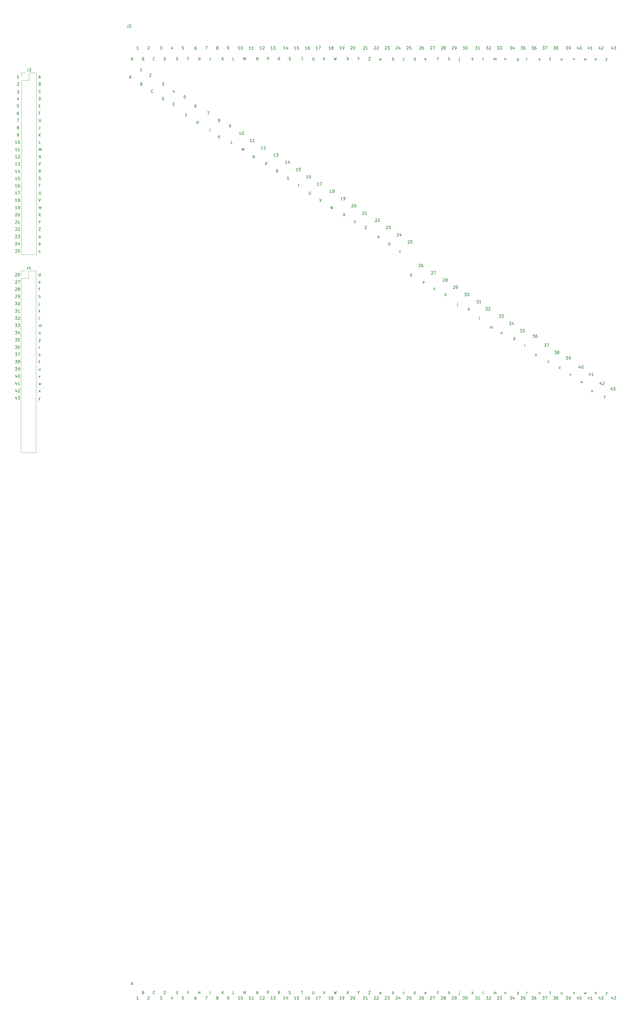
<source format=gbr>
%TF.GenerationSoftware,KiCad,Pcbnew,7.0.1*%
%TF.CreationDate,2024-03-02T20:17:55-05:00*%
%TF.ProjectId,SEM card breakout,53454d20-6361-4726-9420-627265616b6f,rev?*%
%TF.SameCoordinates,Original*%
%TF.FileFunction,Legend,Top*%
%TF.FilePolarity,Positive*%
%FSLAX46Y46*%
G04 Gerber Fmt 4.6, Leading zero omitted, Abs format (unit mm)*
G04 Created by KiCad (PCBNEW 7.0.1) date 2024-03-02 20:17:55*
%MOMM*%
%LPD*%
G01*
G04 APERTURE LIST*
%ADD10C,0.150000*%
%ADD11C,0.120000*%
G04 APERTURE END LIST*
D10*
X124983572Y-49407619D02*
X124412144Y-49407619D01*
X124697858Y-49407619D02*
X124697858Y-48407619D01*
X124697858Y-48407619D02*
X124602620Y-48550476D01*
X124602620Y-48550476D02*
X124507382Y-48645714D01*
X124507382Y-48645714D02*
X124412144Y-48693333D01*
X125840715Y-48407619D02*
X125650239Y-48407619D01*
X125650239Y-48407619D02*
X125555001Y-48455238D01*
X125555001Y-48455238D02*
X125507382Y-48502857D01*
X125507382Y-48502857D02*
X125412144Y-48645714D01*
X125412144Y-48645714D02*
X125364525Y-48836190D01*
X125364525Y-48836190D02*
X125364525Y-49217142D01*
X125364525Y-49217142D02*
X125412144Y-49312380D01*
X125412144Y-49312380D02*
X125459763Y-49360000D01*
X125459763Y-49360000D02*
X125555001Y-49407619D01*
X125555001Y-49407619D02*
X125745477Y-49407619D01*
X125745477Y-49407619D02*
X125840715Y-49360000D01*
X125840715Y-49360000D02*
X125888334Y-49312380D01*
X125888334Y-49312380D02*
X125935953Y-49217142D01*
X125935953Y-49217142D02*
X125935953Y-48979047D01*
X125935953Y-48979047D02*
X125888334Y-48883809D01*
X125888334Y-48883809D02*
X125840715Y-48836190D01*
X125840715Y-48836190D02*
X125745477Y-48788571D01*
X125745477Y-48788571D02*
X125555001Y-48788571D01*
X125555001Y-48788571D02*
X125459763Y-48836190D01*
X125459763Y-48836190D02*
X125412144Y-48883809D01*
X125412144Y-48883809D02*
X125364525Y-48979047D01*
X203342857Y-336062619D02*
X203961904Y-336062619D01*
X203961904Y-336062619D02*
X203628571Y-336443571D01*
X203628571Y-336443571D02*
X203771428Y-336443571D01*
X203771428Y-336443571D02*
X203866666Y-336491190D01*
X203866666Y-336491190D02*
X203914285Y-336538809D01*
X203914285Y-336538809D02*
X203961904Y-336634047D01*
X203961904Y-336634047D02*
X203961904Y-336872142D01*
X203961904Y-336872142D02*
X203914285Y-336967380D01*
X203914285Y-336967380D02*
X203866666Y-337015000D01*
X203866666Y-337015000D02*
X203771428Y-337062619D01*
X203771428Y-337062619D02*
X203485714Y-337062619D01*
X203485714Y-337062619D02*
X203390476Y-337015000D01*
X203390476Y-337015000D02*
X203342857Y-336967380D01*
X204819047Y-336062619D02*
X204628571Y-336062619D01*
X204628571Y-336062619D02*
X204533333Y-336110238D01*
X204533333Y-336110238D02*
X204485714Y-336157857D01*
X204485714Y-336157857D02*
X204390476Y-336300714D01*
X204390476Y-336300714D02*
X204342857Y-336491190D01*
X204342857Y-336491190D02*
X204342857Y-336872142D01*
X204342857Y-336872142D02*
X204390476Y-336967380D01*
X204390476Y-336967380D02*
X204438095Y-337015000D01*
X204438095Y-337015000D02*
X204533333Y-337062619D01*
X204533333Y-337062619D02*
X204723809Y-337062619D01*
X204723809Y-337062619D02*
X204819047Y-337015000D01*
X204819047Y-337015000D02*
X204866666Y-336967380D01*
X204866666Y-336967380D02*
X204914285Y-336872142D01*
X204914285Y-336872142D02*
X204914285Y-336634047D01*
X204914285Y-336634047D02*
X204866666Y-336538809D01*
X204866666Y-336538809D02*
X204819047Y-336491190D01*
X204819047Y-336491190D02*
X204723809Y-336443571D01*
X204723809Y-336443571D02*
X204533333Y-336443571D01*
X204533333Y-336443571D02*
X204438095Y-336491190D01*
X204438095Y-336491190D02*
X204390476Y-336538809D01*
X204390476Y-336538809D02*
X204342857Y-336634047D01*
X144097144Y-61202857D02*
X144144763Y-61155238D01*
X144144763Y-61155238D02*
X144240001Y-61107619D01*
X144240001Y-61107619D02*
X144478096Y-61107619D01*
X144478096Y-61107619D02*
X144573334Y-61155238D01*
X144573334Y-61155238D02*
X144620953Y-61202857D01*
X144620953Y-61202857D02*
X144668572Y-61298095D01*
X144668572Y-61298095D02*
X144668572Y-61393333D01*
X144668572Y-61393333D02*
X144620953Y-61536190D01*
X144620953Y-61536190D02*
X144049525Y-62107619D01*
X144049525Y-62107619D02*
X144668572Y-62107619D01*
X145620953Y-62107619D02*
X145049525Y-62107619D01*
X145335239Y-62107619D02*
X145335239Y-61107619D01*
X145335239Y-61107619D02*
X145240001Y-61250476D01*
X145240001Y-61250476D02*
X145144763Y-61345714D01*
X145144763Y-61345714D02*
X145049525Y-61393333D01*
X157511666Y-75395000D02*
X157416428Y-75442619D01*
X157416428Y-75442619D02*
X157225952Y-75442619D01*
X157225952Y-75442619D02*
X157130714Y-75395000D01*
X157130714Y-75395000D02*
X157083095Y-75347380D01*
X157083095Y-75347380D02*
X157035476Y-75252142D01*
X157035476Y-75252142D02*
X157035476Y-74966428D01*
X157035476Y-74966428D02*
X157083095Y-74871190D01*
X157083095Y-74871190D02*
X157130714Y-74823571D01*
X157130714Y-74823571D02*
X157225952Y-74775952D01*
X157225952Y-74775952D02*
X157416428Y-74775952D01*
X157416428Y-74775952D02*
X157511666Y-74823571D01*
X83121428Y-334633809D02*
X82788095Y-334633809D01*
X82788095Y-335157619D02*
X82788095Y-334157619D01*
X82788095Y-334157619D02*
X83264285Y-334157619D01*
X219741666Y-3655952D02*
X219741666Y-4322619D01*
X219503571Y-3275000D02*
X219265476Y-3989285D01*
X219265476Y-3989285D02*
X219884523Y-3989285D01*
X220455952Y-3322619D02*
X220551190Y-3322619D01*
X220551190Y-3322619D02*
X220646428Y-3370238D01*
X220646428Y-3370238D02*
X220694047Y-3417857D01*
X220694047Y-3417857D02*
X220741666Y-3513095D01*
X220741666Y-3513095D02*
X220789285Y-3703571D01*
X220789285Y-3703571D02*
X220789285Y-3941666D01*
X220789285Y-3941666D02*
X220741666Y-4132142D01*
X220741666Y-4132142D02*
X220694047Y-4227380D01*
X220694047Y-4227380D02*
X220646428Y-4275000D01*
X220646428Y-4275000D02*
X220551190Y-4322619D01*
X220551190Y-4322619D02*
X220455952Y-4322619D01*
X220455952Y-4322619D02*
X220360714Y-4275000D01*
X220360714Y-4275000D02*
X220313095Y-4227380D01*
X220313095Y-4227380D02*
X220265476Y-4132142D01*
X220265476Y-4132142D02*
X220217857Y-3941666D01*
X220217857Y-3941666D02*
X220217857Y-3703571D01*
X220217857Y-3703571D02*
X220265476Y-3513095D01*
X220265476Y-3513095D02*
X220313095Y-3417857D01*
X220313095Y-3417857D02*
X220360714Y-3370238D01*
X220360714Y-3370238D02*
X220455952Y-3322619D01*
X188833095Y-102112619D02*
X188833095Y-101445952D01*
X188833095Y-101541190D02*
X188880714Y-101493571D01*
X188880714Y-101493571D02*
X188975952Y-101445952D01*
X188975952Y-101445952D02*
X189118809Y-101445952D01*
X189118809Y-101445952D02*
X189214047Y-101493571D01*
X189214047Y-101493571D02*
X189261666Y-101588809D01*
X189261666Y-101588809D02*
X189261666Y-102112619D01*
X189261666Y-101588809D02*
X189309285Y-101493571D01*
X189309285Y-101493571D02*
X189404523Y-101445952D01*
X189404523Y-101445952D02*
X189547380Y-101445952D01*
X189547380Y-101445952D02*
X189642619Y-101493571D01*
X189642619Y-101493571D02*
X189690238Y-101588809D01*
X189690238Y-101588809D02*
X189690238Y-102112619D01*
X78978095Y-7608809D02*
X79311428Y-7608809D01*
X79454285Y-8132619D02*
X78978095Y-8132619D01*
X78978095Y-8132619D02*
X78978095Y-7132619D01*
X78978095Y-7132619D02*
X79454285Y-7132619D01*
X205930476Y-335110000D02*
X206025714Y-335157619D01*
X206025714Y-335157619D02*
X206216190Y-335157619D01*
X206216190Y-335157619D02*
X206311428Y-335110000D01*
X206311428Y-335110000D02*
X206359047Y-335014761D01*
X206359047Y-335014761D02*
X206359047Y-334967142D01*
X206359047Y-334967142D02*
X206311428Y-334871904D01*
X206311428Y-334871904D02*
X206216190Y-334824285D01*
X206216190Y-334824285D02*
X206073333Y-334824285D01*
X206073333Y-334824285D02*
X205978095Y-334776666D01*
X205978095Y-334776666D02*
X205930476Y-334681428D01*
X205930476Y-334681428D02*
X205930476Y-334633809D01*
X205930476Y-334633809D02*
X205978095Y-334538571D01*
X205978095Y-334538571D02*
X206073333Y-334490952D01*
X206073333Y-334490952D02*
X206216190Y-334490952D01*
X206216190Y-334490952D02*
X206311428Y-334538571D01*
X216677857Y-117955952D02*
X216915952Y-118622619D01*
X216915952Y-118622619D02*
X217154047Y-117955952D01*
X183657857Y-3322619D02*
X184276904Y-3322619D01*
X184276904Y-3322619D02*
X183943571Y-3703571D01*
X183943571Y-3703571D02*
X184086428Y-3703571D01*
X184086428Y-3703571D02*
X184181666Y-3751190D01*
X184181666Y-3751190D02*
X184229285Y-3798809D01*
X184229285Y-3798809D02*
X184276904Y-3894047D01*
X184276904Y-3894047D02*
X184276904Y-4132142D01*
X184276904Y-4132142D02*
X184229285Y-4227380D01*
X184229285Y-4227380D02*
X184181666Y-4275000D01*
X184181666Y-4275000D02*
X184086428Y-4322619D01*
X184086428Y-4322619D02*
X183800714Y-4322619D01*
X183800714Y-4322619D02*
X183705476Y-4275000D01*
X183705476Y-4275000D02*
X183657857Y-4227380D01*
X185229285Y-4322619D02*
X184657857Y-4322619D01*
X184943571Y-4322619D02*
X184943571Y-3322619D01*
X184943571Y-3322619D02*
X184848333Y-3465476D01*
X184848333Y-3465476D02*
X184753095Y-3560714D01*
X184753095Y-3560714D02*
X184657857Y-3608333D01*
X99139285Y-8132619D02*
X98663095Y-8132619D01*
X98663095Y-8132619D02*
X98663095Y-7132619D01*
X86598095Y-335157619D02*
X86598095Y-334157619D01*
X86598095Y-334633809D02*
X87169523Y-334633809D01*
X87169523Y-335157619D02*
X87169523Y-334157619D01*
X154543095Y-8132619D02*
X154543095Y-7132619D01*
X154543095Y-7513571D02*
X154638333Y-7465952D01*
X154638333Y-7465952D02*
X154828809Y-7465952D01*
X154828809Y-7465952D02*
X154924047Y-7513571D01*
X154924047Y-7513571D02*
X154971666Y-7561190D01*
X154971666Y-7561190D02*
X155019285Y-7656428D01*
X155019285Y-7656428D02*
X155019285Y-7942142D01*
X155019285Y-7942142D02*
X154971666Y-8037380D01*
X154971666Y-8037380D02*
X154924047Y-8085000D01*
X154924047Y-8085000D02*
X154828809Y-8132619D01*
X154828809Y-8132619D02*
X154638333Y-8132619D01*
X154638333Y-8132619D02*
X154543095Y-8085000D01*
X67246428Y-7608809D02*
X67389285Y-7656428D01*
X67389285Y-7656428D02*
X67436904Y-7704047D01*
X67436904Y-7704047D02*
X67484523Y-7799285D01*
X67484523Y-7799285D02*
X67484523Y-7942142D01*
X67484523Y-7942142D02*
X67436904Y-8037380D01*
X67436904Y-8037380D02*
X67389285Y-8085000D01*
X67389285Y-8085000D02*
X67294047Y-8132619D01*
X67294047Y-8132619D02*
X66913095Y-8132619D01*
X66913095Y-8132619D02*
X66913095Y-7132619D01*
X66913095Y-7132619D02*
X67246428Y-7132619D01*
X67246428Y-7132619D02*
X67341666Y-7180238D01*
X67341666Y-7180238D02*
X67389285Y-7227857D01*
X67389285Y-7227857D02*
X67436904Y-7323095D01*
X67436904Y-7323095D02*
X67436904Y-7418333D01*
X67436904Y-7418333D02*
X67389285Y-7513571D01*
X67389285Y-7513571D02*
X67341666Y-7561190D01*
X67341666Y-7561190D02*
X67246428Y-7608809D01*
X67246428Y-7608809D02*
X66913095Y-7608809D01*
X31099047Y-86190000D02*
X31003809Y-86237619D01*
X31003809Y-86237619D02*
X30813333Y-86237619D01*
X30813333Y-86237619D02*
X30718095Y-86190000D01*
X30718095Y-86190000D02*
X30670476Y-86094761D01*
X30670476Y-86094761D02*
X30670476Y-85713809D01*
X30670476Y-85713809D02*
X30718095Y-85618571D01*
X30718095Y-85618571D02*
X30813333Y-85570952D01*
X30813333Y-85570952D02*
X31003809Y-85570952D01*
X31003809Y-85570952D02*
X31099047Y-85618571D01*
X31099047Y-85618571D02*
X31146666Y-85713809D01*
X31146666Y-85713809D02*
X31146666Y-85809047D01*
X31146666Y-85809047D02*
X30670476Y-85904285D01*
X210962857Y-3322619D02*
X211581904Y-3322619D01*
X211581904Y-3322619D02*
X211248571Y-3703571D01*
X211248571Y-3703571D02*
X211391428Y-3703571D01*
X211391428Y-3703571D02*
X211486666Y-3751190D01*
X211486666Y-3751190D02*
X211534285Y-3798809D01*
X211534285Y-3798809D02*
X211581904Y-3894047D01*
X211581904Y-3894047D02*
X211581904Y-4132142D01*
X211581904Y-4132142D02*
X211534285Y-4227380D01*
X211534285Y-4227380D02*
X211486666Y-4275000D01*
X211486666Y-4275000D02*
X211391428Y-4322619D01*
X211391428Y-4322619D02*
X211105714Y-4322619D01*
X211105714Y-4322619D02*
X211010476Y-4275000D01*
X211010476Y-4275000D02*
X210962857Y-4227380D01*
X212153333Y-3751190D02*
X212058095Y-3703571D01*
X212058095Y-3703571D02*
X212010476Y-3655952D01*
X212010476Y-3655952D02*
X211962857Y-3560714D01*
X211962857Y-3560714D02*
X211962857Y-3513095D01*
X211962857Y-3513095D02*
X212010476Y-3417857D01*
X212010476Y-3417857D02*
X212058095Y-3370238D01*
X212058095Y-3370238D02*
X212153333Y-3322619D01*
X212153333Y-3322619D02*
X212343809Y-3322619D01*
X212343809Y-3322619D02*
X212439047Y-3370238D01*
X212439047Y-3370238D02*
X212486666Y-3417857D01*
X212486666Y-3417857D02*
X212534285Y-3513095D01*
X212534285Y-3513095D02*
X212534285Y-3560714D01*
X212534285Y-3560714D02*
X212486666Y-3655952D01*
X212486666Y-3655952D02*
X212439047Y-3703571D01*
X212439047Y-3703571D02*
X212343809Y-3751190D01*
X212343809Y-3751190D02*
X212153333Y-3751190D01*
X212153333Y-3751190D02*
X212058095Y-3798809D01*
X212058095Y-3798809D02*
X212010476Y-3846428D01*
X212010476Y-3846428D02*
X211962857Y-3941666D01*
X211962857Y-3941666D02*
X211962857Y-4132142D01*
X211962857Y-4132142D02*
X212010476Y-4227380D01*
X212010476Y-4227380D02*
X212058095Y-4275000D01*
X212058095Y-4275000D02*
X212153333Y-4322619D01*
X212153333Y-4322619D02*
X212343809Y-4322619D01*
X212343809Y-4322619D02*
X212439047Y-4275000D01*
X212439047Y-4275000D02*
X212486666Y-4227380D01*
X212486666Y-4227380D02*
X212534285Y-4132142D01*
X212534285Y-4132142D02*
X212534285Y-3941666D01*
X212534285Y-3941666D02*
X212486666Y-3846428D01*
X212486666Y-3846428D02*
X212439047Y-3798809D01*
X212439047Y-3798809D02*
X212343809Y-3751190D01*
X161321666Y-83697619D02*
X161321666Y-82697619D01*
X161321666Y-83650000D02*
X161226428Y-83697619D01*
X161226428Y-83697619D02*
X161035952Y-83697619D01*
X161035952Y-83697619D02*
X160940714Y-83650000D01*
X160940714Y-83650000D02*
X160893095Y-83602380D01*
X160893095Y-83602380D02*
X160845476Y-83507142D01*
X160845476Y-83507142D02*
X160845476Y-83221428D01*
X160845476Y-83221428D02*
X160893095Y-83126190D01*
X160893095Y-83126190D02*
X160940714Y-83078571D01*
X160940714Y-83078571D02*
X161035952Y-83030952D01*
X161035952Y-83030952D02*
X161226428Y-83030952D01*
X161226428Y-83030952D02*
X161321666Y-83078571D01*
X199532857Y-336062619D02*
X200151904Y-336062619D01*
X200151904Y-336062619D02*
X199818571Y-336443571D01*
X199818571Y-336443571D02*
X199961428Y-336443571D01*
X199961428Y-336443571D02*
X200056666Y-336491190D01*
X200056666Y-336491190D02*
X200104285Y-336538809D01*
X200104285Y-336538809D02*
X200151904Y-336634047D01*
X200151904Y-336634047D02*
X200151904Y-336872142D01*
X200151904Y-336872142D02*
X200104285Y-336967380D01*
X200104285Y-336967380D02*
X200056666Y-337015000D01*
X200056666Y-337015000D02*
X199961428Y-337062619D01*
X199961428Y-337062619D02*
X199675714Y-337062619D01*
X199675714Y-337062619D02*
X199580476Y-337015000D01*
X199580476Y-337015000D02*
X199532857Y-336967380D01*
X201056666Y-336062619D02*
X200580476Y-336062619D01*
X200580476Y-336062619D02*
X200532857Y-336538809D01*
X200532857Y-336538809D02*
X200580476Y-336491190D01*
X200580476Y-336491190D02*
X200675714Y-336443571D01*
X200675714Y-336443571D02*
X200913809Y-336443571D01*
X200913809Y-336443571D02*
X201009047Y-336491190D01*
X201009047Y-336491190D02*
X201056666Y-336538809D01*
X201056666Y-336538809D02*
X201104285Y-336634047D01*
X201104285Y-336634047D02*
X201104285Y-336872142D01*
X201104285Y-336872142D02*
X201056666Y-336967380D01*
X201056666Y-336967380D02*
X201009047Y-337015000D01*
X201009047Y-337015000D02*
X200913809Y-337062619D01*
X200913809Y-337062619D02*
X200675714Y-337062619D01*
X200675714Y-337062619D02*
X200580476Y-337015000D01*
X200580476Y-337015000D02*
X200532857Y-336967380D01*
X108711904Y-337062619D02*
X108140476Y-337062619D01*
X108426190Y-337062619D02*
X108426190Y-336062619D01*
X108426190Y-336062619D02*
X108330952Y-336205476D01*
X108330952Y-336205476D02*
X108235714Y-336300714D01*
X108235714Y-336300714D02*
X108140476Y-336348333D01*
X109092857Y-336157857D02*
X109140476Y-336110238D01*
X109140476Y-336110238D02*
X109235714Y-336062619D01*
X109235714Y-336062619D02*
X109473809Y-336062619D01*
X109473809Y-336062619D02*
X109569047Y-336110238D01*
X109569047Y-336110238D02*
X109616666Y-336157857D01*
X109616666Y-336157857D02*
X109664285Y-336253095D01*
X109664285Y-336253095D02*
X109664285Y-336348333D01*
X109664285Y-336348333D02*
X109616666Y-336491190D01*
X109616666Y-336491190D02*
X109045238Y-337062619D01*
X109045238Y-337062619D02*
X109664285Y-337062619D01*
X115109523Y-8132619D02*
X114776190Y-7656428D01*
X114538095Y-8132619D02*
X114538095Y-7132619D01*
X114538095Y-7132619D02*
X114919047Y-7132619D01*
X114919047Y-7132619D02*
X115014285Y-7180238D01*
X115014285Y-7180238D02*
X115061904Y-7227857D01*
X115061904Y-7227857D02*
X115109523Y-7323095D01*
X115109523Y-7323095D02*
X115109523Y-7465952D01*
X115109523Y-7465952D02*
X115061904Y-7561190D01*
X115061904Y-7561190D02*
X115014285Y-7608809D01*
X115014285Y-7608809D02*
X114919047Y-7656428D01*
X114919047Y-7656428D02*
X114538095Y-7656428D01*
X121380238Y-51582619D02*
X121951666Y-51582619D01*
X121665952Y-52582619D02*
X121665952Y-51582619D01*
X85756666Y-23642619D02*
X85566190Y-23642619D01*
X85566190Y-23642619D02*
X85470952Y-23690238D01*
X85470952Y-23690238D02*
X85423333Y-23737857D01*
X85423333Y-23737857D02*
X85328095Y-23880714D01*
X85328095Y-23880714D02*
X85280476Y-24071190D01*
X85280476Y-24071190D02*
X85280476Y-24452142D01*
X85280476Y-24452142D02*
X85328095Y-24547380D01*
X85328095Y-24547380D02*
X85375714Y-24595000D01*
X85375714Y-24595000D02*
X85470952Y-24642619D01*
X85470952Y-24642619D02*
X85661428Y-24642619D01*
X85661428Y-24642619D02*
X85756666Y-24595000D01*
X85756666Y-24595000D02*
X85804285Y-24547380D01*
X85804285Y-24547380D02*
X85851904Y-24452142D01*
X85851904Y-24452142D02*
X85851904Y-24214047D01*
X85851904Y-24214047D02*
X85804285Y-24118809D01*
X85804285Y-24118809D02*
X85756666Y-24071190D01*
X85756666Y-24071190D02*
X85661428Y-24023571D01*
X85661428Y-24023571D02*
X85470952Y-24023571D01*
X85470952Y-24023571D02*
X85375714Y-24071190D01*
X85375714Y-24071190D02*
X85328095Y-24118809D01*
X85328095Y-24118809D02*
X85280476Y-24214047D01*
X99139285Y-335157619D02*
X98663095Y-335157619D01*
X98663095Y-335157619D02*
X98663095Y-334157619D01*
X167830476Y-336157857D02*
X167878095Y-336110238D01*
X167878095Y-336110238D02*
X167973333Y-336062619D01*
X167973333Y-336062619D02*
X168211428Y-336062619D01*
X168211428Y-336062619D02*
X168306666Y-336110238D01*
X168306666Y-336110238D02*
X168354285Y-336157857D01*
X168354285Y-336157857D02*
X168401904Y-336253095D01*
X168401904Y-336253095D02*
X168401904Y-336348333D01*
X168401904Y-336348333D02*
X168354285Y-336491190D01*
X168354285Y-336491190D02*
X167782857Y-337062619D01*
X167782857Y-337062619D02*
X168401904Y-337062619D01*
X168735238Y-336062619D02*
X169401904Y-336062619D01*
X169401904Y-336062619D02*
X168973333Y-337062619D01*
X139890476Y-3417857D02*
X139938095Y-3370238D01*
X139938095Y-3370238D02*
X140033333Y-3322619D01*
X140033333Y-3322619D02*
X140271428Y-3322619D01*
X140271428Y-3322619D02*
X140366666Y-3370238D01*
X140366666Y-3370238D02*
X140414285Y-3417857D01*
X140414285Y-3417857D02*
X140461904Y-3513095D01*
X140461904Y-3513095D02*
X140461904Y-3608333D01*
X140461904Y-3608333D02*
X140414285Y-3751190D01*
X140414285Y-3751190D02*
X139842857Y-4322619D01*
X139842857Y-4322619D02*
X140461904Y-4322619D01*
X141080952Y-3322619D02*
X141176190Y-3322619D01*
X141176190Y-3322619D02*
X141271428Y-3370238D01*
X141271428Y-3370238D02*
X141319047Y-3417857D01*
X141319047Y-3417857D02*
X141366666Y-3513095D01*
X141366666Y-3513095D02*
X141414285Y-3703571D01*
X141414285Y-3703571D02*
X141414285Y-3941666D01*
X141414285Y-3941666D02*
X141366666Y-4132142D01*
X141366666Y-4132142D02*
X141319047Y-4227380D01*
X141319047Y-4227380D02*
X141271428Y-4275000D01*
X141271428Y-4275000D02*
X141176190Y-4322619D01*
X141176190Y-4322619D02*
X141080952Y-4322619D01*
X141080952Y-4322619D02*
X140985714Y-4275000D01*
X140985714Y-4275000D02*
X140938095Y-4227380D01*
X140938095Y-4227380D02*
X140890476Y-4132142D01*
X140890476Y-4132142D02*
X140842857Y-3941666D01*
X140842857Y-3941666D02*
X140842857Y-3703571D01*
X140842857Y-3703571D02*
X140890476Y-3513095D01*
X140890476Y-3513095D02*
X140938095Y-3417857D01*
X140938095Y-3417857D02*
X140985714Y-3370238D01*
X140985714Y-3370238D02*
X141080952Y-3322619D01*
X179212857Y-3322619D02*
X179831904Y-3322619D01*
X179831904Y-3322619D02*
X179498571Y-3703571D01*
X179498571Y-3703571D02*
X179641428Y-3703571D01*
X179641428Y-3703571D02*
X179736666Y-3751190D01*
X179736666Y-3751190D02*
X179784285Y-3798809D01*
X179784285Y-3798809D02*
X179831904Y-3894047D01*
X179831904Y-3894047D02*
X179831904Y-4132142D01*
X179831904Y-4132142D02*
X179784285Y-4227380D01*
X179784285Y-4227380D02*
X179736666Y-4275000D01*
X179736666Y-4275000D02*
X179641428Y-4322619D01*
X179641428Y-4322619D02*
X179355714Y-4322619D01*
X179355714Y-4322619D02*
X179260476Y-4275000D01*
X179260476Y-4275000D02*
X179212857Y-4227380D01*
X180450952Y-3322619D02*
X180546190Y-3322619D01*
X180546190Y-3322619D02*
X180641428Y-3370238D01*
X180641428Y-3370238D02*
X180689047Y-3417857D01*
X180689047Y-3417857D02*
X180736666Y-3513095D01*
X180736666Y-3513095D02*
X180784285Y-3703571D01*
X180784285Y-3703571D02*
X180784285Y-3941666D01*
X180784285Y-3941666D02*
X180736666Y-4132142D01*
X180736666Y-4132142D02*
X180689047Y-4227380D01*
X180689047Y-4227380D02*
X180641428Y-4275000D01*
X180641428Y-4275000D02*
X180546190Y-4322619D01*
X180546190Y-4322619D02*
X180450952Y-4322619D01*
X180450952Y-4322619D02*
X180355714Y-4275000D01*
X180355714Y-4275000D02*
X180308095Y-4227380D01*
X180308095Y-4227380D02*
X180260476Y-4132142D01*
X180260476Y-4132142D02*
X180212857Y-3941666D01*
X180212857Y-3941666D02*
X180212857Y-3703571D01*
X180212857Y-3703571D02*
X180260476Y-3513095D01*
X180260476Y-3513095D02*
X180308095Y-3417857D01*
X180308095Y-3417857D02*
X180355714Y-3370238D01*
X180355714Y-3370238D02*
X180450952Y-3322619D01*
X110728095Y-335157619D02*
X110728095Y-334157619D01*
X110728095Y-334157619D02*
X111109047Y-334157619D01*
X111109047Y-334157619D02*
X111204285Y-334205238D01*
X111204285Y-334205238D02*
X111251904Y-334252857D01*
X111251904Y-334252857D02*
X111299523Y-334348095D01*
X111299523Y-334348095D02*
X111299523Y-334490952D01*
X111299523Y-334490952D02*
X111251904Y-334586190D01*
X111251904Y-334586190D02*
X111204285Y-334633809D01*
X111204285Y-334633809D02*
X111109047Y-334681428D01*
X111109047Y-334681428D02*
X110728095Y-334681428D01*
X112521904Y-4322619D02*
X111950476Y-4322619D01*
X112236190Y-4322619D02*
X112236190Y-3322619D01*
X112236190Y-3322619D02*
X112140952Y-3465476D01*
X112140952Y-3465476D02*
X112045714Y-3560714D01*
X112045714Y-3560714D02*
X111950476Y-3608333D01*
X112855238Y-3322619D02*
X113474285Y-3322619D01*
X113474285Y-3322619D02*
X113140952Y-3703571D01*
X113140952Y-3703571D02*
X113283809Y-3703571D01*
X113283809Y-3703571D02*
X113379047Y-3751190D01*
X113379047Y-3751190D02*
X113426666Y-3798809D01*
X113426666Y-3798809D02*
X113474285Y-3894047D01*
X113474285Y-3894047D02*
X113474285Y-4132142D01*
X113474285Y-4132142D02*
X113426666Y-4227380D01*
X113426666Y-4227380D02*
X113379047Y-4275000D01*
X113379047Y-4275000D02*
X113283809Y-4322619D01*
X113283809Y-4322619D02*
X112998095Y-4322619D01*
X112998095Y-4322619D02*
X112902857Y-4275000D01*
X112902857Y-4275000D02*
X112855238Y-4227380D01*
X133238572Y-54487619D02*
X132667144Y-54487619D01*
X132952858Y-54487619D02*
X132952858Y-53487619D01*
X132952858Y-53487619D02*
X132857620Y-53630476D01*
X132857620Y-53630476D02*
X132762382Y-53725714D01*
X132762382Y-53725714D02*
X132667144Y-53773333D01*
X133810001Y-53916190D02*
X133714763Y-53868571D01*
X133714763Y-53868571D02*
X133667144Y-53820952D01*
X133667144Y-53820952D02*
X133619525Y-53725714D01*
X133619525Y-53725714D02*
X133619525Y-53678095D01*
X133619525Y-53678095D02*
X133667144Y-53582857D01*
X133667144Y-53582857D02*
X133714763Y-53535238D01*
X133714763Y-53535238D02*
X133810001Y-53487619D01*
X133810001Y-53487619D02*
X134000477Y-53487619D01*
X134000477Y-53487619D02*
X134095715Y-53535238D01*
X134095715Y-53535238D02*
X134143334Y-53582857D01*
X134143334Y-53582857D02*
X134190953Y-53678095D01*
X134190953Y-53678095D02*
X134190953Y-53725714D01*
X134190953Y-53725714D02*
X134143334Y-53820952D01*
X134143334Y-53820952D02*
X134095715Y-53868571D01*
X134095715Y-53868571D02*
X134000477Y-53916190D01*
X134000477Y-53916190D02*
X133810001Y-53916190D01*
X133810001Y-53916190D02*
X133714763Y-53963809D01*
X133714763Y-53963809D02*
X133667144Y-54011428D01*
X133667144Y-54011428D02*
X133619525Y-54106666D01*
X133619525Y-54106666D02*
X133619525Y-54297142D01*
X133619525Y-54297142D02*
X133667144Y-54392380D01*
X133667144Y-54392380D02*
X133714763Y-54440000D01*
X133714763Y-54440000D02*
X133810001Y-54487619D01*
X133810001Y-54487619D02*
X134000477Y-54487619D01*
X134000477Y-54487619D02*
X134095715Y-54440000D01*
X134095715Y-54440000D02*
X134143334Y-54392380D01*
X134143334Y-54392380D02*
X134190953Y-54297142D01*
X134190953Y-54297142D02*
X134190953Y-54106666D01*
X134190953Y-54106666D02*
X134143334Y-54011428D01*
X134143334Y-54011428D02*
X134095715Y-53963809D01*
X134095715Y-53963809D02*
X134000477Y-53916190D01*
X96805714Y-4322619D02*
X96996190Y-4322619D01*
X96996190Y-4322619D02*
X97091428Y-4275000D01*
X97091428Y-4275000D02*
X97139047Y-4227380D01*
X97139047Y-4227380D02*
X97234285Y-4084523D01*
X97234285Y-4084523D02*
X97281904Y-3894047D01*
X97281904Y-3894047D02*
X97281904Y-3513095D01*
X97281904Y-3513095D02*
X97234285Y-3417857D01*
X97234285Y-3417857D02*
X97186666Y-3370238D01*
X97186666Y-3370238D02*
X97091428Y-3322619D01*
X97091428Y-3322619D02*
X96900952Y-3322619D01*
X96900952Y-3322619D02*
X96805714Y-3370238D01*
X96805714Y-3370238D02*
X96758095Y-3417857D01*
X96758095Y-3417857D02*
X96710476Y-3513095D01*
X96710476Y-3513095D02*
X96710476Y-3751190D01*
X96710476Y-3751190D02*
X96758095Y-3846428D01*
X96758095Y-3846428D02*
X96805714Y-3894047D01*
X96805714Y-3894047D02*
X96900952Y-3941666D01*
X96900952Y-3941666D02*
X97091428Y-3941666D01*
X97091428Y-3941666D02*
X97186666Y-3894047D01*
X97186666Y-3894047D02*
X97234285Y-3846428D01*
X97234285Y-3846428D02*
X97281904Y-3751190D01*
X69405476Y-12942857D02*
X69453095Y-12895238D01*
X69453095Y-12895238D02*
X69548333Y-12847619D01*
X69548333Y-12847619D02*
X69786428Y-12847619D01*
X69786428Y-12847619D02*
X69881666Y-12895238D01*
X69881666Y-12895238D02*
X69929285Y-12942857D01*
X69929285Y-12942857D02*
X69976904Y-13038095D01*
X69976904Y-13038095D02*
X69976904Y-13133333D01*
X69976904Y-13133333D02*
X69929285Y-13276190D01*
X69929285Y-13276190D02*
X69357857Y-13847619D01*
X69357857Y-13847619D02*
X69976904Y-13847619D01*
X67246428Y-334633809D02*
X67389285Y-334681428D01*
X67389285Y-334681428D02*
X67436904Y-334729047D01*
X67436904Y-334729047D02*
X67484523Y-334824285D01*
X67484523Y-334824285D02*
X67484523Y-334967142D01*
X67484523Y-334967142D02*
X67436904Y-335062380D01*
X67436904Y-335062380D02*
X67389285Y-335110000D01*
X67389285Y-335110000D02*
X67294047Y-335157619D01*
X67294047Y-335157619D02*
X66913095Y-335157619D01*
X66913095Y-335157619D02*
X66913095Y-334157619D01*
X66913095Y-334157619D02*
X67246428Y-334157619D01*
X67246428Y-334157619D02*
X67341666Y-334205238D01*
X67341666Y-334205238D02*
X67389285Y-334252857D01*
X67389285Y-334252857D02*
X67436904Y-334348095D01*
X67436904Y-334348095D02*
X67436904Y-334443333D01*
X67436904Y-334443333D02*
X67389285Y-334538571D01*
X67389285Y-334538571D02*
X67341666Y-334586190D01*
X67341666Y-334586190D02*
X67246428Y-334633809D01*
X67246428Y-334633809D02*
X66913095Y-334633809D01*
X214026666Y-334490952D02*
X214026666Y-335157619D01*
X213598095Y-334490952D02*
X213598095Y-335014761D01*
X213598095Y-335014761D02*
X213645714Y-335110000D01*
X213645714Y-335110000D02*
X213740952Y-335157619D01*
X213740952Y-335157619D02*
X213883809Y-335157619D01*
X213883809Y-335157619D02*
X213979047Y-335110000D01*
X213979047Y-335110000D02*
X214026666Y-335062380D01*
X203342857Y-3322619D02*
X203961904Y-3322619D01*
X203961904Y-3322619D02*
X203628571Y-3703571D01*
X203628571Y-3703571D02*
X203771428Y-3703571D01*
X203771428Y-3703571D02*
X203866666Y-3751190D01*
X203866666Y-3751190D02*
X203914285Y-3798809D01*
X203914285Y-3798809D02*
X203961904Y-3894047D01*
X203961904Y-3894047D02*
X203961904Y-4132142D01*
X203961904Y-4132142D02*
X203914285Y-4227380D01*
X203914285Y-4227380D02*
X203866666Y-4275000D01*
X203866666Y-4275000D02*
X203771428Y-4322619D01*
X203771428Y-4322619D02*
X203485714Y-4322619D01*
X203485714Y-4322619D02*
X203390476Y-4275000D01*
X203390476Y-4275000D02*
X203342857Y-4227380D01*
X204819047Y-3322619D02*
X204628571Y-3322619D01*
X204628571Y-3322619D02*
X204533333Y-3370238D01*
X204533333Y-3370238D02*
X204485714Y-3417857D01*
X204485714Y-3417857D02*
X204390476Y-3560714D01*
X204390476Y-3560714D02*
X204342857Y-3751190D01*
X204342857Y-3751190D02*
X204342857Y-4132142D01*
X204342857Y-4132142D02*
X204390476Y-4227380D01*
X204390476Y-4227380D02*
X204438095Y-4275000D01*
X204438095Y-4275000D02*
X204533333Y-4322619D01*
X204533333Y-4322619D02*
X204723809Y-4322619D01*
X204723809Y-4322619D02*
X204819047Y-4275000D01*
X204819047Y-4275000D02*
X204866666Y-4227380D01*
X204866666Y-4227380D02*
X204914285Y-4132142D01*
X204914285Y-4132142D02*
X204914285Y-3894047D01*
X204914285Y-3894047D02*
X204866666Y-3798809D01*
X204866666Y-3798809D02*
X204819047Y-3751190D01*
X204819047Y-3751190D02*
X204723809Y-3703571D01*
X204723809Y-3703571D02*
X204533333Y-3703571D01*
X204533333Y-3703571D02*
X204438095Y-3751190D01*
X204438095Y-3751190D02*
X204390476Y-3798809D01*
X204390476Y-3798809D02*
X204342857Y-3894047D01*
X207152857Y-336062619D02*
X207771904Y-336062619D01*
X207771904Y-336062619D02*
X207438571Y-336443571D01*
X207438571Y-336443571D02*
X207581428Y-336443571D01*
X207581428Y-336443571D02*
X207676666Y-336491190D01*
X207676666Y-336491190D02*
X207724285Y-336538809D01*
X207724285Y-336538809D02*
X207771904Y-336634047D01*
X207771904Y-336634047D02*
X207771904Y-336872142D01*
X207771904Y-336872142D02*
X207724285Y-336967380D01*
X207724285Y-336967380D02*
X207676666Y-337015000D01*
X207676666Y-337015000D02*
X207581428Y-337062619D01*
X207581428Y-337062619D02*
X207295714Y-337062619D01*
X207295714Y-337062619D02*
X207200476Y-337015000D01*
X207200476Y-337015000D02*
X207152857Y-336967380D01*
X208105238Y-336062619D02*
X208771904Y-336062619D01*
X208771904Y-336062619D02*
X208343333Y-337062619D01*
X140287144Y-58662857D02*
X140334763Y-58615238D01*
X140334763Y-58615238D02*
X140430001Y-58567619D01*
X140430001Y-58567619D02*
X140668096Y-58567619D01*
X140668096Y-58567619D02*
X140763334Y-58615238D01*
X140763334Y-58615238D02*
X140810953Y-58662857D01*
X140810953Y-58662857D02*
X140858572Y-58758095D01*
X140858572Y-58758095D02*
X140858572Y-58853333D01*
X140858572Y-58853333D02*
X140810953Y-58996190D01*
X140810953Y-58996190D02*
X140239525Y-59567619D01*
X140239525Y-59567619D02*
X140858572Y-59567619D01*
X141477620Y-58567619D02*
X141572858Y-58567619D01*
X141572858Y-58567619D02*
X141668096Y-58615238D01*
X141668096Y-58615238D02*
X141715715Y-58662857D01*
X141715715Y-58662857D02*
X141763334Y-58758095D01*
X141763334Y-58758095D02*
X141810953Y-58948571D01*
X141810953Y-58948571D02*
X141810953Y-59186666D01*
X141810953Y-59186666D02*
X141763334Y-59377142D01*
X141763334Y-59377142D02*
X141715715Y-59472380D01*
X141715715Y-59472380D02*
X141668096Y-59520000D01*
X141668096Y-59520000D02*
X141572858Y-59567619D01*
X141572858Y-59567619D02*
X141477620Y-59567619D01*
X141477620Y-59567619D02*
X141382382Y-59520000D01*
X141382382Y-59520000D02*
X141334763Y-59472380D01*
X141334763Y-59472380D02*
X141287144Y-59377142D01*
X141287144Y-59377142D02*
X141239525Y-59186666D01*
X141239525Y-59186666D02*
X141239525Y-58948571D01*
X141239525Y-58948571D02*
X141287144Y-58758095D01*
X141287144Y-58758095D02*
X141334763Y-58662857D01*
X141334763Y-58662857D02*
X141382382Y-58615238D01*
X141382382Y-58615238D02*
X141477620Y-58567619D01*
X31051428Y-16498809D02*
X31194285Y-16546428D01*
X31194285Y-16546428D02*
X31241904Y-16594047D01*
X31241904Y-16594047D02*
X31289523Y-16689285D01*
X31289523Y-16689285D02*
X31289523Y-16832142D01*
X31289523Y-16832142D02*
X31241904Y-16927380D01*
X31241904Y-16927380D02*
X31194285Y-16975000D01*
X31194285Y-16975000D02*
X31099047Y-17022619D01*
X31099047Y-17022619D02*
X30718095Y-17022619D01*
X30718095Y-17022619D02*
X30718095Y-16022619D01*
X30718095Y-16022619D02*
X31051428Y-16022619D01*
X31051428Y-16022619D02*
X31146666Y-16070238D01*
X31146666Y-16070238D02*
X31194285Y-16117857D01*
X31194285Y-16117857D02*
X31241904Y-16213095D01*
X31241904Y-16213095D02*
X31241904Y-16308333D01*
X31241904Y-16308333D02*
X31194285Y-16403571D01*
X31194285Y-16403571D02*
X31146666Y-16451190D01*
X31146666Y-16451190D02*
X31051428Y-16498809D01*
X31051428Y-16498809D02*
X30718095Y-16498809D01*
X167830476Y-3417857D02*
X167878095Y-3370238D01*
X167878095Y-3370238D02*
X167973333Y-3322619D01*
X167973333Y-3322619D02*
X168211428Y-3322619D01*
X168211428Y-3322619D02*
X168306666Y-3370238D01*
X168306666Y-3370238D02*
X168354285Y-3417857D01*
X168354285Y-3417857D02*
X168401904Y-3513095D01*
X168401904Y-3513095D02*
X168401904Y-3608333D01*
X168401904Y-3608333D02*
X168354285Y-3751190D01*
X168354285Y-3751190D02*
X167782857Y-4322619D01*
X167782857Y-4322619D02*
X168401904Y-4322619D01*
X168735238Y-3322619D02*
X169401904Y-3322619D01*
X169401904Y-3322619D02*
X168973333Y-4322619D01*
X146192857Y-7132619D02*
X146859523Y-7132619D01*
X146859523Y-7132619D02*
X146192857Y-8132619D01*
X146192857Y-8132619D02*
X146859523Y-8132619D01*
X23002857Y-28722619D02*
X23669523Y-28722619D01*
X23669523Y-28722619D02*
X23240952Y-29722619D01*
X85963095Y-30357619D02*
X85963095Y-29357619D01*
X85963095Y-29833809D02*
X86534523Y-29833809D01*
X86534523Y-30357619D02*
X86534523Y-29357619D01*
X118300476Y-8085000D02*
X118443333Y-8132619D01*
X118443333Y-8132619D02*
X118681428Y-8132619D01*
X118681428Y-8132619D02*
X118776666Y-8085000D01*
X118776666Y-8085000D02*
X118824285Y-8037380D01*
X118824285Y-8037380D02*
X118871904Y-7942142D01*
X118871904Y-7942142D02*
X118871904Y-7846904D01*
X118871904Y-7846904D02*
X118824285Y-7751666D01*
X118824285Y-7751666D02*
X118776666Y-7704047D01*
X118776666Y-7704047D02*
X118681428Y-7656428D01*
X118681428Y-7656428D02*
X118490952Y-7608809D01*
X118490952Y-7608809D02*
X118395714Y-7561190D01*
X118395714Y-7561190D02*
X118348095Y-7513571D01*
X118348095Y-7513571D02*
X118300476Y-7418333D01*
X118300476Y-7418333D02*
X118300476Y-7323095D01*
X118300476Y-7323095D02*
X118348095Y-7227857D01*
X118348095Y-7227857D02*
X118395714Y-7180238D01*
X118395714Y-7180238D02*
X118490952Y-7132619D01*
X118490952Y-7132619D02*
X118729047Y-7132619D01*
X118729047Y-7132619D02*
X118871904Y-7180238D01*
X71294523Y-335062380D02*
X71246904Y-335110000D01*
X71246904Y-335110000D02*
X71104047Y-335157619D01*
X71104047Y-335157619D02*
X71008809Y-335157619D01*
X71008809Y-335157619D02*
X70865952Y-335110000D01*
X70865952Y-335110000D02*
X70770714Y-335014761D01*
X70770714Y-335014761D02*
X70723095Y-334919523D01*
X70723095Y-334919523D02*
X70675476Y-334729047D01*
X70675476Y-334729047D02*
X70675476Y-334586190D01*
X70675476Y-334586190D02*
X70723095Y-334395714D01*
X70723095Y-334395714D02*
X70770714Y-334300476D01*
X70770714Y-334300476D02*
X70865952Y-334205238D01*
X70865952Y-334205238D02*
X71008809Y-334157619D01*
X71008809Y-334157619D02*
X71104047Y-334157619D01*
X71104047Y-334157619D02*
X71246904Y-334205238D01*
X71246904Y-334205238D02*
X71294523Y-334252857D01*
X110093095Y-44962619D02*
X110093095Y-43962619D01*
X110093095Y-43962619D02*
X110474047Y-43962619D01*
X110474047Y-43962619D02*
X110569285Y-44010238D01*
X110569285Y-44010238D02*
X110616904Y-44057857D01*
X110616904Y-44057857D02*
X110664523Y-44153095D01*
X110664523Y-44153095D02*
X110664523Y-44295952D01*
X110664523Y-44295952D02*
X110616904Y-44391190D01*
X110616904Y-44391190D02*
X110569285Y-44438809D01*
X110569285Y-44438809D02*
X110474047Y-44486428D01*
X110474047Y-44486428D02*
X110093095Y-44486428D01*
X205930476Y-8085000D02*
X206025714Y-8132619D01*
X206025714Y-8132619D02*
X206216190Y-8132619D01*
X206216190Y-8132619D02*
X206311428Y-8085000D01*
X206311428Y-8085000D02*
X206359047Y-7989761D01*
X206359047Y-7989761D02*
X206359047Y-7942142D01*
X206359047Y-7942142D02*
X206311428Y-7846904D01*
X206311428Y-7846904D02*
X206216190Y-7799285D01*
X206216190Y-7799285D02*
X206073333Y-7799285D01*
X206073333Y-7799285D02*
X205978095Y-7751666D01*
X205978095Y-7751666D02*
X205930476Y-7656428D01*
X205930476Y-7656428D02*
X205930476Y-7608809D01*
X205930476Y-7608809D02*
X205978095Y-7513571D01*
X205978095Y-7513571D02*
X206073333Y-7465952D01*
X206073333Y-7465952D02*
X206216190Y-7465952D01*
X206216190Y-7465952D02*
X206311428Y-7513571D01*
X148145476Y-336157857D02*
X148193095Y-336110238D01*
X148193095Y-336110238D02*
X148288333Y-336062619D01*
X148288333Y-336062619D02*
X148526428Y-336062619D01*
X148526428Y-336062619D02*
X148621666Y-336110238D01*
X148621666Y-336110238D02*
X148669285Y-336157857D01*
X148669285Y-336157857D02*
X148716904Y-336253095D01*
X148716904Y-336253095D02*
X148716904Y-336348333D01*
X148716904Y-336348333D02*
X148669285Y-336491190D01*
X148669285Y-336491190D02*
X148097857Y-337062619D01*
X148097857Y-337062619D02*
X148716904Y-337062619D01*
X149097857Y-336157857D02*
X149145476Y-336110238D01*
X149145476Y-336110238D02*
X149240714Y-336062619D01*
X149240714Y-336062619D02*
X149478809Y-336062619D01*
X149478809Y-336062619D02*
X149574047Y-336110238D01*
X149574047Y-336110238D02*
X149621666Y-336157857D01*
X149621666Y-336157857D02*
X149669285Y-336253095D01*
X149669285Y-336253095D02*
X149669285Y-336348333D01*
X149669285Y-336348333D02*
X149621666Y-336491190D01*
X149621666Y-336491190D02*
X149050238Y-337062619D01*
X149050238Y-337062619D02*
X149669285Y-337062619D01*
X146192857Y-334157619D02*
X146859523Y-334157619D01*
X146859523Y-334157619D02*
X146192857Y-335157619D01*
X146192857Y-335157619D02*
X146859523Y-335157619D01*
X221757857Y-334490952D02*
X221948333Y-335157619D01*
X221948333Y-335157619D02*
X222138809Y-334681428D01*
X222138809Y-334681428D02*
X222329285Y-335157619D01*
X222329285Y-335157619D02*
X222519761Y-334490952D01*
X209645238Y-7465952D02*
X210026190Y-7465952D01*
X209788095Y-7132619D02*
X209788095Y-7989761D01*
X209788095Y-7989761D02*
X209835714Y-8085000D01*
X209835714Y-8085000D02*
X209930952Y-8132619D01*
X209930952Y-8132619D02*
X210026190Y-8132619D01*
X190103095Y-335157619D02*
X190103095Y-334490952D01*
X190103095Y-334586190D02*
X190150714Y-334538571D01*
X190150714Y-334538571D02*
X190245952Y-334490952D01*
X190245952Y-334490952D02*
X190388809Y-334490952D01*
X190388809Y-334490952D02*
X190484047Y-334538571D01*
X190484047Y-334538571D02*
X190531666Y-334633809D01*
X190531666Y-334633809D02*
X190531666Y-335157619D01*
X190531666Y-334633809D02*
X190579285Y-334538571D01*
X190579285Y-334538571D02*
X190674523Y-334490952D01*
X190674523Y-334490952D02*
X190817380Y-334490952D01*
X190817380Y-334490952D02*
X190912619Y-334538571D01*
X190912619Y-334538571D02*
X190960238Y-334633809D01*
X190960238Y-334633809D02*
X190960238Y-335157619D01*
X22367857Y-103017619D02*
X22986904Y-103017619D01*
X22986904Y-103017619D02*
X22653571Y-103398571D01*
X22653571Y-103398571D02*
X22796428Y-103398571D01*
X22796428Y-103398571D02*
X22891666Y-103446190D01*
X22891666Y-103446190D02*
X22939285Y-103493809D01*
X22939285Y-103493809D02*
X22986904Y-103589047D01*
X22986904Y-103589047D02*
X22986904Y-103827142D01*
X22986904Y-103827142D02*
X22939285Y-103922380D01*
X22939285Y-103922380D02*
X22891666Y-103970000D01*
X22891666Y-103970000D02*
X22796428Y-104017619D01*
X22796428Y-104017619D02*
X22510714Y-104017619D01*
X22510714Y-104017619D02*
X22415476Y-103970000D01*
X22415476Y-103970000D02*
X22367857Y-103922380D01*
X23844047Y-103350952D02*
X23844047Y-104017619D01*
X23605952Y-102970000D02*
X23367857Y-103684285D01*
X23367857Y-103684285D02*
X23986904Y-103684285D01*
X132841904Y-337062619D02*
X132270476Y-337062619D01*
X132556190Y-337062619D02*
X132556190Y-336062619D01*
X132556190Y-336062619D02*
X132460952Y-336205476D01*
X132460952Y-336205476D02*
X132365714Y-336300714D01*
X132365714Y-336300714D02*
X132270476Y-336348333D01*
X133413333Y-336491190D02*
X133318095Y-336443571D01*
X133318095Y-336443571D02*
X133270476Y-336395952D01*
X133270476Y-336395952D02*
X133222857Y-336300714D01*
X133222857Y-336300714D02*
X133222857Y-336253095D01*
X133222857Y-336253095D02*
X133270476Y-336157857D01*
X133270476Y-336157857D02*
X133318095Y-336110238D01*
X133318095Y-336110238D02*
X133413333Y-336062619D01*
X133413333Y-336062619D02*
X133603809Y-336062619D01*
X133603809Y-336062619D02*
X133699047Y-336110238D01*
X133699047Y-336110238D02*
X133746666Y-336157857D01*
X133746666Y-336157857D02*
X133794285Y-336253095D01*
X133794285Y-336253095D02*
X133794285Y-336300714D01*
X133794285Y-336300714D02*
X133746666Y-336395952D01*
X133746666Y-336395952D02*
X133699047Y-336443571D01*
X133699047Y-336443571D02*
X133603809Y-336491190D01*
X133603809Y-336491190D02*
X133413333Y-336491190D01*
X133413333Y-336491190D02*
X133318095Y-336538809D01*
X133318095Y-336538809D02*
X133270476Y-336586428D01*
X133270476Y-336586428D02*
X133222857Y-336681666D01*
X133222857Y-336681666D02*
X133222857Y-336872142D01*
X133222857Y-336872142D02*
X133270476Y-336967380D01*
X133270476Y-336967380D02*
X133318095Y-337015000D01*
X133318095Y-337015000D02*
X133413333Y-337062619D01*
X133413333Y-337062619D02*
X133603809Y-337062619D01*
X133603809Y-337062619D02*
X133699047Y-337015000D01*
X133699047Y-337015000D02*
X133746666Y-336967380D01*
X133746666Y-336967380D02*
X133794285Y-336872142D01*
X133794285Y-336872142D02*
X133794285Y-336681666D01*
X133794285Y-336681666D02*
X133746666Y-336586428D01*
X133746666Y-336586428D02*
X133699047Y-336538809D01*
X133699047Y-336538809D02*
X133603809Y-336491190D01*
X203739525Y-104287619D02*
X204358572Y-104287619D01*
X204358572Y-104287619D02*
X204025239Y-104668571D01*
X204025239Y-104668571D02*
X204168096Y-104668571D01*
X204168096Y-104668571D02*
X204263334Y-104716190D01*
X204263334Y-104716190D02*
X204310953Y-104763809D01*
X204310953Y-104763809D02*
X204358572Y-104859047D01*
X204358572Y-104859047D02*
X204358572Y-105097142D01*
X204358572Y-105097142D02*
X204310953Y-105192380D01*
X204310953Y-105192380D02*
X204263334Y-105240000D01*
X204263334Y-105240000D02*
X204168096Y-105287619D01*
X204168096Y-105287619D02*
X203882382Y-105287619D01*
X203882382Y-105287619D02*
X203787144Y-105240000D01*
X203787144Y-105240000D02*
X203739525Y-105192380D01*
X205215715Y-104287619D02*
X205025239Y-104287619D01*
X205025239Y-104287619D02*
X204930001Y-104335238D01*
X204930001Y-104335238D02*
X204882382Y-104382857D01*
X204882382Y-104382857D02*
X204787144Y-104525714D01*
X204787144Y-104525714D02*
X204739525Y-104716190D01*
X204739525Y-104716190D02*
X204739525Y-105097142D01*
X204739525Y-105097142D02*
X204787144Y-105192380D01*
X204787144Y-105192380D02*
X204834763Y-105240000D01*
X204834763Y-105240000D02*
X204930001Y-105287619D01*
X204930001Y-105287619D02*
X205120477Y-105287619D01*
X205120477Y-105287619D02*
X205215715Y-105240000D01*
X205215715Y-105240000D02*
X205263334Y-105192380D01*
X205263334Y-105192380D02*
X205310953Y-105097142D01*
X205310953Y-105097142D02*
X205310953Y-104859047D01*
X205310953Y-104859047D02*
X205263334Y-104763809D01*
X205263334Y-104763809D02*
X205215715Y-104716190D01*
X205215715Y-104716190D02*
X205120477Y-104668571D01*
X205120477Y-104668571D02*
X204930001Y-104668571D01*
X204930001Y-104668571D02*
X204834763Y-104716190D01*
X204834763Y-104716190D02*
X204787144Y-104763809D01*
X204787144Y-104763809D02*
X204739525Y-104859047D01*
X182483095Y-8132619D02*
X182483095Y-7132619D01*
X182578333Y-7751666D02*
X182864047Y-8132619D01*
X182864047Y-7465952D02*
X182483095Y-7846904D01*
X63055476Y-7846904D02*
X63531666Y-7846904D01*
X62960238Y-8132619D02*
X63293571Y-7132619D01*
X63293571Y-7132619D02*
X63626904Y-8132619D01*
X150526666Y-8132619D02*
X150526666Y-7608809D01*
X150526666Y-7608809D02*
X150479047Y-7513571D01*
X150479047Y-7513571D02*
X150383809Y-7465952D01*
X150383809Y-7465952D02*
X150193333Y-7465952D01*
X150193333Y-7465952D02*
X150098095Y-7513571D01*
X150526666Y-8085000D02*
X150431428Y-8132619D01*
X150431428Y-8132619D02*
X150193333Y-8132619D01*
X150193333Y-8132619D02*
X150098095Y-8085000D01*
X150098095Y-8085000D02*
X150050476Y-7989761D01*
X150050476Y-7989761D02*
X150050476Y-7894523D01*
X150050476Y-7894523D02*
X150098095Y-7799285D01*
X150098095Y-7799285D02*
X150193333Y-7751666D01*
X150193333Y-7751666D02*
X150431428Y-7751666D01*
X150431428Y-7751666D02*
X150526666Y-7704047D01*
X22891666Y-123670952D02*
X22891666Y-124337619D01*
X22653571Y-123290000D02*
X22415476Y-124004285D01*
X22415476Y-124004285D02*
X23034523Y-124004285D01*
X23367857Y-123432857D02*
X23415476Y-123385238D01*
X23415476Y-123385238D02*
X23510714Y-123337619D01*
X23510714Y-123337619D02*
X23748809Y-123337619D01*
X23748809Y-123337619D02*
X23844047Y-123385238D01*
X23844047Y-123385238D02*
X23891666Y-123432857D01*
X23891666Y-123432857D02*
X23939285Y-123528095D01*
X23939285Y-123528095D02*
X23939285Y-123623333D01*
X23939285Y-123623333D02*
X23891666Y-123766190D01*
X23891666Y-123766190D02*
X23320238Y-124337619D01*
X23320238Y-124337619D02*
X23939285Y-124337619D01*
X85756666Y-336062619D02*
X85566190Y-336062619D01*
X85566190Y-336062619D02*
X85470952Y-336110238D01*
X85470952Y-336110238D02*
X85423333Y-336157857D01*
X85423333Y-336157857D02*
X85328095Y-336300714D01*
X85328095Y-336300714D02*
X85280476Y-336491190D01*
X85280476Y-336491190D02*
X85280476Y-336872142D01*
X85280476Y-336872142D02*
X85328095Y-336967380D01*
X85328095Y-336967380D02*
X85375714Y-337015000D01*
X85375714Y-337015000D02*
X85470952Y-337062619D01*
X85470952Y-337062619D02*
X85661428Y-337062619D01*
X85661428Y-337062619D02*
X85756666Y-337015000D01*
X85756666Y-337015000D02*
X85804285Y-336967380D01*
X85804285Y-336967380D02*
X85851904Y-336872142D01*
X85851904Y-336872142D02*
X85851904Y-336634047D01*
X85851904Y-336634047D02*
X85804285Y-336538809D01*
X85804285Y-336538809D02*
X85756666Y-336491190D01*
X85756666Y-336491190D02*
X85661428Y-336443571D01*
X85661428Y-336443571D02*
X85470952Y-336443571D01*
X85470952Y-336443571D02*
X85375714Y-336491190D01*
X85375714Y-336491190D02*
X85328095Y-336538809D01*
X85328095Y-336538809D02*
X85280476Y-336634047D01*
X152352144Y-66282857D02*
X152399763Y-66235238D01*
X152399763Y-66235238D02*
X152495001Y-66187619D01*
X152495001Y-66187619D02*
X152733096Y-66187619D01*
X152733096Y-66187619D02*
X152828334Y-66235238D01*
X152828334Y-66235238D02*
X152875953Y-66282857D01*
X152875953Y-66282857D02*
X152923572Y-66378095D01*
X152923572Y-66378095D02*
X152923572Y-66473333D01*
X152923572Y-66473333D02*
X152875953Y-66616190D01*
X152875953Y-66616190D02*
X152304525Y-67187619D01*
X152304525Y-67187619D02*
X152923572Y-67187619D01*
X153256906Y-66187619D02*
X153875953Y-66187619D01*
X153875953Y-66187619D02*
X153542620Y-66568571D01*
X153542620Y-66568571D02*
X153685477Y-66568571D01*
X153685477Y-66568571D02*
X153780715Y-66616190D01*
X153780715Y-66616190D02*
X153828334Y-66663809D01*
X153828334Y-66663809D02*
X153875953Y-66759047D01*
X153875953Y-66759047D02*
X153875953Y-66997142D01*
X153875953Y-66997142D02*
X153828334Y-67092380D01*
X153828334Y-67092380D02*
X153780715Y-67140000D01*
X153780715Y-67140000D02*
X153685477Y-67187619D01*
X153685477Y-67187619D02*
X153399763Y-67187619D01*
X153399763Y-67187619D02*
X153304525Y-67140000D01*
X153304525Y-67140000D02*
X153256906Y-67092380D01*
X30575238Y-56662619D02*
X30908571Y-57662619D01*
X30908571Y-57662619D02*
X31241904Y-56662619D01*
X22986904Y-50042619D02*
X22415476Y-50042619D01*
X22701190Y-50042619D02*
X22701190Y-49042619D01*
X22701190Y-49042619D02*
X22605952Y-49185476D01*
X22605952Y-49185476D02*
X22510714Y-49280714D01*
X22510714Y-49280714D02*
X22415476Y-49328333D01*
X23891666Y-49042619D02*
X23415476Y-49042619D01*
X23415476Y-49042619D02*
X23367857Y-49518809D01*
X23367857Y-49518809D02*
X23415476Y-49471190D01*
X23415476Y-49471190D02*
X23510714Y-49423571D01*
X23510714Y-49423571D02*
X23748809Y-49423571D01*
X23748809Y-49423571D02*
X23844047Y-49471190D01*
X23844047Y-49471190D02*
X23891666Y-49518809D01*
X23891666Y-49518809D02*
X23939285Y-49614047D01*
X23939285Y-49614047D02*
X23939285Y-49852142D01*
X23939285Y-49852142D02*
X23891666Y-49947380D01*
X23891666Y-49947380D02*
X23844047Y-49995000D01*
X23844047Y-49995000D02*
X23748809Y-50042619D01*
X23748809Y-50042619D02*
X23510714Y-50042619D01*
X23510714Y-50042619D02*
X23415476Y-49995000D01*
X23415476Y-49995000D02*
X23367857Y-49947380D01*
X136651904Y-4322619D02*
X136080476Y-4322619D01*
X136366190Y-4322619D02*
X136366190Y-3322619D01*
X136366190Y-3322619D02*
X136270952Y-3465476D01*
X136270952Y-3465476D02*
X136175714Y-3560714D01*
X136175714Y-3560714D02*
X136080476Y-3608333D01*
X137128095Y-4322619D02*
X137318571Y-4322619D01*
X137318571Y-4322619D02*
X137413809Y-4275000D01*
X137413809Y-4275000D02*
X137461428Y-4227380D01*
X137461428Y-4227380D02*
X137556666Y-4084523D01*
X137556666Y-4084523D02*
X137604285Y-3894047D01*
X137604285Y-3894047D02*
X137604285Y-3513095D01*
X137604285Y-3513095D02*
X137556666Y-3417857D01*
X137556666Y-3417857D02*
X137509047Y-3370238D01*
X137509047Y-3370238D02*
X137413809Y-3322619D01*
X137413809Y-3322619D02*
X137223333Y-3322619D01*
X137223333Y-3322619D02*
X137128095Y-3370238D01*
X137128095Y-3370238D02*
X137080476Y-3417857D01*
X137080476Y-3417857D02*
X137032857Y-3513095D01*
X137032857Y-3513095D02*
X137032857Y-3751190D01*
X137032857Y-3751190D02*
X137080476Y-3846428D01*
X137080476Y-3846428D02*
X137128095Y-3894047D01*
X137128095Y-3894047D02*
X137223333Y-3941666D01*
X137223333Y-3941666D02*
X137413809Y-3941666D01*
X137413809Y-3941666D02*
X137509047Y-3894047D01*
X137509047Y-3894047D02*
X137556666Y-3846428D01*
X137556666Y-3846428D02*
X137604285Y-3751190D01*
X71294523Y-8037380D02*
X71246904Y-8085000D01*
X71246904Y-8085000D02*
X71104047Y-8132619D01*
X71104047Y-8132619D02*
X71008809Y-8132619D01*
X71008809Y-8132619D02*
X70865952Y-8085000D01*
X70865952Y-8085000D02*
X70770714Y-7989761D01*
X70770714Y-7989761D02*
X70723095Y-7894523D01*
X70723095Y-7894523D02*
X70675476Y-7704047D01*
X70675476Y-7704047D02*
X70675476Y-7561190D01*
X70675476Y-7561190D02*
X70723095Y-7370714D01*
X70723095Y-7370714D02*
X70770714Y-7275476D01*
X70770714Y-7275476D02*
X70865952Y-7180238D01*
X70865952Y-7180238D02*
X71008809Y-7132619D01*
X71008809Y-7132619D02*
X71104047Y-7132619D01*
X71104047Y-7132619D02*
X71246904Y-7180238D01*
X71246904Y-7180238D02*
X71294523Y-7227857D01*
X201533095Y-8132619D02*
X201533095Y-7465952D01*
X201533095Y-7656428D02*
X201580714Y-7561190D01*
X201580714Y-7561190D02*
X201628333Y-7513571D01*
X201628333Y-7513571D02*
X201723571Y-7465952D01*
X201723571Y-7465952D02*
X201818809Y-7465952D01*
X78136666Y-18895952D02*
X78136666Y-19562619D01*
X77898571Y-18515000D02*
X77660476Y-19229285D01*
X77660476Y-19229285D02*
X78279523Y-19229285D01*
X150526666Y-335157619D02*
X150526666Y-334633809D01*
X150526666Y-334633809D02*
X150479047Y-334538571D01*
X150479047Y-334538571D02*
X150383809Y-334490952D01*
X150383809Y-334490952D02*
X150193333Y-334490952D01*
X150193333Y-334490952D02*
X150098095Y-334538571D01*
X150526666Y-335110000D02*
X150431428Y-335157619D01*
X150431428Y-335157619D02*
X150193333Y-335157619D01*
X150193333Y-335157619D02*
X150098095Y-335110000D01*
X150098095Y-335110000D02*
X150050476Y-335014761D01*
X150050476Y-335014761D02*
X150050476Y-334919523D01*
X150050476Y-334919523D02*
X150098095Y-334824285D01*
X150098095Y-334824285D02*
X150193333Y-334776666D01*
X150193333Y-334776666D02*
X150431428Y-334776666D01*
X150431428Y-334776666D02*
X150526666Y-334729047D01*
X115109523Y-335157619D02*
X114776190Y-334681428D01*
X114538095Y-335157619D02*
X114538095Y-334157619D01*
X114538095Y-334157619D02*
X114919047Y-334157619D01*
X114919047Y-334157619D02*
X115014285Y-334205238D01*
X115014285Y-334205238D02*
X115061904Y-334252857D01*
X115061904Y-334252857D02*
X115109523Y-334348095D01*
X115109523Y-334348095D02*
X115109523Y-334490952D01*
X115109523Y-334490952D02*
X115061904Y-334586190D01*
X115061904Y-334586190D02*
X115014285Y-334633809D01*
X115014285Y-334633809D02*
X114919047Y-334681428D01*
X114919047Y-334681428D02*
X114538095Y-334681428D01*
X141398571Y-64806428D02*
X141398571Y-65282619D01*
X141065238Y-64282619D02*
X141398571Y-64806428D01*
X141398571Y-64806428D02*
X141731904Y-64282619D01*
X134127857Y-334157619D02*
X134365952Y-335157619D01*
X134365952Y-335157619D02*
X134556428Y-334443333D01*
X134556428Y-334443333D02*
X134746904Y-335157619D01*
X134746904Y-335157619D02*
X134985000Y-334157619D01*
X219741666Y-336395952D02*
X219741666Y-337062619D01*
X219503571Y-336015000D02*
X219265476Y-336729285D01*
X219265476Y-336729285D02*
X219884523Y-336729285D01*
X220455952Y-336062619D02*
X220551190Y-336062619D01*
X220551190Y-336062619D02*
X220646428Y-336110238D01*
X220646428Y-336110238D02*
X220694047Y-336157857D01*
X220694047Y-336157857D02*
X220741666Y-336253095D01*
X220741666Y-336253095D02*
X220789285Y-336443571D01*
X220789285Y-336443571D02*
X220789285Y-336681666D01*
X220789285Y-336681666D02*
X220741666Y-336872142D01*
X220741666Y-336872142D02*
X220694047Y-336967380D01*
X220694047Y-336967380D02*
X220646428Y-337015000D01*
X220646428Y-337015000D02*
X220551190Y-337062619D01*
X220551190Y-337062619D02*
X220455952Y-337062619D01*
X220455952Y-337062619D02*
X220360714Y-337015000D01*
X220360714Y-337015000D02*
X220313095Y-336967380D01*
X220313095Y-336967380D02*
X220265476Y-336872142D01*
X220265476Y-336872142D02*
X220217857Y-336681666D01*
X220217857Y-336681666D02*
X220217857Y-336443571D01*
X220217857Y-336443571D02*
X220265476Y-336253095D01*
X220265476Y-336253095D02*
X220313095Y-336157857D01*
X220313095Y-336157857D02*
X220360714Y-336110238D01*
X220360714Y-336110238D02*
X220455952Y-336062619D01*
X129000238Y-56662619D02*
X129333571Y-57662619D01*
X129333571Y-57662619D02*
X129666904Y-56662619D01*
X22367857Y-105557619D02*
X22986904Y-105557619D01*
X22986904Y-105557619D02*
X22653571Y-105938571D01*
X22653571Y-105938571D02*
X22796428Y-105938571D01*
X22796428Y-105938571D02*
X22891666Y-105986190D01*
X22891666Y-105986190D02*
X22939285Y-106033809D01*
X22939285Y-106033809D02*
X22986904Y-106129047D01*
X22986904Y-106129047D02*
X22986904Y-106367142D01*
X22986904Y-106367142D02*
X22939285Y-106462380D01*
X22939285Y-106462380D02*
X22891666Y-106510000D01*
X22891666Y-106510000D02*
X22796428Y-106557619D01*
X22796428Y-106557619D02*
X22510714Y-106557619D01*
X22510714Y-106557619D02*
X22415476Y-106510000D01*
X22415476Y-106510000D02*
X22367857Y-106462380D01*
X23891666Y-105557619D02*
X23415476Y-105557619D01*
X23415476Y-105557619D02*
X23367857Y-106033809D01*
X23367857Y-106033809D02*
X23415476Y-105986190D01*
X23415476Y-105986190D02*
X23510714Y-105938571D01*
X23510714Y-105938571D02*
X23748809Y-105938571D01*
X23748809Y-105938571D02*
X23844047Y-105986190D01*
X23844047Y-105986190D02*
X23891666Y-106033809D01*
X23891666Y-106033809D02*
X23939285Y-106129047D01*
X23939285Y-106129047D02*
X23939285Y-106367142D01*
X23939285Y-106367142D02*
X23891666Y-106462380D01*
X23891666Y-106462380D02*
X23844047Y-106510000D01*
X23844047Y-106510000D02*
X23748809Y-106557619D01*
X23748809Y-106557619D02*
X23510714Y-106557619D01*
X23510714Y-106557619D02*
X23415476Y-106510000D01*
X23415476Y-106510000D02*
X23367857Y-106462380D01*
X73167857Y-336062619D02*
X73786904Y-336062619D01*
X73786904Y-336062619D02*
X73453571Y-336443571D01*
X73453571Y-336443571D02*
X73596428Y-336443571D01*
X73596428Y-336443571D02*
X73691666Y-336491190D01*
X73691666Y-336491190D02*
X73739285Y-336538809D01*
X73739285Y-336538809D02*
X73786904Y-336634047D01*
X73786904Y-336634047D02*
X73786904Y-336872142D01*
X73786904Y-336872142D02*
X73739285Y-336967380D01*
X73739285Y-336967380D02*
X73691666Y-337015000D01*
X73691666Y-337015000D02*
X73596428Y-337062619D01*
X73596428Y-337062619D02*
X73310714Y-337062619D01*
X73310714Y-337062619D02*
X73215476Y-337015000D01*
X73215476Y-337015000D02*
X73167857Y-336967380D01*
X170275238Y-7465952D02*
X170656190Y-7465952D01*
X170418095Y-8132619D02*
X170418095Y-7275476D01*
X170418095Y-7275476D02*
X170465714Y-7180238D01*
X170465714Y-7180238D02*
X170560952Y-7132619D01*
X170560952Y-7132619D02*
X170656190Y-7132619D01*
X22986904Y-52582619D02*
X22415476Y-52582619D01*
X22701190Y-52582619D02*
X22701190Y-51582619D01*
X22701190Y-51582619D02*
X22605952Y-51725476D01*
X22605952Y-51725476D02*
X22510714Y-51820714D01*
X22510714Y-51820714D02*
X22415476Y-51868333D01*
X23844047Y-51582619D02*
X23653571Y-51582619D01*
X23653571Y-51582619D02*
X23558333Y-51630238D01*
X23558333Y-51630238D02*
X23510714Y-51677857D01*
X23510714Y-51677857D02*
X23415476Y-51820714D01*
X23415476Y-51820714D02*
X23367857Y-52011190D01*
X23367857Y-52011190D02*
X23367857Y-52392142D01*
X23367857Y-52392142D02*
X23415476Y-52487380D01*
X23415476Y-52487380D02*
X23463095Y-52535000D01*
X23463095Y-52535000D02*
X23558333Y-52582619D01*
X23558333Y-52582619D02*
X23748809Y-52582619D01*
X23748809Y-52582619D02*
X23844047Y-52535000D01*
X23844047Y-52535000D02*
X23891666Y-52487380D01*
X23891666Y-52487380D02*
X23939285Y-52392142D01*
X23939285Y-52392142D02*
X23939285Y-52154047D01*
X23939285Y-52154047D02*
X23891666Y-52058809D01*
X23891666Y-52058809D02*
X23844047Y-52011190D01*
X23844047Y-52011190D02*
X23748809Y-51963571D01*
X23748809Y-51963571D02*
X23558333Y-51963571D01*
X23558333Y-51963571D02*
X23463095Y-52011190D01*
X23463095Y-52011190D02*
X23415476Y-52058809D01*
X23415476Y-52058809D02*
X23367857Y-52154047D01*
X22415476Y-66917857D02*
X22463095Y-66870238D01*
X22463095Y-66870238D02*
X22558333Y-66822619D01*
X22558333Y-66822619D02*
X22796428Y-66822619D01*
X22796428Y-66822619D02*
X22891666Y-66870238D01*
X22891666Y-66870238D02*
X22939285Y-66917857D01*
X22939285Y-66917857D02*
X22986904Y-67013095D01*
X22986904Y-67013095D02*
X22986904Y-67108333D01*
X22986904Y-67108333D02*
X22939285Y-67251190D01*
X22939285Y-67251190D02*
X22367857Y-67822619D01*
X22367857Y-67822619D02*
X22986904Y-67822619D01*
X23367857Y-66917857D02*
X23415476Y-66870238D01*
X23415476Y-66870238D02*
X23510714Y-66822619D01*
X23510714Y-66822619D02*
X23748809Y-66822619D01*
X23748809Y-66822619D02*
X23844047Y-66870238D01*
X23844047Y-66870238D02*
X23891666Y-66917857D01*
X23891666Y-66917857D02*
X23939285Y-67013095D01*
X23939285Y-67013095D02*
X23939285Y-67108333D01*
X23939285Y-67108333D02*
X23891666Y-67251190D01*
X23891666Y-67251190D02*
X23320238Y-67822619D01*
X23320238Y-67822619D02*
X23939285Y-67822619D01*
X159575476Y-3417857D02*
X159623095Y-3370238D01*
X159623095Y-3370238D02*
X159718333Y-3322619D01*
X159718333Y-3322619D02*
X159956428Y-3322619D01*
X159956428Y-3322619D02*
X160051666Y-3370238D01*
X160051666Y-3370238D02*
X160099285Y-3417857D01*
X160099285Y-3417857D02*
X160146904Y-3513095D01*
X160146904Y-3513095D02*
X160146904Y-3608333D01*
X160146904Y-3608333D02*
X160099285Y-3751190D01*
X160099285Y-3751190D02*
X159527857Y-4322619D01*
X159527857Y-4322619D02*
X160146904Y-4322619D01*
X161051666Y-3322619D02*
X160575476Y-3322619D01*
X160575476Y-3322619D02*
X160527857Y-3798809D01*
X160527857Y-3798809D02*
X160575476Y-3751190D01*
X160575476Y-3751190D02*
X160670714Y-3703571D01*
X160670714Y-3703571D02*
X160908809Y-3703571D01*
X160908809Y-3703571D02*
X161004047Y-3751190D01*
X161004047Y-3751190D02*
X161051666Y-3798809D01*
X161051666Y-3798809D02*
X161099285Y-3894047D01*
X161099285Y-3894047D02*
X161099285Y-4132142D01*
X161099285Y-4132142D02*
X161051666Y-4227380D01*
X161051666Y-4227380D02*
X161004047Y-4275000D01*
X161004047Y-4275000D02*
X160908809Y-4322619D01*
X160908809Y-4322619D02*
X160670714Y-4322619D01*
X160670714Y-4322619D02*
X160575476Y-4275000D01*
X160575476Y-4275000D02*
X160527857Y-4227380D01*
X30718095Y-39882619D02*
X30718095Y-38882619D01*
X30718095Y-38882619D02*
X31051428Y-39596904D01*
X31051428Y-39596904D02*
X31384761Y-38882619D01*
X31384761Y-38882619D02*
X31384761Y-39882619D01*
X231806666Y-336395952D02*
X231806666Y-337062619D01*
X231568571Y-336015000D02*
X231330476Y-336729285D01*
X231330476Y-336729285D02*
X231949523Y-336729285D01*
X232235238Y-336062619D02*
X232854285Y-336062619D01*
X232854285Y-336062619D02*
X232520952Y-336443571D01*
X232520952Y-336443571D02*
X232663809Y-336443571D01*
X232663809Y-336443571D02*
X232759047Y-336491190D01*
X232759047Y-336491190D02*
X232806666Y-336538809D01*
X232806666Y-336538809D02*
X232854285Y-336634047D01*
X232854285Y-336634047D02*
X232854285Y-336872142D01*
X232854285Y-336872142D02*
X232806666Y-336967380D01*
X232806666Y-336967380D02*
X232759047Y-337015000D01*
X232759047Y-337015000D02*
X232663809Y-337062619D01*
X232663809Y-337062619D02*
X232378095Y-337062619D01*
X232378095Y-337062619D02*
X232282857Y-337015000D01*
X232282857Y-337015000D02*
X232235238Y-336967380D01*
X192643095Y-103350952D02*
X192643095Y-104017619D01*
X192643095Y-103446190D02*
X192690714Y-103398571D01*
X192690714Y-103398571D02*
X192785952Y-103350952D01*
X192785952Y-103350952D02*
X192928809Y-103350952D01*
X192928809Y-103350952D02*
X193024047Y-103398571D01*
X193024047Y-103398571D02*
X193071666Y-103493809D01*
X193071666Y-103493809D02*
X193071666Y-104017619D01*
X101091904Y-4322619D02*
X100520476Y-4322619D01*
X100806190Y-4322619D02*
X100806190Y-3322619D01*
X100806190Y-3322619D02*
X100710952Y-3465476D01*
X100710952Y-3465476D02*
X100615714Y-3560714D01*
X100615714Y-3560714D02*
X100520476Y-3608333D01*
X101710952Y-3322619D02*
X101806190Y-3322619D01*
X101806190Y-3322619D02*
X101901428Y-3370238D01*
X101901428Y-3370238D02*
X101949047Y-3417857D01*
X101949047Y-3417857D02*
X101996666Y-3513095D01*
X101996666Y-3513095D02*
X102044285Y-3703571D01*
X102044285Y-3703571D02*
X102044285Y-3941666D01*
X102044285Y-3941666D02*
X101996666Y-4132142D01*
X101996666Y-4132142D02*
X101949047Y-4227380D01*
X101949047Y-4227380D02*
X101901428Y-4275000D01*
X101901428Y-4275000D02*
X101806190Y-4322619D01*
X101806190Y-4322619D02*
X101710952Y-4322619D01*
X101710952Y-4322619D02*
X101615714Y-4275000D01*
X101615714Y-4275000D02*
X101568095Y-4227380D01*
X101568095Y-4227380D02*
X101520476Y-4132142D01*
X101520476Y-4132142D02*
X101472857Y-3941666D01*
X101472857Y-3941666D02*
X101472857Y-3703571D01*
X101472857Y-3703571D02*
X101520476Y-3513095D01*
X101520476Y-3513095D02*
X101568095Y-3417857D01*
X101568095Y-3417857D02*
X101615714Y-3370238D01*
X101615714Y-3370238D02*
X101710952Y-3322619D01*
X217947857Y-7465952D02*
X218185952Y-8132619D01*
X218185952Y-8132619D02*
X218424047Y-7465952D01*
X174228095Y-8132619D02*
X174228095Y-7132619D01*
X174656666Y-8132619D02*
X174656666Y-7608809D01*
X174656666Y-7608809D02*
X174609047Y-7513571D01*
X174609047Y-7513571D02*
X174513809Y-7465952D01*
X174513809Y-7465952D02*
X174370952Y-7465952D01*
X174370952Y-7465952D02*
X174275714Y-7513571D01*
X174275714Y-7513571D02*
X174228095Y-7561190D01*
X97440714Y-31627619D02*
X97631190Y-31627619D01*
X97631190Y-31627619D02*
X97726428Y-31580000D01*
X97726428Y-31580000D02*
X97774047Y-31532380D01*
X97774047Y-31532380D02*
X97869285Y-31389523D01*
X97869285Y-31389523D02*
X97916904Y-31199047D01*
X97916904Y-31199047D02*
X97916904Y-30818095D01*
X97916904Y-30818095D02*
X97869285Y-30722857D01*
X97869285Y-30722857D02*
X97821666Y-30675238D01*
X97821666Y-30675238D02*
X97726428Y-30627619D01*
X97726428Y-30627619D02*
X97535952Y-30627619D01*
X97535952Y-30627619D02*
X97440714Y-30675238D01*
X97440714Y-30675238D02*
X97393095Y-30722857D01*
X97393095Y-30722857D02*
X97345476Y-30818095D01*
X97345476Y-30818095D02*
X97345476Y-31056190D01*
X97345476Y-31056190D02*
X97393095Y-31151428D01*
X97393095Y-31151428D02*
X97440714Y-31199047D01*
X97440714Y-31199047D02*
X97535952Y-31246666D01*
X97535952Y-31246666D02*
X97726428Y-31246666D01*
X97726428Y-31246666D02*
X97821666Y-31199047D01*
X97821666Y-31199047D02*
X97869285Y-31151428D01*
X97869285Y-31151428D02*
X97916904Y-31056190D01*
X77501666Y-336395952D02*
X77501666Y-337062619D01*
X77263571Y-336015000D02*
X77025476Y-336729285D01*
X77025476Y-336729285D02*
X77644523Y-336729285D01*
X124586904Y-337062619D02*
X124015476Y-337062619D01*
X124301190Y-337062619D02*
X124301190Y-336062619D01*
X124301190Y-336062619D02*
X124205952Y-336205476D01*
X124205952Y-336205476D02*
X124110714Y-336300714D01*
X124110714Y-336300714D02*
X124015476Y-336348333D01*
X125444047Y-336062619D02*
X125253571Y-336062619D01*
X125253571Y-336062619D02*
X125158333Y-336110238D01*
X125158333Y-336110238D02*
X125110714Y-336157857D01*
X125110714Y-336157857D02*
X125015476Y-336300714D01*
X125015476Y-336300714D02*
X124967857Y-336491190D01*
X124967857Y-336491190D02*
X124967857Y-336872142D01*
X124967857Y-336872142D02*
X125015476Y-336967380D01*
X125015476Y-336967380D02*
X125063095Y-337015000D01*
X125063095Y-337015000D02*
X125158333Y-337062619D01*
X125158333Y-337062619D02*
X125348809Y-337062619D01*
X125348809Y-337062619D02*
X125444047Y-337015000D01*
X125444047Y-337015000D02*
X125491666Y-336967380D01*
X125491666Y-336967380D02*
X125539285Y-336872142D01*
X125539285Y-336872142D02*
X125539285Y-336634047D01*
X125539285Y-336634047D02*
X125491666Y-336538809D01*
X125491666Y-336538809D02*
X125444047Y-336491190D01*
X125444047Y-336491190D02*
X125348809Y-336443571D01*
X125348809Y-336443571D02*
X125158333Y-336443571D01*
X125158333Y-336443571D02*
X125063095Y-336491190D01*
X125063095Y-336491190D02*
X125015476Y-336538809D01*
X125015476Y-336538809D02*
X124967857Y-336634047D01*
X30718095Y-24118809D02*
X31051428Y-24118809D01*
X31194285Y-24642619D02*
X30718095Y-24642619D01*
X30718095Y-24642619D02*
X30718095Y-23642619D01*
X30718095Y-23642619D02*
X31194285Y-23642619D01*
X22367857Y-95397619D02*
X22986904Y-95397619D01*
X22986904Y-95397619D02*
X22653571Y-95778571D01*
X22653571Y-95778571D02*
X22796428Y-95778571D01*
X22796428Y-95778571D02*
X22891666Y-95826190D01*
X22891666Y-95826190D02*
X22939285Y-95873809D01*
X22939285Y-95873809D02*
X22986904Y-95969047D01*
X22986904Y-95969047D02*
X22986904Y-96207142D01*
X22986904Y-96207142D02*
X22939285Y-96302380D01*
X22939285Y-96302380D02*
X22891666Y-96350000D01*
X22891666Y-96350000D02*
X22796428Y-96397619D01*
X22796428Y-96397619D02*
X22510714Y-96397619D01*
X22510714Y-96397619D02*
X22415476Y-96350000D01*
X22415476Y-96350000D02*
X22367857Y-96302380D01*
X23939285Y-96397619D02*
X23367857Y-96397619D01*
X23653571Y-96397619D02*
X23653571Y-95397619D01*
X23653571Y-95397619D02*
X23558333Y-95540476D01*
X23558333Y-95540476D02*
X23463095Y-95635714D01*
X23463095Y-95635714D02*
X23367857Y-95683333D01*
X31003809Y-31262619D02*
X31003809Y-31976904D01*
X31003809Y-31976904D02*
X30956190Y-32119761D01*
X30956190Y-32119761D02*
X30860952Y-32215000D01*
X30860952Y-32215000D02*
X30718095Y-32262619D01*
X30718095Y-32262619D02*
X30622857Y-32262619D01*
X30622857Y-61742619D02*
X31289523Y-62742619D01*
X31289523Y-61742619D02*
X30622857Y-62742619D01*
X168227144Y-82157857D02*
X168274763Y-82110238D01*
X168274763Y-82110238D02*
X168370001Y-82062619D01*
X168370001Y-82062619D02*
X168608096Y-82062619D01*
X168608096Y-82062619D02*
X168703334Y-82110238D01*
X168703334Y-82110238D02*
X168750953Y-82157857D01*
X168750953Y-82157857D02*
X168798572Y-82253095D01*
X168798572Y-82253095D02*
X168798572Y-82348333D01*
X168798572Y-82348333D02*
X168750953Y-82491190D01*
X168750953Y-82491190D02*
X168179525Y-83062619D01*
X168179525Y-83062619D02*
X168798572Y-83062619D01*
X169131906Y-82062619D02*
X169798572Y-82062619D01*
X169798572Y-82062619D02*
X169370001Y-83062619D01*
X94853095Y-335157619D02*
X94853095Y-334157619D01*
X95424523Y-335157619D02*
X94995952Y-334586190D01*
X95424523Y-334157619D02*
X94853095Y-334729047D01*
X30622857Y-66822619D02*
X31289523Y-66822619D01*
X31289523Y-66822619D02*
X30622857Y-67822619D01*
X30622857Y-67822619D02*
X31289523Y-67822619D01*
X214026666Y-7465952D02*
X214026666Y-8132619D01*
X213598095Y-7465952D02*
X213598095Y-7989761D01*
X213598095Y-7989761D02*
X213645714Y-8085000D01*
X213645714Y-8085000D02*
X213740952Y-8132619D01*
X213740952Y-8132619D02*
X213883809Y-8132619D01*
X213883809Y-8132619D02*
X213979047Y-8085000D01*
X213979047Y-8085000D02*
X214026666Y-8037380D01*
X190103095Y-8132619D02*
X190103095Y-7465952D01*
X190103095Y-7561190D02*
X190150714Y-7513571D01*
X190150714Y-7513571D02*
X190245952Y-7465952D01*
X190245952Y-7465952D02*
X190388809Y-7465952D01*
X190388809Y-7465952D02*
X190484047Y-7513571D01*
X190484047Y-7513571D02*
X190531666Y-7608809D01*
X190531666Y-7608809D02*
X190531666Y-8132619D01*
X190531666Y-7608809D02*
X190579285Y-7513571D01*
X190579285Y-7513571D02*
X190674523Y-7465952D01*
X190674523Y-7465952D02*
X190817380Y-7465952D01*
X190817380Y-7465952D02*
X190912619Y-7513571D01*
X190912619Y-7513571D02*
X190960238Y-7608809D01*
X190960238Y-7608809D02*
X190960238Y-8132619D01*
X117601904Y-44327619D02*
X117030476Y-44327619D01*
X117316190Y-44327619D02*
X117316190Y-43327619D01*
X117316190Y-43327619D02*
X117220952Y-43470476D01*
X117220952Y-43470476D02*
X117125714Y-43565714D01*
X117125714Y-43565714D02*
X117030476Y-43613333D01*
X118459047Y-43660952D02*
X118459047Y-44327619D01*
X118220952Y-43280000D02*
X117982857Y-43994285D01*
X117982857Y-43994285D02*
X118601904Y-43994285D01*
X30622857Y-121130952D02*
X30813333Y-121797619D01*
X30813333Y-121797619D02*
X31003809Y-121321428D01*
X31003809Y-121321428D02*
X31194285Y-121797619D01*
X31194285Y-121797619D02*
X31384761Y-121130952D01*
X112521904Y-337062619D02*
X111950476Y-337062619D01*
X112236190Y-337062619D02*
X112236190Y-336062619D01*
X112236190Y-336062619D02*
X112140952Y-336205476D01*
X112140952Y-336205476D02*
X112045714Y-336300714D01*
X112045714Y-336300714D02*
X111950476Y-336348333D01*
X112855238Y-336062619D02*
X113474285Y-336062619D01*
X113474285Y-336062619D02*
X113140952Y-336443571D01*
X113140952Y-336443571D02*
X113283809Y-336443571D01*
X113283809Y-336443571D02*
X113379047Y-336491190D01*
X113379047Y-336491190D02*
X113426666Y-336538809D01*
X113426666Y-336538809D02*
X113474285Y-336634047D01*
X113474285Y-336634047D02*
X113474285Y-336872142D01*
X113474285Y-336872142D02*
X113426666Y-336967380D01*
X113426666Y-336967380D02*
X113379047Y-337015000D01*
X113379047Y-337015000D02*
X113283809Y-337062619D01*
X113283809Y-337062619D02*
X112998095Y-337062619D01*
X112998095Y-337062619D02*
X112902857Y-337015000D01*
X112902857Y-337015000D02*
X112855238Y-336967380D01*
X30718095Y-34802619D02*
X30718095Y-33802619D01*
X31289523Y-34802619D02*
X30860952Y-34231190D01*
X31289523Y-33802619D02*
X30718095Y-34374047D01*
X227361666Y-3655952D02*
X227361666Y-4322619D01*
X227123571Y-3275000D02*
X226885476Y-3989285D01*
X226885476Y-3989285D02*
X227504523Y-3989285D01*
X227837857Y-3417857D02*
X227885476Y-3370238D01*
X227885476Y-3370238D02*
X227980714Y-3322619D01*
X227980714Y-3322619D02*
X228218809Y-3322619D01*
X228218809Y-3322619D02*
X228314047Y-3370238D01*
X228314047Y-3370238D02*
X228361666Y-3417857D01*
X228361666Y-3417857D02*
X228409285Y-3513095D01*
X228409285Y-3513095D02*
X228409285Y-3608333D01*
X228409285Y-3608333D02*
X228361666Y-3751190D01*
X228361666Y-3751190D02*
X227790238Y-4322619D01*
X227790238Y-4322619D02*
X228409285Y-4322619D01*
X74533095Y-8132619D02*
X74533095Y-7132619D01*
X74533095Y-7132619D02*
X74771190Y-7132619D01*
X74771190Y-7132619D02*
X74914047Y-7180238D01*
X74914047Y-7180238D02*
X75009285Y-7275476D01*
X75009285Y-7275476D02*
X75056904Y-7370714D01*
X75056904Y-7370714D02*
X75104523Y-7561190D01*
X75104523Y-7561190D02*
X75104523Y-7704047D01*
X75104523Y-7704047D02*
X75056904Y-7894523D01*
X75056904Y-7894523D02*
X75009285Y-7989761D01*
X75009285Y-7989761D02*
X74914047Y-8085000D01*
X74914047Y-8085000D02*
X74771190Y-8132619D01*
X74771190Y-8132619D02*
X74533095Y-8132619D01*
X101838095Y-39882619D02*
X101838095Y-38882619D01*
X101838095Y-38882619D02*
X102171428Y-39596904D01*
X102171428Y-39596904D02*
X102504761Y-38882619D01*
X102504761Y-38882619D02*
X102504761Y-39882619D01*
X104901904Y-337062619D02*
X104330476Y-337062619D01*
X104616190Y-337062619D02*
X104616190Y-336062619D01*
X104616190Y-336062619D02*
X104520952Y-336205476D01*
X104520952Y-336205476D02*
X104425714Y-336300714D01*
X104425714Y-336300714D02*
X104330476Y-336348333D01*
X105854285Y-337062619D02*
X105282857Y-337062619D01*
X105568571Y-337062619D02*
X105568571Y-336062619D01*
X105568571Y-336062619D02*
X105473333Y-336205476D01*
X105473333Y-336205476D02*
X105378095Y-336300714D01*
X105378095Y-336300714D02*
X105282857Y-336348333D01*
X185165952Y-98937619D02*
X185070714Y-98890000D01*
X185070714Y-98890000D02*
X185023095Y-98794761D01*
X185023095Y-98794761D02*
X185023095Y-97937619D01*
X178038095Y-334490952D02*
X178038095Y-335348095D01*
X178038095Y-335348095D02*
X177990476Y-335443333D01*
X177990476Y-335443333D02*
X177895238Y-335490952D01*
X177895238Y-335490952D02*
X177847619Y-335490952D01*
X178038095Y-334157619D02*
X177990476Y-334205238D01*
X177990476Y-334205238D02*
X178038095Y-334252857D01*
X178038095Y-334252857D02*
X178085714Y-334205238D01*
X178085714Y-334205238D02*
X178038095Y-334157619D01*
X178038095Y-334157619D02*
X178038095Y-334252857D01*
X22986904Y-55122619D02*
X22415476Y-55122619D01*
X22701190Y-55122619D02*
X22701190Y-54122619D01*
X22701190Y-54122619D02*
X22605952Y-54265476D01*
X22605952Y-54265476D02*
X22510714Y-54360714D01*
X22510714Y-54360714D02*
X22415476Y-54408333D01*
X23320238Y-54122619D02*
X23986904Y-54122619D01*
X23986904Y-54122619D02*
X23558333Y-55122619D01*
X130270238Y-334157619D02*
X130603571Y-335157619D01*
X130603571Y-335157619D02*
X130936904Y-334157619D01*
X30622857Y-126210952D02*
X30860952Y-126877619D01*
X31099047Y-126210952D02*
X30860952Y-126877619D01*
X30860952Y-126877619D02*
X30765714Y-127115714D01*
X30765714Y-127115714D02*
X30718095Y-127163333D01*
X30718095Y-127163333D02*
X30622857Y-127210952D01*
X23002857Y-18829319D02*
X23621904Y-18829319D01*
X23621904Y-18829319D02*
X23288571Y-19210271D01*
X23288571Y-19210271D02*
X23431428Y-19210271D01*
X23431428Y-19210271D02*
X23526666Y-19257890D01*
X23526666Y-19257890D02*
X23574285Y-19305509D01*
X23574285Y-19305509D02*
X23621904Y-19400747D01*
X23621904Y-19400747D02*
X23621904Y-19638842D01*
X23621904Y-19638842D02*
X23574285Y-19734080D01*
X23574285Y-19734080D02*
X23526666Y-19781700D01*
X23526666Y-19781700D02*
X23431428Y-19829319D01*
X23431428Y-19829319D02*
X23145714Y-19829319D01*
X23145714Y-19829319D02*
X23050476Y-19781700D01*
X23050476Y-19781700D02*
X23002857Y-19734080D01*
X221757857Y-7465952D02*
X221948333Y-8132619D01*
X221948333Y-8132619D02*
X222138809Y-7656428D01*
X222138809Y-7656428D02*
X222329285Y-8132619D01*
X222329285Y-8132619D02*
X222519761Y-7465952D01*
X30718095Y-101477619D02*
X30718095Y-100810952D01*
X30718095Y-100906190D02*
X30765714Y-100858571D01*
X30765714Y-100858571D02*
X30860952Y-100810952D01*
X30860952Y-100810952D02*
X31003809Y-100810952D01*
X31003809Y-100810952D02*
X31099047Y-100858571D01*
X31099047Y-100858571D02*
X31146666Y-100953809D01*
X31146666Y-100953809D02*
X31146666Y-101477619D01*
X31146666Y-100953809D02*
X31194285Y-100858571D01*
X31194285Y-100858571D02*
X31289523Y-100810952D01*
X31289523Y-100810952D02*
X31432380Y-100810952D01*
X31432380Y-100810952D02*
X31527619Y-100858571D01*
X31527619Y-100858571D02*
X31575238Y-100953809D01*
X31575238Y-100953809D02*
X31575238Y-101477619D01*
X164020476Y-336157857D02*
X164068095Y-336110238D01*
X164068095Y-336110238D02*
X164163333Y-336062619D01*
X164163333Y-336062619D02*
X164401428Y-336062619D01*
X164401428Y-336062619D02*
X164496666Y-336110238D01*
X164496666Y-336110238D02*
X164544285Y-336157857D01*
X164544285Y-336157857D02*
X164591904Y-336253095D01*
X164591904Y-336253095D02*
X164591904Y-336348333D01*
X164591904Y-336348333D02*
X164544285Y-336491190D01*
X164544285Y-336491190D02*
X163972857Y-337062619D01*
X163972857Y-337062619D02*
X164591904Y-337062619D01*
X165449047Y-336062619D02*
X165258571Y-336062619D01*
X165258571Y-336062619D02*
X165163333Y-336110238D01*
X165163333Y-336110238D02*
X165115714Y-336157857D01*
X165115714Y-336157857D02*
X165020476Y-336300714D01*
X165020476Y-336300714D02*
X164972857Y-336491190D01*
X164972857Y-336491190D02*
X164972857Y-336872142D01*
X164972857Y-336872142D02*
X165020476Y-336967380D01*
X165020476Y-336967380D02*
X165068095Y-337015000D01*
X165068095Y-337015000D02*
X165163333Y-337062619D01*
X165163333Y-337062619D02*
X165353809Y-337062619D01*
X165353809Y-337062619D02*
X165449047Y-337015000D01*
X165449047Y-337015000D02*
X165496666Y-336967380D01*
X165496666Y-336967380D02*
X165544285Y-336872142D01*
X165544285Y-336872142D02*
X165544285Y-336634047D01*
X165544285Y-336634047D02*
X165496666Y-336538809D01*
X165496666Y-336538809D02*
X165449047Y-336491190D01*
X165449047Y-336491190D02*
X165353809Y-336443571D01*
X165353809Y-336443571D02*
X165163333Y-336443571D01*
X165163333Y-336443571D02*
X165068095Y-336491190D01*
X165068095Y-336491190D02*
X165020476Y-336538809D01*
X165020476Y-336538809D02*
X164972857Y-336634047D01*
X128396904Y-4322619D02*
X127825476Y-4322619D01*
X128111190Y-4322619D02*
X128111190Y-3322619D01*
X128111190Y-3322619D02*
X128015952Y-3465476D01*
X128015952Y-3465476D02*
X127920714Y-3560714D01*
X127920714Y-3560714D02*
X127825476Y-3608333D01*
X128730238Y-3322619D02*
X129396904Y-3322619D01*
X129396904Y-3322619D02*
X128968333Y-4322619D01*
X73898095Y-22102619D02*
X73898095Y-21102619D01*
X73898095Y-21102619D02*
X74136190Y-21102619D01*
X74136190Y-21102619D02*
X74279047Y-21150238D01*
X74279047Y-21150238D02*
X74374285Y-21245476D01*
X74374285Y-21245476D02*
X74421904Y-21340714D01*
X74421904Y-21340714D02*
X74469523Y-21531190D01*
X74469523Y-21531190D02*
X74469523Y-21674047D01*
X74469523Y-21674047D02*
X74421904Y-21864523D01*
X74421904Y-21864523D02*
X74374285Y-21959761D01*
X74374285Y-21959761D02*
X74279047Y-22055000D01*
X74279047Y-22055000D02*
X74136190Y-22102619D01*
X74136190Y-22102619D02*
X73898095Y-22102619D01*
X22415476Y-90412857D02*
X22463095Y-90365238D01*
X22463095Y-90365238D02*
X22558333Y-90317619D01*
X22558333Y-90317619D02*
X22796428Y-90317619D01*
X22796428Y-90317619D02*
X22891666Y-90365238D01*
X22891666Y-90365238D02*
X22939285Y-90412857D01*
X22939285Y-90412857D02*
X22986904Y-90508095D01*
X22986904Y-90508095D02*
X22986904Y-90603333D01*
X22986904Y-90603333D02*
X22939285Y-90746190D01*
X22939285Y-90746190D02*
X22367857Y-91317619D01*
X22367857Y-91317619D02*
X22986904Y-91317619D01*
X23463095Y-91317619D02*
X23653571Y-91317619D01*
X23653571Y-91317619D02*
X23748809Y-91270000D01*
X23748809Y-91270000D02*
X23796428Y-91222380D01*
X23796428Y-91222380D02*
X23891666Y-91079523D01*
X23891666Y-91079523D02*
X23939285Y-90889047D01*
X23939285Y-90889047D02*
X23939285Y-90508095D01*
X23939285Y-90508095D02*
X23891666Y-90412857D01*
X23891666Y-90412857D02*
X23844047Y-90365238D01*
X23844047Y-90365238D02*
X23748809Y-90317619D01*
X23748809Y-90317619D02*
X23558333Y-90317619D01*
X23558333Y-90317619D02*
X23463095Y-90365238D01*
X23463095Y-90365238D02*
X23415476Y-90412857D01*
X23415476Y-90412857D02*
X23367857Y-90508095D01*
X23367857Y-90508095D02*
X23367857Y-90746190D01*
X23367857Y-90746190D02*
X23415476Y-90841428D01*
X23415476Y-90841428D02*
X23463095Y-90889047D01*
X23463095Y-90889047D02*
X23558333Y-90936666D01*
X23558333Y-90936666D02*
X23748809Y-90936666D01*
X23748809Y-90936666D02*
X23844047Y-90889047D01*
X23844047Y-90889047D02*
X23891666Y-90841428D01*
X23891666Y-90841428D02*
X23939285Y-90746190D01*
X153273095Y-72902619D02*
X153273095Y-71902619D01*
X153273095Y-72283571D02*
X153368333Y-72235952D01*
X153368333Y-72235952D02*
X153558809Y-72235952D01*
X153558809Y-72235952D02*
X153654047Y-72283571D01*
X153654047Y-72283571D02*
X153701666Y-72331190D01*
X153701666Y-72331190D02*
X153749285Y-72426428D01*
X153749285Y-72426428D02*
X153749285Y-72712142D01*
X153749285Y-72712142D02*
X153701666Y-72807380D01*
X153701666Y-72807380D02*
X153654047Y-72855000D01*
X153654047Y-72855000D02*
X153558809Y-72902619D01*
X153558809Y-72902619D02*
X153368333Y-72902619D01*
X153368333Y-72902619D02*
X153273095Y-72855000D01*
X169005238Y-88110952D02*
X169386190Y-88110952D01*
X169148095Y-88777619D02*
X169148095Y-87920476D01*
X169148095Y-87920476D02*
X169195714Y-87825238D01*
X169195714Y-87825238D02*
X169290952Y-87777619D01*
X169290952Y-87777619D02*
X169386190Y-87777619D01*
X30622857Y-59202619D02*
X30860952Y-60202619D01*
X30860952Y-60202619D02*
X31051428Y-59488333D01*
X31051428Y-59488333D02*
X31241904Y-60202619D01*
X31241904Y-60202619D02*
X31480000Y-59202619D01*
X22367857Y-115717619D02*
X22986904Y-115717619D01*
X22986904Y-115717619D02*
X22653571Y-116098571D01*
X22653571Y-116098571D02*
X22796428Y-116098571D01*
X22796428Y-116098571D02*
X22891666Y-116146190D01*
X22891666Y-116146190D02*
X22939285Y-116193809D01*
X22939285Y-116193809D02*
X22986904Y-116289047D01*
X22986904Y-116289047D02*
X22986904Y-116527142D01*
X22986904Y-116527142D02*
X22939285Y-116622380D01*
X22939285Y-116622380D02*
X22891666Y-116670000D01*
X22891666Y-116670000D02*
X22796428Y-116717619D01*
X22796428Y-116717619D02*
X22510714Y-116717619D01*
X22510714Y-116717619D02*
X22415476Y-116670000D01*
X22415476Y-116670000D02*
X22367857Y-116622380D01*
X23463095Y-116717619D02*
X23653571Y-116717619D01*
X23653571Y-116717619D02*
X23748809Y-116670000D01*
X23748809Y-116670000D02*
X23796428Y-116622380D01*
X23796428Y-116622380D02*
X23891666Y-116479523D01*
X23891666Y-116479523D02*
X23939285Y-116289047D01*
X23939285Y-116289047D02*
X23939285Y-115908095D01*
X23939285Y-115908095D02*
X23891666Y-115812857D01*
X23891666Y-115812857D02*
X23844047Y-115765238D01*
X23844047Y-115765238D02*
X23748809Y-115717619D01*
X23748809Y-115717619D02*
X23558333Y-115717619D01*
X23558333Y-115717619D02*
X23463095Y-115765238D01*
X23463095Y-115765238D02*
X23415476Y-115812857D01*
X23415476Y-115812857D02*
X23367857Y-115908095D01*
X23367857Y-115908095D02*
X23367857Y-116146190D01*
X23367857Y-116146190D02*
X23415476Y-116241428D01*
X23415476Y-116241428D02*
X23463095Y-116289047D01*
X23463095Y-116289047D02*
X23558333Y-116336666D01*
X23558333Y-116336666D02*
X23748809Y-116336666D01*
X23748809Y-116336666D02*
X23844047Y-116289047D01*
X23844047Y-116289047D02*
X23891666Y-116241428D01*
X23891666Y-116241428D02*
X23939285Y-116146190D01*
X132857857Y-59202619D02*
X133095952Y-60202619D01*
X133095952Y-60202619D02*
X133286428Y-59488333D01*
X133286428Y-59488333D02*
X133476904Y-60202619D01*
X133476904Y-60202619D02*
X133715000Y-59202619D01*
X200898095Y-108462619D02*
X200898095Y-107795952D01*
X200898095Y-107986428D02*
X200945714Y-107891190D01*
X200945714Y-107891190D02*
X200993333Y-107843571D01*
X200993333Y-107843571D02*
X201088571Y-107795952D01*
X201088571Y-107795952D02*
X201183809Y-107795952D01*
X22367857Y-97937619D02*
X22986904Y-97937619D01*
X22986904Y-97937619D02*
X22653571Y-98318571D01*
X22653571Y-98318571D02*
X22796428Y-98318571D01*
X22796428Y-98318571D02*
X22891666Y-98366190D01*
X22891666Y-98366190D02*
X22939285Y-98413809D01*
X22939285Y-98413809D02*
X22986904Y-98509047D01*
X22986904Y-98509047D02*
X22986904Y-98747142D01*
X22986904Y-98747142D02*
X22939285Y-98842380D01*
X22939285Y-98842380D02*
X22891666Y-98890000D01*
X22891666Y-98890000D02*
X22796428Y-98937619D01*
X22796428Y-98937619D02*
X22510714Y-98937619D01*
X22510714Y-98937619D02*
X22415476Y-98890000D01*
X22415476Y-98890000D02*
X22367857Y-98842380D01*
X23367857Y-98032857D02*
X23415476Y-97985238D01*
X23415476Y-97985238D02*
X23510714Y-97937619D01*
X23510714Y-97937619D02*
X23748809Y-97937619D01*
X23748809Y-97937619D02*
X23844047Y-97985238D01*
X23844047Y-97985238D02*
X23891666Y-98032857D01*
X23891666Y-98032857D02*
X23939285Y-98128095D01*
X23939285Y-98128095D02*
X23939285Y-98223333D01*
X23939285Y-98223333D02*
X23891666Y-98366190D01*
X23891666Y-98366190D02*
X23320238Y-98937619D01*
X23320238Y-98937619D02*
X23939285Y-98937619D01*
X23526666Y-21435952D02*
X23526666Y-22102619D01*
X23288571Y-21055000D02*
X23050476Y-21769285D01*
X23050476Y-21769285D02*
X23669523Y-21769285D01*
X66801904Y-11942619D02*
X66230476Y-11942619D01*
X66516190Y-11942619D02*
X66516190Y-10942619D01*
X66516190Y-10942619D02*
X66420952Y-11085476D01*
X66420952Y-11085476D02*
X66325714Y-11180714D01*
X66325714Y-11180714D02*
X66230476Y-11228333D01*
X101091904Y-337062619D02*
X100520476Y-337062619D01*
X100806190Y-337062619D02*
X100806190Y-336062619D01*
X100806190Y-336062619D02*
X100710952Y-336205476D01*
X100710952Y-336205476D02*
X100615714Y-336300714D01*
X100615714Y-336300714D02*
X100520476Y-336348333D01*
X101710952Y-336062619D02*
X101806190Y-336062619D01*
X101806190Y-336062619D02*
X101901428Y-336110238D01*
X101901428Y-336110238D02*
X101949047Y-336157857D01*
X101949047Y-336157857D02*
X101996666Y-336253095D01*
X101996666Y-336253095D02*
X102044285Y-336443571D01*
X102044285Y-336443571D02*
X102044285Y-336681666D01*
X102044285Y-336681666D02*
X101996666Y-336872142D01*
X101996666Y-336872142D02*
X101949047Y-336967380D01*
X101949047Y-336967380D02*
X101901428Y-337015000D01*
X101901428Y-337015000D02*
X101806190Y-337062619D01*
X101806190Y-337062619D02*
X101710952Y-337062619D01*
X101710952Y-337062619D02*
X101615714Y-337015000D01*
X101615714Y-337015000D02*
X101568095Y-336967380D01*
X101568095Y-336967380D02*
X101520476Y-336872142D01*
X101520476Y-336872142D02*
X101472857Y-336681666D01*
X101472857Y-336681666D02*
X101472857Y-336443571D01*
X101472857Y-336443571D02*
X101520476Y-336253095D01*
X101520476Y-336253095D02*
X101568095Y-336157857D01*
X101568095Y-336157857D02*
X101615714Y-336110238D01*
X101615714Y-336110238D02*
X101710952Y-336062619D01*
X186435952Y-335157619D02*
X186340714Y-335110000D01*
X186340714Y-335110000D02*
X186293095Y-335014761D01*
X186293095Y-335014761D02*
X186293095Y-334157619D01*
X174228095Y-335157619D02*
X174228095Y-334157619D01*
X174656666Y-335157619D02*
X174656666Y-334633809D01*
X174656666Y-334633809D02*
X174609047Y-334538571D01*
X174609047Y-334538571D02*
X174513809Y-334490952D01*
X174513809Y-334490952D02*
X174370952Y-334490952D01*
X174370952Y-334490952D02*
X174275714Y-334538571D01*
X174275714Y-334538571D02*
X174228095Y-334586190D01*
X229377857Y-7465952D02*
X229615952Y-8132619D01*
X229854047Y-7465952D02*
X229615952Y-8132619D01*
X229615952Y-8132619D02*
X229520714Y-8370714D01*
X229520714Y-8370714D02*
X229473095Y-8418333D01*
X229473095Y-8418333D02*
X229377857Y-8465952D01*
X30718095Y-93190952D02*
X30718095Y-94048095D01*
X30718095Y-94048095D02*
X30670476Y-94143333D01*
X30670476Y-94143333D02*
X30575238Y-94190952D01*
X30575238Y-94190952D02*
X30527619Y-94190952D01*
X30718095Y-92857619D02*
X30670476Y-92905238D01*
X30670476Y-92905238D02*
X30718095Y-92952857D01*
X30718095Y-92952857D02*
X30765714Y-92905238D01*
X30765714Y-92905238D02*
X30718095Y-92857619D01*
X30718095Y-92857619D02*
X30718095Y-92952857D01*
X220487857Y-120495952D02*
X220678333Y-121162619D01*
X220678333Y-121162619D02*
X220868809Y-120686428D01*
X220868809Y-120686428D02*
X221059285Y-121162619D01*
X221059285Y-121162619D02*
X221249761Y-120495952D01*
X105648095Y-42422619D02*
X105648095Y-41422619D01*
X105648095Y-41422619D02*
X106219523Y-42422619D01*
X106219523Y-42422619D02*
X106219523Y-41422619D01*
X124586904Y-4322619D02*
X124015476Y-4322619D01*
X124301190Y-4322619D02*
X124301190Y-3322619D01*
X124301190Y-3322619D02*
X124205952Y-3465476D01*
X124205952Y-3465476D02*
X124110714Y-3560714D01*
X124110714Y-3560714D02*
X124015476Y-3608333D01*
X125444047Y-3322619D02*
X125253571Y-3322619D01*
X125253571Y-3322619D02*
X125158333Y-3370238D01*
X125158333Y-3370238D02*
X125110714Y-3417857D01*
X125110714Y-3417857D02*
X125015476Y-3560714D01*
X125015476Y-3560714D02*
X124967857Y-3751190D01*
X124967857Y-3751190D02*
X124967857Y-4132142D01*
X124967857Y-4132142D02*
X125015476Y-4227380D01*
X125015476Y-4227380D02*
X125063095Y-4275000D01*
X125063095Y-4275000D02*
X125158333Y-4322619D01*
X125158333Y-4322619D02*
X125348809Y-4322619D01*
X125348809Y-4322619D02*
X125444047Y-4275000D01*
X125444047Y-4275000D02*
X125491666Y-4227380D01*
X125491666Y-4227380D02*
X125539285Y-4132142D01*
X125539285Y-4132142D02*
X125539285Y-3894047D01*
X125539285Y-3894047D02*
X125491666Y-3798809D01*
X125491666Y-3798809D02*
X125444047Y-3751190D01*
X125444047Y-3751190D02*
X125348809Y-3703571D01*
X125348809Y-3703571D02*
X125158333Y-3703571D01*
X125158333Y-3703571D02*
X125063095Y-3751190D01*
X125063095Y-3751190D02*
X125015476Y-3798809D01*
X125015476Y-3798809D02*
X124967857Y-3894047D01*
X31146666Y-116050952D02*
X31146666Y-116717619D01*
X30718095Y-116050952D02*
X30718095Y-116574761D01*
X30718095Y-116574761D02*
X30765714Y-116670000D01*
X30765714Y-116670000D02*
X30860952Y-116717619D01*
X30860952Y-116717619D02*
X31003809Y-116717619D01*
X31003809Y-116717619D02*
X31099047Y-116670000D01*
X31099047Y-116670000D02*
X31146666Y-116622380D01*
X198358095Y-334490952D02*
X198358095Y-335490952D01*
X198358095Y-334538571D02*
X198453333Y-334490952D01*
X198453333Y-334490952D02*
X198643809Y-334490952D01*
X198643809Y-334490952D02*
X198739047Y-334538571D01*
X198739047Y-334538571D02*
X198786666Y-334586190D01*
X198786666Y-334586190D02*
X198834285Y-334681428D01*
X198834285Y-334681428D02*
X198834285Y-334967142D01*
X198834285Y-334967142D02*
X198786666Y-335062380D01*
X198786666Y-335062380D02*
X198739047Y-335110000D01*
X198739047Y-335110000D02*
X198643809Y-335157619D01*
X198643809Y-335157619D02*
X198453333Y-335157619D01*
X198453333Y-335157619D02*
X198358095Y-335110000D01*
X22415476Y-87872857D02*
X22463095Y-87825238D01*
X22463095Y-87825238D02*
X22558333Y-87777619D01*
X22558333Y-87777619D02*
X22796428Y-87777619D01*
X22796428Y-87777619D02*
X22891666Y-87825238D01*
X22891666Y-87825238D02*
X22939285Y-87872857D01*
X22939285Y-87872857D02*
X22986904Y-87968095D01*
X22986904Y-87968095D02*
X22986904Y-88063333D01*
X22986904Y-88063333D02*
X22939285Y-88206190D01*
X22939285Y-88206190D02*
X22367857Y-88777619D01*
X22367857Y-88777619D02*
X22986904Y-88777619D01*
X23558333Y-88206190D02*
X23463095Y-88158571D01*
X23463095Y-88158571D02*
X23415476Y-88110952D01*
X23415476Y-88110952D02*
X23367857Y-88015714D01*
X23367857Y-88015714D02*
X23367857Y-87968095D01*
X23367857Y-87968095D02*
X23415476Y-87872857D01*
X23415476Y-87872857D02*
X23463095Y-87825238D01*
X23463095Y-87825238D02*
X23558333Y-87777619D01*
X23558333Y-87777619D02*
X23748809Y-87777619D01*
X23748809Y-87777619D02*
X23844047Y-87825238D01*
X23844047Y-87825238D02*
X23891666Y-87872857D01*
X23891666Y-87872857D02*
X23939285Y-87968095D01*
X23939285Y-87968095D02*
X23939285Y-88015714D01*
X23939285Y-88015714D02*
X23891666Y-88110952D01*
X23891666Y-88110952D02*
X23844047Y-88158571D01*
X23844047Y-88158571D02*
X23748809Y-88206190D01*
X23748809Y-88206190D02*
X23558333Y-88206190D01*
X23558333Y-88206190D02*
X23463095Y-88253809D01*
X23463095Y-88253809D02*
X23415476Y-88301428D01*
X23415476Y-88301428D02*
X23367857Y-88396666D01*
X23367857Y-88396666D02*
X23367857Y-88587142D01*
X23367857Y-88587142D02*
X23415476Y-88682380D01*
X23415476Y-88682380D02*
X23463095Y-88730000D01*
X23463095Y-88730000D02*
X23558333Y-88777619D01*
X23558333Y-88777619D02*
X23748809Y-88777619D01*
X23748809Y-88777619D02*
X23844047Y-88730000D01*
X23844047Y-88730000D02*
X23891666Y-88682380D01*
X23891666Y-88682380D02*
X23939285Y-88587142D01*
X23939285Y-88587142D02*
X23939285Y-88396666D01*
X23939285Y-88396666D02*
X23891666Y-88301428D01*
X23891666Y-88301428D02*
X23844047Y-88253809D01*
X23844047Y-88253809D02*
X23748809Y-88206190D01*
X151955476Y-3417857D02*
X152003095Y-3370238D01*
X152003095Y-3370238D02*
X152098333Y-3322619D01*
X152098333Y-3322619D02*
X152336428Y-3322619D01*
X152336428Y-3322619D02*
X152431666Y-3370238D01*
X152431666Y-3370238D02*
X152479285Y-3417857D01*
X152479285Y-3417857D02*
X152526904Y-3513095D01*
X152526904Y-3513095D02*
X152526904Y-3608333D01*
X152526904Y-3608333D02*
X152479285Y-3751190D01*
X152479285Y-3751190D02*
X151907857Y-4322619D01*
X151907857Y-4322619D02*
X152526904Y-4322619D01*
X152860238Y-3322619D02*
X153479285Y-3322619D01*
X153479285Y-3322619D02*
X153145952Y-3703571D01*
X153145952Y-3703571D02*
X153288809Y-3703571D01*
X153288809Y-3703571D02*
X153384047Y-3751190D01*
X153384047Y-3751190D02*
X153431666Y-3798809D01*
X153431666Y-3798809D02*
X153479285Y-3894047D01*
X153479285Y-3894047D02*
X153479285Y-4132142D01*
X153479285Y-4132142D02*
X153431666Y-4227380D01*
X153431666Y-4227380D02*
X153384047Y-4275000D01*
X153384047Y-4275000D02*
X153288809Y-4322619D01*
X153288809Y-4322619D02*
X153003095Y-4322619D01*
X153003095Y-4322619D02*
X152907857Y-4275000D01*
X152907857Y-4275000D02*
X152860238Y-4227380D01*
X96805714Y-337062619D02*
X96996190Y-337062619D01*
X96996190Y-337062619D02*
X97091428Y-337015000D01*
X97091428Y-337015000D02*
X97139047Y-336967380D01*
X97139047Y-336967380D02*
X97234285Y-336824523D01*
X97234285Y-336824523D02*
X97281904Y-336634047D01*
X97281904Y-336634047D02*
X97281904Y-336253095D01*
X97281904Y-336253095D02*
X97234285Y-336157857D01*
X97234285Y-336157857D02*
X97186666Y-336110238D01*
X97186666Y-336110238D02*
X97091428Y-336062619D01*
X97091428Y-336062619D02*
X96900952Y-336062619D01*
X96900952Y-336062619D02*
X96805714Y-336110238D01*
X96805714Y-336110238D02*
X96758095Y-336157857D01*
X96758095Y-336157857D02*
X96710476Y-336253095D01*
X96710476Y-336253095D02*
X96710476Y-336491190D01*
X96710476Y-336491190D02*
X96758095Y-336586428D01*
X96758095Y-336586428D02*
X96805714Y-336634047D01*
X96805714Y-336634047D02*
X96900952Y-336681666D01*
X96900952Y-336681666D02*
X97091428Y-336681666D01*
X97091428Y-336681666D02*
X97186666Y-336634047D01*
X97186666Y-336634047D02*
X97234285Y-336586428D01*
X97234285Y-336586428D02*
X97281904Y-336491190D01*
X89677857Y-26182619D02*
X90344523Y-26182619D01*
X90344523Y-26182619D02*
X89915952Y-27182619D01*
X23621904Y-14482619D02*
X23050476Y-14482619D01*
X23336190Y-14482619D02*
X23336190Y-13482619D01*
X23336190Y-13482619D02*
X23240952Y-13625476D01*
X23240952Y-13625476D02*
X23145714Y-13720714D01*
X23145714Y-13720714D02*
X23050476Y-13768333D01*
X199532857Y-3322619D02*
X200151904Y-3322619D01*
X200151904Y-3322619D02*
X199818571Y-3703571D01*
X199818571Y-3703571D02*
X199961428Y-3703571D01*
X199961428Y-3703571D02*
X200056666Y-3751190D01*
X200056666Y-3751190D02*
X200104285Y-3798809D01*
X200104285Y-3798809D02*
X200151904Y-3894047D01*
X200151904Y-3894047D02*
X200151904Y-4132142D01*
X200151904Y-4132142D02*
X200104285Y-4227380D01*
X200104285Y-4227380D02*
X200056666Y-4275000D01*
X200056666Y-4275000D02*
X199961428Y-4322619D01*
X199961428Y-4322619D02*
X199675714Y-4322619D01*
X199675714Y-4322619D02*
X199580476Y-4275000D01*
X199580476Y-4275000D02*
X199532857Y-4227380D01*
X201056666Y-3322619D02*
X200580476Y-3322619D01*
X200580476Y-3322619D02*
X200532857Y-3798809D01*
X200532857Y-3798809D02*
X200580476Y-3751190D01*
X200580476Y-3751190D02*
X200675714Y-3703571D01*
X200675714Y-3703571D02*
X200913809Y-3703571D01*
X200913809Y-3703571D02*
X201009047Y-3751190D01*
X201009047Y-3751190D02*
X201056666Y-3798809D01*
X201056666Y-3798809D02*
X201104285Y-3894047D01*
X201104285Y-3894047D02*
X201104285Y-4132142D01*
X201104285Y-4132142D02*
X201056666Y-4227380D01*
X201056666Y-4227380D02*
X201009047Y-4275000D01*
X201009047Y-4275000D02*
X200913809Y-4322619D01*
X200913809Y-4322619D02*
X200675714Y-4322619D01*
X200675714Y-4322619D02*
X200580476Y-4275000D01*
X200580476Y-4275000D02*
X200532857Y-4227380D01*
X199294525Y-102382619D02*
X199913572Y-102382619D01*
X199913572Y-102382619D02*
X199580239Y-102763571D01*
X199580239Y-102763571D02*
X199723096Y-102763571D01*
X199723096Y-102763571D02*
X199818334Y-102811190D01*
X199818334Y-102811190D02*
X199865953Y-102858809D01*
X199865953Y-102858809D02*
X199913572Y-102954047D01*
X199913572Y-102954047D02*
X199913572Y-103192142D01*
X199913572Y-103192142D02*
X199865953Y-103287380D01*
X199865953Y-103287380D02*
X199818334Y-103335000D01*
X199818334Y-103335000D02*
X199723096Y-103382619D01*
X199723096Y-103382619D02*
X199437382Y-103382619D01*
X199437382Y-103382619D02*
X199342144Y-103335000D01*
X199342144Y-103335000D02*
X199294525Y-103287380D01*
X200818334Y-102382619D02*
X200342144Y-102382619D01*
X200342144Y-102382619D02*
X200294525Y-102858809D01*
X200294525Y-102858809D02*
X200342144Y-102811190D01*
X200342144Y-102811190D02*
X200437382Y-102763571D01*
X200437382Y-102763571D02*
X200675477Y-102763571D01*
X200675477Y-102763571D02*
X200770715Y-102811190D01*
X200770715Y-102811190D02*
X200818334Y-102858809D01*
X200818334Y-102858809D02*
X200865953Y-102954047D01*
X200865953Y-102954047D02*
X200865953Y-103192142D01*
X200865953Y-103192142D02*
X200818334Y-103287380D01*
X200818334Y-103287380D02*
X200770715Y-103335000D01*
X200770715Y-103335000D02*
X200675477Y-103382619D01*
X200675477Y-103382619D02*
X200437382Y-103382619D01*
X200437382Y-103382619D02*
X200342144Y-103335000D01*
X200342144Y-103335000D02*
X200294525Y-103287380D01*
X66611428Y-16498809D02*
X66754285Y-16546428D01*
X66754285Y-16546428D02*
X66801904Y-16594047D01*
X66801904Y-16594047D02*
X66849523Y-16689285D01*
X66849523Y-16689285D02*
X66849523Y-16832142D01*
X66849523Y-16832142D02*
X66801904Y-16927380D01*
X66801904Y-16927380D02*
X66754285Y-16975000D01*
X66754285Y-16975000D02*
X66659047Y-17022619D01*
X66659047Y-17022619D02*
X66278095Y-17022619D01*
X66278095Y-17022619D02*
X66278095Y-16022619D01*
X66278095Y-16022619D02*
X66611428Y-16022619D01*
X66611428Y-16022619D02*
X66706666Y-16070238D01*
X66706666Y-16070238D02*
X66754285Y-16117857D01*
X66754285Y-16117857D02*
X66801904Y-16213095D01*
X66801904Y-16213095D02*
X66801904Y-16308333D01*
X66801904Y-16308333D02*
X66754285Y-16403571D01*
X66754285Y-16403571D02*
X66706666Y-16451190D01*
X66706666Y-16451190D02*
X66611428Y-16498809D01*
X66611428Y-16498809D02*
X66278095Y-16498809D01*
X231806666Y-3655952D02*
X231806666Y-4322619D01*
X231568571Y-3275000D02*
X231330476Y-3989285D01*
X231330476Y-3989285D02*
X231949523Y-3989285D01*
X232235238Y-3322619D02*
X232854285Y-3322619D01*
X232854285Y-3322619D02*
X232520952Y-3703571D01*
X232520952Y-3703571D02*
X232663809Y-3703571D01*
X232663809Y-3703571D02*
X232759047Y-3751190D01*
X232759047Y-3751190D02*
X232806666Y-3798809D01*
X232806666Y-3798809D02*
X232854285Y-3894047D01*
X232854285Y-3894047D02*
X232854285Y-4132142D01*
X232854285Y-4132142D02*
X232806666Y-4227380D01*
X232806666Y-4227380D02*
X232759047Y-4275000D01*
X232759047Y-4275000D02*
X232663809Y-4322619D01*
X232663809Y-4322619D02*
X232378095Y-4322619D01*
X232378095Y-4322619D02*
X232282857Y-4275000D01*
X232282857Y-4275000D02*
X232235238Y-4227380D01*
X184054525Y-92222619D02*
X184673572Y-92222619D01*
X184673572Y-92222619D02*
X184340239Y-92603571D01*
X184340239Y-92603571D02*
X184483096Y-92603571D01*
X184483096Y-92603571D02*
X184578334Y-92651190D01*
X184578334Y-92651190D02*
X184625953Y-92698809D01*
X184625953Y-92698809D02*
X184673572Y-92794047D01*
X184673572Y-92794047D02*
X184673572Y-93032142D01*
X184673572Y-93032142D02*
X184625953Y-93127380D01*
X184625953Y-93127380D02*
X184578334Y-93175000D01*
X184578334Y-93175000D02*
X184483096Y-93222619D01*
X184483096Y-93222619D02*
X184197382Y-93222619D01*
X184197382Y-93222619D02*
X184102144Y-93175000D01*
X184102144Y-93175000D02*
X184054525Y-93127380D01*
X185625953Y-93222619D02*
X185054525Y-93222619D01*
X185340239Y-93222619D02*
X185340239Y-92222619D01*
X185340239Y-92222619D02*
X185245001Y-92365476D01*
X185245001Y-92365476D02*
X185149763Y-92460714D01*
X185149763Y-92460714D02*
X185054525Y-92508333D01*
X30575238Y-113510952D02*
X30956190Y-113510952D01*
X30718095Y-113177619D02*
X30718095Y-114034761D01*
X30718095Y-114034761D02*
X30765714Y-114130000D01*
X30765714Y-114130000D02*
X30860952Y-114177619D01*
X30860952Y-114177619D02*
X30956190Y-114177619D01*
X215407857Y-3322619D02*
X216026904Y-3322619D01*
X216026904Y-3322619D02*
X215693571Y-3703571D01*
X215693571Y-3703571D02*
X215836428Y-3703571D01*
X215836428Y-3703571D02*
X215931666Y-3751190D01*
X215931666Y-3751190D02*
X215979285Y-3798809D01*
X215979285Y-3798809D02*
X216026904Y-3894047D01*
X216026904Y-3894047D02*
X216026904Y-4132142D01*
X216026904Y-4132142D02*
X215979285Y-4227380D01*
X215979285Y-4227380D02*
X215931666Y-4275000D01*
X215931666Y-4275000D02*
X215836428Y-4322619D01*
X215836428Y-4322619D02*
X215550714Y-4322619D01*
X215550714Y-4322619D02*
X215455476Y-4275000D01*
X215455476Y-4275000D02*
X215407857Y-4227380D01*
X216503095Y-4322619D02*
X216693571Y-4322619D01*
X216693571Y-4322619D02*
X216788809Y-4275000D01*
X216788809Y-4275000D02*
X216836428Y-4227380D01*
X216836428Y-4227380D02*
X216931666Y-4084523D01*
X216931666Y-4084523D02*
X216979285Y-3894047D01*
X216979285Y-3894047D02*
X216979285Y-3513095D01*
X216979285Y-3513095D02*
X216931666Y-3417857D01*
X216931666Y-3417857D02*
X216884047Y-3370238D01*
X216884047Y-3370238D02*
X216788809Y-3322619D01*
X216788809Y-3322619D02*
X216598333Y-3322619D01*
X216598333Y-3322619D02*
X216503095Y-3370238D01*
X216503095Y-3370238D02*
X216455476Y-3417857D01*
X216455476Y-3417857D02*
X216407857Y-3513095D01*
X216407857Y-3513095D02*
X216407857Y-3751190D01*
X216407857Y-3751190D02*
X216455476Y-3846428D01*
X216455476Y-3846428D02*
X216503095Y-3894047D01*
X216503095Y-3894047D02*
X216598333Y-3941666D01*
X216598333Y-3941666D02*
X216788809Y-3941666D01*
X216788809Y-3941666D02*
X216884047Y-3894047D01*
X216884047Y-3894047D02*
X216931666Y-3846428D01*
X216931666Y-3846428D02*
X216979285Y-3751190D01*
X22415476Y-61837857D02*
X22463095Y-61790238D01*
X22463095Y-61790238D02*
X22558333Y-61742619D01*
X22558333Y-61742619D02*
X22796428Y-61742619D01*
X22796428Y-61742619D02*
X22891666Y-61790238D01*
X22891666Y-61790238D02*
X22939285Y-61837857D01*
X22939285Y-61837857D02*
X22986904Y-61933095D01*
X22986904Y-61933095D02*
X22986904Y-62028333D01*
X22986904Y-62028333D02*
X22939285Y-62171190D01*
X22939285Y-62171190D02*
X22367857Y-62742619D01*
X22367857Y-62742619D02*
X22986904Y-62742619D01*
X23605952Y-61742619D02*
X23701190Y-61742619D01*
X23701190Y-61742619D02*
X23796428Y-61790238D01*
X23796428Y-61790238D02*
X23844047Y-61837857D01*
X23844047Y-61837857D02*
X23891666Y-61933095D01*
X23891666Y-61933095D02*
X23939285Y-62123571D01*
X23939285Y-62123571D02*
X23939285Y-62361666D01*
X23939285Y-62361666D02*
X23891666Y-62552142D01*
X23891666Y-62552142D02*
X23844047Y-62647380D01*
X23844047Y-62647380D02*
X23796428Y-62695000D01*
X23796428Y-62695000D02*
X23701190Y-62742619D01*
X23701190Y-62742619D02*
X23605952Y-62742619D01*
X23605952Y-62742619D02*
X23510714Y-62695000D01*
X23510714Y-62695000D02*
X23463095Y-62647380D01*
X23463095Y-62647380D02*
X23415476Y-62552142D01*
X23415476Y-62552142D02*
X23367857Y-62361666D01*
X23367857Y-62361666D02*
X23367857Y-62123571D01*
X23367857Y-62123571D02*
X23415476Y-61933095D01*
X23415476Y-61933095D02*
X23463095Y-61837857D01*
X23463095Y-61837857D02*
X23510714Y-61790238D01*
X23510714Y-61790238D02*
X23605952Y-61742619D01*
X175450476Y-336157857D02*
X175498095Y-336110238D01*
X175498095Y-336110238D02*
X175593333Y-336062619D01*
X175593333Y-336062619D02*
X175831428Y-336062619D01*
X175831428Y-336062619D02*
X175926666Y-336110238D01*
X175926666Y-336110238D02*
X175974285Y-336157857D01*
X175974285Y-336157857D02*
X176021904Y-336253095D01*
X176021904Y-336253095D02*
X176021904Y-336348333D01*
X176021904Y-336348333D02*
X175974285Y-336491190D01*
X175974285Y-336491190D02*
X175402857Y-337062619D01*
X175402857Y-337062619D02*
X176021904Y-337062619D01*
X176498095Y-337062619D02*
X176688571Y-337062619D01*
X176688571Y-337062619D02*
X176783809Y-337015000D01*
X176783809Y-337015000D02*
X176831428Y-336967380D01*
X176831428Y-336967380D02*
X176926666Y-336824523D01*
X176926666Y-336824523D02*
X176974285Y-336634047D01*
X176974285Y-336634047D02*
X176974285Y-336253095D01*
X176974285Y-336253095D02*
X176926666Y-336157857D01*
X176926666Y-336157857D02*
X176879047Y-336110238D01*
X176879047Y-336110238D02*
X176783809Y-336062619D01*
X176783809Y-336062619D02*
X176593333Y-336062619D01*
X176593333Y-336062619D02*
X176498095Y-336110238D01*
X176498095Y-336110238D02*
X176450476Y-336157857D01*
X176450476Y-336157857D02*
X176402857Y-336253095D01*
X176402857Y-336253095D02*
X176402857Y-336491190D01*
X176402857Y-336491190D02*
X176450476Y-336586428D01*
X176450476Y-336586428D02*
X176498095Y-336634047D01*
X176498095Y-336634047D02*
X176593333Y-336681666D01*
X176593333Y-336681666D02*
X176783809Y-336681666D01*
X176783809Y-336681666D02*
X176879047Y-336634047D01*
X176879047Y-336634047D02*
X176926666Y-336586428D01*
X176926666Y-336586428D02*
X176974285Y-336491190D01*
X177403095Y-93190952D02*
X177403095Y-94048095D01*
X177403095Y-94048095D02*
X177355476Y-94143333D01*
X177355476Y-94143333D02*
X177260238Y-94190952D01*
X177260238Y-94190952D02*
X177212619Y-94190952D01*
X177403095Y-92857619D02*
X177355476Y-92905238D01*
X177355476Y-92905238D02*
X177403095Y-92952857D01*
X177403095Y-92952857D02*
X177450714Y-92905238D01*
X177450714Y-92905238D02*
X177403095Y-92857619D01*
X177403095Y-92857619D02*
X177403095Y-92952857D01*
X22415476Y-74537857D02*
X22463095Y-74490238D01*
X22463095Y-74490238D02*
X22558333Y-74442619D01*
X22558333Y-74442619D02*
X22796428Y-74442619D01*
X22796428Y-74442619D02*
X22891666Y-74490238D01*
X22891666Y-74490238D02*
X22939285Y-74537857D01*
X22939285Y-74537857D02*
X22986904Y-74633095D01*
X22986904Y-74633095D02*
X22986904Y-74728333D01*
X22986904Y-74728333D02*
X22939285Y-74871190D01*
X22939285Y-74871190D02*
X22367857Y-75442619D01*
X22367857Y-75442619D02*
X22986904Y-75442619D01*
X23891666Y-74442619D02*
X23415476Y-74442619D01*
X23415476Y-74442619D02*
X23367857Y-74918809D01*
X23367857Y-74918809D02*
X23415476Y-74871190D01*
X23415476Y-74871190D02*
X23510714Y-74823571D01*
X23510714Y-74823571D02*
X23748809Y-74823571D01*
X23748809Y-74823571D02*
X23844047Y-74871190D01*
X23844047Y-74871190D02*
X23891666Y-74918809D01*
X23891666Y-74918809D02*
X23939285Y-75014047D01*
X23939285Y-75014047D02*
X23939285Y-75252142D01*
X23939285Y-75252142D02*
X23891666Y-75347380D01*
X23891666Y-75347380D02*
X23844047Y-75395000D01*
X23844047Y-75395000D02*
X23748809Y-75442619D01*
X23748809Y-75442619D02*
X23510714Y-75442619D01*
X23510714Y-75442619D02*
X23415476Y-75395000D01*
X23415476Y-75395000D02*
X23367857Y-75347380D01*
X231568334Y-123035952D02*
X231568334Y-123702619D01*
X231330239Y-122655000D02*
X231092144Y-123369285D01*
X231092144Y-123369285D02*
X231711191Y-123369285D01*
X231996906Y-122702619D02*
X232615953Y-122702619D01*
X232615953Y-122702619D02*
X232282620Y-123083571D01*
X232282620Y-123083571D02*
X232425477Y-123083571D01*
X232425477Y-123083571D02*
X232520715Y-123131190D01*
X232520715Y-123131190D02*
X232568334Y-123178809D01*
X232568334Y-123178809D02*
X232615953Y-123274047D01*
X232615953Y-123274047D02*
X232615953Y-123512142D01*
X232615953Y-123512142D02*
X232568334Y-123607380D01*
X232568334Y-123607380D02*
X232520715Y-123655000D01*
X232520715Y-123655000D02*
X232425477Y-123702619D01*
X232425477Y-123702619D02*
X232139763Y-123702619D01*
X232139763Y-123702619D02*
X232044525Y-123655000D01*
X232044525Y-123655000D02*
X231996906Y-123607380D01*
X162591666Y-335157619D02*
X162591666Y-334157619D01*
X162591666Y-335110000D02*
X162496428Y-335157619D01*
X162496428Y-335157619D02*
X162305952Y-335157619D01*
X162305952Y-335157619D02*
X162210714Y-335110000D01*
X162210714Y-335110000D02*
X162163095Y-335062380D01*
X162163095Y-335062380D02*
X162115476Y-334967142D01*
X162115476Y-334967142D02*
X162115476Y-334681428D01*
X162115476Y-334681428D02*
X162163095Y-334586190D01*
X162163095Y-334586190D02*
X162210714Y-334538571D01*
X162210714Y-334538571D02*
X162305952Y-334490952D01*
X162305952Y-334490952D02*
X162496428Y-334490952D01*
X162496428Y-334490952D02*
X162591666Y-334538571D01*
X228742857Y-125575952D02*
X228980952Y-126242619D01*
X229219047Y-125575952D02*
X228980952Y-126242619D01*
X228980952Y-126242619D02*
X228885714Y-126480714D01*
X228885714Y-126480714D02*
X228838095Y-126528333D01*
X228838095Y-126528333D02*
X228742857Y-126575952D01*
X109108572Y-39247619D02*
X108537144Y-39247619D01*
X108822858Y-39247619D02*
X108822858Y-38247619D01*
X108822858Y-38247619D02*
X108727620Y-38390476D01*
X108727620Y-38390476D02*
X108632382Y-38485714D01*
X108632382Y-38485714D02*
X108537144Y-38533333D01*
X109489525Y-38342857D02*
X109537144Y-38295238D01*
X109537144Y-38295238D02*
X109632382Y-38247619D01*
X109632382Y-38247619D02*
X109870477Y-38247619D01*
X109870477Y-38247619D02*
X109965715Y-38295238D01*
X109965715Y-38295238D02*
X110013334Y-38342857D01*
X110013334Y-38342857D02*
X110060953Y-38438095D01*
X110060953Y-38438095D02*
X110060953Y-38533333D01*
X110060953Y-38533333D02*
X110013334Y-38676190D01*
X110013334Y-38676190D02*
X109441906Y-39247619D01*
X109441906Y-39247619D02*
X110060953Y-39247619D01*
X22986904Y-37342619D02*
X22415476Y-37342619D01*
X22701190Y-37342619D02*
X22701190Y-36342619D01*
X22701190Y-36342619D02*
X22605952Y-36485476D01*
X22605952Y-36485476D02*
X22510714Y-36580714D01*
X22510714Y-36580714D02*
X22415476Y-36628333D01*
X23605952Y-36342619D02*
X23701190Y-36342619D01*
X23701190Y-36342619D02*
X23796428Y-36390238D01*
X23796428Y-36390238D02*
X23844047Y-36437857D01*
X23844047Y-36437857D02*
X23891666Y-36533095D01*
X23891666Y-36533095D02*
X23939285Y-36723571D01*
X23939285Y-36723571D02*
X23939285Y-36961666D01*
X23939285Y-36961666D02*
X23891666Y-37152142D01*
X23891666Y-37152142D02*
X23844047Y-37247380D01*
X23844047Y-37247380D02*
X23796428Y-37295000D01*
X23796428Y-37295000D02*
X23701190Y-37342619D01*
X23701190Y-37342619D02*
X23605952Y-37342619D01*
X23605952Y-37342619D02*
X23510714Y-37295000D01*
X23510714Y-37295000D02*
X23463095Y-37247380D01*
X23463095Y-37247380D02*
X23415476Y-37152142D01*
X23415476Y-37152142D02*
X23367857Y-36961666D01*
X23367857Y-36961666D02*
X23367857Y-36723571D01*
X23367857Y-36723571D02*
X23415476Y-36533095D01*
X23415476Y-36533095D02*
X23463095Y-36437857D01*
X23463095Y-36437857D02*
X23510714Y-36390238D01*
X23510714Y-36390238D02*
X23605952Y-36342619D01*
X22367857Y-92857619D02*
X22986904Y-92857619D01*
X22986904Y-92857619D02*
X22653571Y-93238571D01*
X22653571Y-93238571D02*
X22796428Y-93238571D01*
X22796428Y-93238571D02*
X22891666Y-93286190D01*
X22891666Y-93286190D02*
X22939285Y-93333809D01*
X22939285Y-93333809D02*
X22986904Y-93429047D01*
X22986904Y-93429047D02*
X22986904Y-93667142D01*
X22986904Y-93667142D02*
X22939285Y-93762380D01*
X22939285Y-93762380D02*
X22891666Y-93810000D01*
X22891666Y-93810000D02*
X22796428Y-93857619D01*
X22796428Y-93857619D02*
X22510714Y-93857619D01*
X22510714Y-93857619D02*
X22415476Y-93810000D01*
X22415476Y-93810000D02*
X22367857Y-93762380D01*
X23605952Y-92857619D02*
X23701190Y-92857619D01*
X23701190Y-92857619D02*
X23796428Y-92905238D01*
X23796428Y-92905238D02*
X23844047Y-92952857D01*
X23844047Y-92952857D02*
X23891666Y-93048095D01*
X23891666Y-93048095D02*
X23939285Y-93238571D01*
X23939285Y-93238571D02*
X23939285Y-93476666D01*
X23939285Y-93476666D02*
X23891666Y-93667142D01*
X23891666Y-93667142D02*
X23844047Y-93762380D01*
X23844047Y-93762380D02*
X23796428Y-93810000D01*
X23796428Y-93810000D02*
X23701190Y-93857619D01*
X23701190Y-93857619D02*
X23605952Y-93857619D01*
X23605952Y-93857619D02*
X23510714Y-93810000D01*
X23510714Y-93810000D02*
X23463095Y-93762380D01*
X23463095Y-93762380D02*
X23415476Y-93667142D01*
X23415476Y-93667142D02*
X23367857Y-93476666D01*
X23367857Y-93476666D02*
X23367857Y-93238571D01*
X23367857Y-93238571D02*
X23415476Y-93048095D01*
X23415476Y-93048095D02*
X23463095Y-92952857D01*
X23463095Y-92952857D02*
X23510714Y-92905238D01*
X23510714Y-92905238D02*
X23605952Y-92857619D01*
X186435952Y-8132619D02*
X186340714Y-8085000D01*
X186340714Y-8085000D02*
X186293095Y-7989761D01*
X186293095Y-7989761D02*
X186293095Y-7132619D01*
X179212857Y-336062619D02*
X179831904Y-336062619D01*
X179831904Y-336062619D02*
X179498571Y-336443571D01*
X179498571Y-336443571D02*
X179641428Y-336443571D01*
X179641428Y-336443571D02*
X179736666Y-336491190D01*
X179736666Y-336491190D02*
X179784285Y-336538809D01*
X179784285Y-336538809D02*
X179831904Y-336634047D01*
X179831904Y-336634047D02*
X179831904Y-336872142D01*
X179831904Y-336872142D02*
X179784285Y-336967380D01*
X179784285Y-336967380D02*
X179736666Y-337015000D01*
X179736666Y-337015000D02*
X179641428Y-337062619D01*
X179641428Y-337062619D02*
X179355714Y-337062619D01*
X179355714Y-337062619D02*
X179260476Y-337015000D01*
X179260476Y-337015000D02*
X179212857Y-336967380D01*
X180450952Y-336062619D02*
X180546190Y-336062619D01*
X180546190Y-336062619D02*
X180641428Y-336110238D01*
X180641428Y-336110238D02*
X180689047Y-336157857D01*
X180689047Y-336157857D02*
X180736666Y-336253095D01*
X180736666Y-336253095D02*
X180784285Y-336443571D01*
X180784285Y-336443571D02*
X180784285Y-336681666D01*
X180784285Y-336681666D02*
X180736666Y-336872142D01*
X180736666Y-336872142D02*
X180689047Y-336967380D01*
X180689047Y-336967380D02*
X180641428Y-337015000D01*
X180641428Y-337015000D02*
X180546190Y-337062619D01*
X180546190Y-337062619D02*
X180450952Y-337062619D01*
X180450952Y-337062619D02*
X180355714Y-337015000D01*
X180355714Y-337015000D02*
X180308095Y-336967380D01*
X180308095Y-336967380D02*
X180260476Y-336872142D01*
X180260476Y-336872142D02*
X180212857Y-336681666D01*
X180212857Y-336681666D02*
X180212857Y-336443571D01*
X180212857Y-336443571D02*
X180260476Y-336253095D01*
X180260476Y-336253095D02*
X180308095Y-336157857D01*
X180308095Y-336157857D02*
X180355714Y-336110238D01*
X180355714Y-336110238D02*
X180450952Y-336062619D01*
X164020476Y-3417857D02*
X164068095Y-3370238D01*
X164068095Y-3370238D02*
X164163333Y-3322619D01*
X164163333Y-3322619D02*
X164401428Y-3322619D01*
X164401428Y-3322619D02*
X164496666Y-3370238D01*
X164496666Y-3370238D02*
X164544285Y-3417857D01*
X164544285Y-3417857D02*
X164591904Y-3513095D01*
X164591904Y-3513095D02*
X164591904Y-3608333D01*
X164591904Y-3608333D02*
X164544285Y-3751190D01*
X164544285Y-3751190D02*
X163972857Y-4322619D01*
X163972857Y-4322619D02*
X164591904Y-4322619D01*
X165449047Y-3322619D02*
X165258571Y-3322619D01*
X165258571Y-3322619D02*
X165163333Y-3370238D01*
X165163333Y-3370238D02*
X165115714Y-3417857D01*
X165115714Y-3417857D02*
X165020476Y-3560714D01*
X165020476Y-3560714D02*
X164972857Y-3751190D01*
X164972857Y-3751190D02*
X164972857Y-4132142D01*
X164972857Y-4132142D02*
X165020476Y-4227380D01*
X165020476Y-4227380D02*
X165068095Y-4275000D01*
X165068095Y-4275000D02*
X165163333Y-4322619D01*
X165163333Y-4322619D02*
X165353809Y-4322619D01*
X165353809Y-4322619D02*
X165449047Y-4275000D01*
X165449047Y-4275000D02*
X165496666Y-4227380D01*
X165496666Y-4227380D02*
X165544285Y-4132142D01*
X165544285Y-4132142D02*
X165544285Y-3894047D01*
X165544285Y-3894047D02*
X165496666Y-3798809D01*
X165496666Y-3798809D02*
X165449047Y-3751190D01*
X165449047Y-3751190D02*
X165353809Y-3703571D01*
X165353809Y-3703571D02*
X165163333Y-3703571D01*
X165163333Y-3703571D02*
X165068095Y-3751190D01*
X165068095Y-3751190D02*
X165020476Y-3798809D01*
X165020476Y-3798809D02*
X164972857Y-3894047D01*
X118300476Y-335110000D02*
X118443333Y-335157619D01*
X118443333Y-335157619D02*
X118681428Y-335157619D01*
X118681428Y-335157619D02*
X118776666Y-335110000D01*
X118776666Y-335110000D02*
X118824285Y-335062380D01*
X118824285Y-335062380D02*
X118871904Y-334967142D01*
X118871904Y-334967142D02*
X118871904Y-334871904D01*
X118871904Y-334871904D02*
X118824285Y-334776666D01*
X118824285Y-334776666D02*
X118776666Y-334729047D01*
X118776666Y-334729047D02*
X118681428Y-334681428D01*
X118681428Y-334681428D02*
X118490952Y-334633809D01*
X118490952Y-334633809D02*
X118395714Y-334586190D01*
X118395714Y-334586190D02*
X118348095Y-334538571D01*
X118348095Y-334538571D02*
X118300476Y-334443333D01*
X118300476Y-334443333D02*
X118300476Y-334348095D01*
X118300476Y-334348095D02*
X118348095Y-334252857D01*
X118348095Y-334252857D02*
X118395714Y-334205238D01*
X118395714Y-334205238D02*
X118490952Y-334157619D01*
X118490952Y-334157619D02*
X118729047Y-334157619D01*
X118729047Y-334157619D02*
X118871904Y-334205238D01*
X30718095Y-29722619D02*
X30718095Y-28722619D01*
X30718095Y-29198809D02*
X31289523Y-29198809D01*
X31289523Y-29722619D02*
X31289523Y-28722619D01*
X30718095Y-72902619D02*
X30718095Y-71902619D01*
X30718095Y-72283571D02*
X30813333Y-72235952D01*
X30813333Y-72235952D02*
X31003809Y-72235952D01*
X31003809Y-72235952D02*
X31099047Y-72283571D01*
X31099047Y-72283571D02*
X31146666Y-72331190D01*
X31146666Y-72331190D02*
X31194285Y-72426428D01*
X31194285Y-72426428D02*
X31194285Y-72712142D01*
X31194285Y-72712142D02*
X31146666Y-72807380D01*
X31146666Y-72807380D02*
X31099047Y-72855000D01*
X31099047Y-72855000D02*
X31003809Y-72902619D01*
X31003809Y-72902619D02*
X30813333Y-72902619D01*
X30813333Y-72902619D02*
X30718095Y-72855000D01*
X86598095Y-8132619D02*
X86598095Y-7132619D01*
X86598095Y-7608809D02*
X87169523Y-7608809D01*
X87169523Y-8132619D02*
X87169523Y-7132619D01*
X209010238Y-113510952D02*
X209391190Y-113510952D01*
X209153095Y-113177619D02*
X209153095Y-114034761D01*
X209153095Y-114034761D02*
X209200714Y-114130000D01*
X209200714Y-114130000D02*
X209295952Y-114177619D01*
X209295952Y-114177619D02*
X209391190Y-114177619D01*
X90693809Y-7132619D02*
X90693809Y-7846904D01*
X90693809Y-7846904D02*
X90646190Y-7989761D01*
X90646190Y-7989761D02*
X90550952Y-8085000D01*
X90550952Y-8085000D02*
X90408095Y-8132619D01*
X90408095Y-8132619D02*
X90312857Y-8132619D01*
X22986904Y-60202619D02*
X22415476Y-60202619D01*
X22701190Y-60202619D02*
X22701190Y-59202619D01*
X22701190Y-59202619D02*
X22605952Y-59345476D01*
X22605952Y-59345476D02*
X22510714Y-59440714D01*
X22510714Y-59440714D02*
X22415476Y-59488333D01*
X23463095Y-60202619D02*
X23653571Y-60202619D01*
X23653571Y-60202619D02*
X23748809Y-60155000D01*
X23748809Y-60155000D02*
X23796428Y-60107380D01*
X23796428Y-60107380D02*
X23891666Y-59964523D01*
X23891666Y-59964523D02*
X23939285Y-59774047D01*
X23939285Y-59774047D02*
X23939285Y-59393095D01*
X23939285Y-59393095D02*
X23891666Y-59297857D01*
X23891666Y-59297857D02*
X23844047Y-59250238D01*
X23844047Y-59250238D02*
X23748809Y-59202619D01*
X23748809Y-59202619D02*
X23558333Y-59202619D01*
X23558333Y-59202619D02*
X23463095Y-59250238D01*
X23463095Y-59250238D02*
X23415476Y-59297857D01*
X23415476Y-59297857D02*
X23367857Y-59393095D01*
X23367857Y-59393095D02*
X23367857Y-59631190D01*
X23367857Y-59631190D02*
X23415476Y-59726428D01*
X23415476Y-59726428D02*
X23463095Y-59774047D01*
X23463095Y-59774047D02*
X23558333Y-59821666D01*
X23558333Y-59821666D02*
X23748809Y-59821666D01*
X23748809Y-59821666D02*
X23844047Y-59774047D01*
X23844047Y-59774047D02*
X23891666Y-59726428D01*
X23891666Y-59726428D02*
X23939285Y-59631190D01*
X191912857Y-97302619D02*
X192531904Y-97302619D01*
X192531904Y-97302619D02*
X192198571Y-97683571D01*
X192198571Y-97683571D02*
X192341428Y-97683571D01*
X192341428Y-97683571D02*
X192436666Y-97731190D01*
X192436666Y-97731190D02*
X192484285Y-97778809D01*
X192484285Y-97778809D02*
X192531904Y-97874047D01*
X192531904Y-97874047D02*
X192531904Y-98112142D01*
X192531904Y-98112142D02*
X192484285Y-98207380D01*
X192484285Y-98207380D02*
X192436666Y-98255000D01*
X192436666Y-98255000D02*
X192341428Y-98302619D01*
X192341428Y-98302619D02*
X192055714Y-98302619D01*
X192055714Y-98302619D02*
X191960476Y-98255000D01*
X191960476Y-98255000D02*
X191912857Y-98207380D01*
X192865238Y-97302619D02*
X193484285Y-97302619D01*
X193484285Y-97302619D02*
X193150952Y-97683571D01*
X193150952Y-97683571D02*
X193293809Y-97683571D01*
X193293809Y-97683571D02*
X193389047Y-97731190D01*
X193389047Y-97731190D02*
X193436666Y-97778809D01*
X193436666Y-97778809D02*
X193484285Y-97874047D01*
X193484285Y-97874047D02*
X193484285Y-98112142D01*
X193484285Y-98112142D02*
X193436666Y-98207380D01*
X193436666Y-98207380D02*
X193389047Y-98255000D01*
X193389047Y-98255000D02*
X193293809Y-98302619D01*
X193293809Y-98302619D02*
X193008095Y-98302619D01*
X193008095Y-98302619D02*
X192912857Y-98255000D01*
X192912857Y-98255000D02*
X192865238Y-98207380D01*
X134127857Y-7132619D02*
X134365952Y-8132619D01*
X134365952Y-8132619D02*
X134556428Y-7418333D01*
X134556428Y-7418333D02*
X134746904Y-8132619D01*
X134746904Y-8132619D02*
X134985000Y-7132619D01*
X128396904Y-337062619D02*
X127825476Y-337062619D01*
X128111190Y-337062619D02*
X128111190Y-336062619D01*
X128111190Y-336062619D02*
X128015952Y-336205476D01*
X128015952Y-336205476D02*
X127920714Y-336300714D01*
X127920714Y-336300714D02*
X127825476Y-336348333D01*
X128730238Y-336062619D02*
X129396904Y-336062619D01*
X129396904Y-336062619D02*
X128968333Y-337062619D01*
X148145476Y-3417857D02*
X148193095Y-3370238D01*
X148193095Y-3370238D02*
X148288333Y-3322619D01*
X148288333Y-3322619D02*
X148526428Y-3322619D01*
X148526428Y-3322619D02*
X148621666Y-3370238D01*
X148621666Y-3370238D02*
X148669285Y-3417857D01*
X148669285Y-3417857D02*
X148716904Y-3513095D01*
X148716904Y-3513095D02*
X148716904Y-3608333D01*
X148716904Y-3608333D02*
X148669285Y-3751190D01*
X148669285Y-3751190D02*
X148097857Y-4322619D01*
X148097857Y-4322619D02*
X148716904Y-4322619D01*
X149097857Y-3417857D02*
X149145476Y-3370238D01*
X149145476Y-3370238D02*
X149240714Y-3322619D01*
X149240714Y-3322619D02*
X149478809Y-3322619D01*
X149478809Y-3322619D02*
X149574047Y-3370238D01*
X149574047Y-3370238D02*
X149621666Y-3417857D01*
X149621666Y-3417857D02*
X149669285Y-3513095D01*
X149669285Y-3513095D02*
X149669285Y-3608333D01*
X149669285Y-3608333D02*
X149621666Y-3751190D01*
X149621666Y-3751190D02*
X149050238Y-4322619D01*
X149050238Y-4322619D02*
X149669285Y-4322619D01*
X126603095Y-7132619D02*
X126603095Y-7942142D01*
X126603095Y-7942142D02*
X126650714Y-8037380D01*
X126650714Y-8037380D02*
X126698333Y-8085000D01*
X126698333Y-8085000D02*
X126793571Y-8132619D01*
X126793571Y-8132619D02*
X126984047Y-8132619D01*
X126984047Y-8132619D02*
X127079285Y-8085000D01*
X127079285Y-8085000D02*
X127126904Y-8037380D01*
X127126904Y-8037380D02*
X127174523Y-7942142D01*
X127174523Y-7942142D02*
X127174523Y-7132619D01*
X136651904Y-337062619D02*
X136080476Y-337062619D01*
X136366190Y-337062619D02*
X136366190Y-336062619D01*
X136366190Y-336062619D02*
X136270952Y-336205476D01*
X136270952Y-336205476D02*
X136175714Y-336300714D01*
X136175714Y-336300714D02*
X136080476Y-336348333D01*
X137128095Y-337062619D02*
X137318571Y-337062619D01*
X137318571Y-337062619D02*
X137413809Y-337015000D01*
X137413809Y-337015000D02*
X137461428Y-336967380D01*
X137461428Y-336967380D02*
X137556666Y-336824523D01*
X137556666Y-336824523D02*
X137604285Y-336634047D01*
X137604285Y-336634047D02*
X137604285Y-336253095D01*
X137604285Y-336253095D02*
X137556666Y-336157857D01*
X137556666Y-336157857D02*
X137509047Y-336110238D01*
X137509047Y-336110238D02*
X137413809Y-336062619D01*
X137413809Y-336062619D02*
X137223333Y-336062619D01*
X137223333Y-336062619D02*
X137128095Y-336110238D01*
X137128095Y-336110238D02*
X137080476Y-336157857D01*
X137080476Y-336157857D02*
X137032857Y-336253095D01*
X137032857Y-336253095D02*
X137032857Y-336491190D01*
X137032857Y-336491190D02*
X137080476Y-336586428D01*
X137080476Y-336586428D02*
X137128095Y-336634047D01*
X137128095Y-336634047D02*
X137223333Y-336681666D01*
X137223333Y-336681666D02*
X137413809Y-336681666D01*
X137413809Y-336681666D02*
X137509047Y-336634047D01*
X137509047Y-336634047D02*
X137556666Y-336586428D01*
X137556666Y-336586428D02*
X137604285Y-336491190D01*
X122650238Y-334157619D02*
X123221666Y-334157619D01*
X122935952Y-335157619D02*
X122935952Y-334157619D01*
X207152857Y-3322619D02*
X207771904Y-3322619D01*
X207771904Y-3322619D02*
X207438571Y-3703571D01*
X207438571Y-3703571D02*
X207581428Y-3703571D01*
X207581428Y-3703571D02*
X207676666Y-3751190D01*
X207676666Y-3751190D02*
X207724285Y-3798809D01*
X207724285Y-3798809D02*
X207771904Y-3894047D01*
X207771904Y-3894047D02*
X207771904Y-4132142D01*
X207771904Y-4132142D02*
X207724285Y-4227380D01*
X207724285Y-4227380D02*
X207676666Y-4275000D01*
X207676666Y-4275000D02*
X207581428Y-4322619D01*
X207581428Y-4322619D02*
X207295714Y-4322619D01*
X207295714Y-4322619D02*
X207200476Y-4275000D01*
X207200476Y-4275000D02*
X207152857Y-4227380D01*
X208105238Y-3322619D02*
X208771904Y-3322619D01*
X208771904Y-3322619D02*
X208343333Y-4322619D01*
X138572857Y-334157619D02*
X139239523Y-335157619D01*
X139239523Y-334157619D02*
X138572857Y-335157619D01*
X93090952Y-3751190D02*
X92995714Y-3703571D01*
X92995714Y-3703571D02*
X92948095Y-3655952D01*
X92948095Y-3655952D02*
X92900476Y-3560714D01*
X92900476Y-3560714D02*
X92900476Y-3513095D01*
X92900476Y-3513095D02*
X92948095Y-3417857D01*
X92948095Y-3417857D02*
X92995714Y-3370238D01*
X92995714Y-3370238D02*
X93090952Y-3322619D01*
X93090952Y-3322619D02*
X93281428Y-3322619D01*
X93281428Y-3322619D02*
X93376666Y-3370238D01*
X93376666Y-3370238D02*
X93424285Y-3417857D01*
X93424285Y-3417857D02*
X93471904Y-3513095D01*
X93471904Y-3513095D02*
X93471904Y-3560714D01*
X93471904Y-3560714D02*
X93424285Y-3655952D01*
X93424285Y-3655952D02*
X93376666Y-3703571D01*
X93376666Y-3703571D02*
X93281428Y-3751190D01*
X93281428Y-3751190D02*
X93090952Y-3751190D01*
X93090952Y-3751190D02*
X92995714Y-3798809D01*
X92995714Y-3798809D02*
X92948095Y-3846428D01*
X92948095Y-3846428D02*
X92900476Y-3941666D01*
X92900476Y-3941666D02*
X92900476Y-4132142D01*
X92900476Y-4132142D02*
X92948095Y-4227380D01*
X92948095Y-4227380D02*
X92995714Y-4275000D01*
X92995714Y-4275000D02*
X93090952Y-4322619D01*
X93090952Y-4322619D02*
X93281428Y-4322619D01*
X93281428Y-4322619D02*
X93376666Y-4275000D01*
X93376666Y-4275000D02*
X93424285Y-4227380D01*
X93424285Y-4227380D02*
X93471904Y-4132142D01*
X93471904Y-4132142D02*
X93471904Y-3941666D01*
X93471904Y-3941666D02*
X93424285Y-3846428D01*
X93424285Y-3846428D02*
X93376666Y-3798809D01*
X93376666Y-3798809D02*
X93281428Y-3751190D01*
X171640476Y-3417857D02*
X171688095Y-3370238D01*
X171688095Y-3370238D02*
X171783333Y-3322619D01*
X171783333Y-3322619D02*
X172021428Y-3322619D01*
X172021428Y-3322619D02*
X172116666Y-3370238D01*
X172116666Y-3370238D02*
X172164285Y-3417857D01*
X172164285Y-3417857D02*
X172211904Y-3513095D01*
X172211904Y-3513095D02*
X172211904Y-3608333D01*
X172211904Y-3608333D02*
X172164285Y-3751190D01*
X172164285Y-3751190D02*
X171592857Y-4322619D01*
X171592857Y-4322619D02*
X172211904Y-4322619D01*
X172783333Y-3751190D02*
X172688095Y-3703571D01*
X172688095Y-3703571D02*
X172640476Y-3655952D01*
X172640476Y-3655952D02*
X172592857Y-3560714D01*
X172592857Y-3560714D02*
X172592857Y-3513095D01*
X172592857Y-3513095D02*
X172640476Y-3417857D01*
X172640476Y-3417857D02*
X172688095Y-3370238D01*
X172688095Y-3370238D02*
X172783333Y-3322619D01*
X172783333Y-3322619D02*
X172973809Y-3322619D01*
X172973809Y-3322619D02*
X173069047Y-3370238D01*
X173069047Y-3370238D02*
X173116666Y-3417857D01*
X173116666Y-3417857D02*
X173164285Y-3513095D01*
X173164285Y-3513095D02*
X173164285Y-3560714D01*
X173164285Y-3560714D02*
X173116666Y-3655952D01*
X173116666Y-3655952D02*
X173069047Y-3703571D01*
X173069047Y-3703571D02*
X172973809Y-3751190D01*
X172973809Y-3751190D02*
X172783333Y-3751190D01*
X172783333Y-3751190D02*
X172688095Y-3798809D01*
X172688095Y-3798809D02*
X172640476Y-3846428D01*
X172640476Y-3846428D02*
X172592857Y-3941666D01*
X172592857Y-3941666D02*
X172592857Y-4132142D01*
X172592857Y-4132142D02*
X172640476Y-4227380D01*
X172640476Y-4227380D02*
X172688095Y-4275000D01*
X172688095Y-4275000D02*
X172783333Y-4322619D01*
X172783333Y-4322619D02*
X172973809Y-4322619D01*
X172973809Y-4322619D02*
X173069047Y-4275000D01*
X173069047Y-4275000D02*
X173116666Y-4227380D01*
X173116666Y-4227380D02*
X173164285Y-4132142D01*
X173164285Y-4132142D02*
X173164285Y-3941666D01*
X173164285Y-3941666D02*
X173116666Y-3846428D01*
X173116666Y-3846428D02*
X173069047Y-3798809D01*
X173069047Y-3798809D02*
X172973809Y-3751190D01*
X30718095Y-22102619D02*
X30718095Y-21102619D01*
X30718095Y-21102619D02*
X30956190Y-21102619D01*
X30956190Y-21102619D02*
X31099047Y-21150238D01*
X31099047Y-21150238D02*
X31194285Y-21245476D01*
X31194285Y-21245476D02*
X31241904Y-21340714D01*
X31241904Y-21340714D02*
X31289523Y-21531190D01*
X31289523Y-21531190D02*
X31289523Y-21674047D01*
X31289523Y-21674047D02*
X31241904Y-21864523D01*
X31241904Y-21864523D02*
X31194285Y-21959761D01*
X31194285Y-21959761D02*
X31099047Y-22055000D01*
X31099047Y-22055000D02*
X30956190Y-22102619D01*
X30956190Y-22102619D02*
X30718095Y-22102619D01*
X30718095Y-109097619D02*
X30718095Y-108430952D01*
X30718095Y-108621428D02*
X30765714Y-108526190D01*
X30765714Y-108526190D02*
X30813333Y-108478571D01*
X30813333Y-108478571D02*
X30908571Y-108430952D01*
X30908571Y-108430952D02*
X31003809Y-108430952D01*
X22986904Y-47502619D02*
X22415476Y-47502619D01*
X22701190Y-47502619D02*
X22701190Y-46502619D01*
X22701190Y-46502619D02*
X22605952Y-46645476D01*
X22605952Y-46645476D02*
X22510714Y-46740714D01*
X22510714Y-46740714D02*
X22415476Y-46788333D01*
X23844047Y-46835952D02*
X23844047Y-47502619D01*
X23605952Y-46455000D02*
X23367857Y-47169285D01*
X23367857Y-47169285D02*
X23986904Y-47169285D01*
X23240952Y-31691190D02*
X23145714Y-31643571D01*
X23145714Y-31643571D02*
X23098095Y-31595952D01*
X23098095Y-31595952D02*
X23050476Y-31500714D01*
X23050476Y-31500714D02*
X23050476Y-31453095D01*
X23050476Y-31453095D02*
X23098095Y-31357857D01*
X23098095Y-31357857D02*
X23145714Y-31310238D01*
X23145714Y-31310238D02*
X23240952Y-31262619D01*
X23240952Y-31262619D02*
X23431428Y-31262619D01*
X23431428Y-31262619D02*
X23526666Y-31310238D01*
X23526666Y-31310238D02*
X23574285Y-31357857D01*
X23574285Y-31357857D02*
X23621904Y-31453095D01*
X23621904Y-31453095D02*
X23621904Y-31500714D01*
X23621904Y-31500714D02*
X23574285Y-31595952D01*
X23574285Y-31595952D02*
X23526666Y-31643571D01*
X23526666Y-31643571D02*
X23431428Y-31691190D01*
X23431428Y-31691190D02*
X23240952Y-31691190D01*
X23240952Y-31691190D02*
X23145714Y-31738809D01*
X23145714Y-31738809D02*
X23098095Y-31786428D01*
X23098095Y-31786428D02*
X23050476Y-31881666D01*
X23050476Y-31881666D02*
X23050476Y-32072142D01*
X23050476Y-32072142D02*
X23098095Y-32167380D01*
X23098095Y-32167380D02*
X23145714Y-32215000D01*
X23145714Y-32215000D02*
X23240952Y-32262619D01*
X23240952Y-32262619D02*
X23431428Y-32262619D01*
X23431428Y-32262619D02*
X23526666Y-32215000D01*
X23526666Y-32215000D02*
X23574285Y-32167380D01*
X23574285Y-32167380D02*
X23621904Y-32072142D01*
X23621904Y-32072142D02*
X23621904Y-31881666D01*
X23621904Y-31881666D02*
X23574285Y-31786428D01*
X23574285Y-31786428D02*
X23526666Y-31738809D01*
X23526666Y-31738809D02*
X23431428Y-31691190D01*
X23145714Y-34802619D02*
X23336190Y-34802619D01*
X23336190Y-34802619D02*
X23431428Y-34755000D01*
X23431428Y-34755000D02*
X23479047Y-34707380D01*
X23479047Y-34707380D02*
X23574285Y-34564523D01*
X23574285Y-34564523D02*
X23621904Y-34374047D01*
X23621904Y-34374047D02*
X23621904Y-33993095D01*
X23621904Y-33993095D02*
X23574285Y-33897857D01*
X23574285Y-33897857D02*
X23526666Y-33850238D01*
X23526666Y-33850238D02*
X23431428Y-33802619D01*
X23431428Y-33802619D02*
X23240952Y-33802619D01*
X23240952Y-33802619D02*
X23145714Y-33850238D01*
X23145714Y-33850238D02*
X23098095Y-33897857D01*
X23098095Y-33897857D02*
X23050476Y-33993095D01*
X23050476Y-33993095D02*
X23050476Y-34231190D01*
X23050476Y-34231190D02*
X23098095Y-34326428D01*
X23098095Y-34326428D02*
X23145714Y-34374047D01*
X23145714Y-34374047D02*
X23240952Y-34421666D01*
X23240952Y-34421666D02*
X23431428Y-34421666D01*
X23431428Y-34421666D02*
X23526666Y-34374047D01*
X23526666Y-34374047D02*
X23574285Y-34326428D01*
X23574285Y-34326428D02*
X23621904Y-34231190D01*
X22367857Y-113177619D02*
X22986904Y-113177619D01*
X22986904Y-113177619D02*
X22653571Y-113558571D01*
X22653571Y-113558571D02*
X22796428Y-113558571D01*
X22796428Y-113558571D02*
X22891666Y-113606190D01*
X22891666Y-113606190D02*
X22939285Y-113653809D01*
X22939285Y-113653809D02*
X22986904Y-113749047D01*
X22986904Y-113749047D02*
X22986904Y-113987142D01*
X22986904Y-113987142D02*
X22939285Y-114082380D01*
X22939285Y-114082380D02*
X22891666Y-114130000D01*
X22891666Y-114130000D02*
X22796428Y-114177619D01*
X22796428Y-114177619D02*
X22510714Y-114177619D01*
X22510714Y-114177619D02*
X22415476Y-114130000D01*
X22415476Y-114130000D02*
X22367857Y-114082380D01*
X23558333Y-113606190D02*
X23463095Y-113558571D01*
X23463095Y-113558571D02*
X23415476Y-113510952D01*
X23415476Y-113510952D02*
X23367857Y-113415714D01*
X23367857Y-113415714D02*
X23367857Y-113368095D01*
X23367857Y-113368095D02*
X23415476Y-113272857D01*
X23415476Y-113272857D02*
X23463095Y-113225238D01*
X23463095Y-113225238D02*
X23558333Y-113177619D01*
X23558333Y-113177619D02*
X23748809Y-113177619D01*
X23748809Y-113177619D02*
X23844047Y-113225238D01*
X23844047Y-113225238D02*
X23891666Y-113272857D01*
X23891666Y-113272857D02*
X23939285Y-113368095D01*
X23939285Y-113368095D02*
X23939285Y-113415714D01*
X23939285Y-113415714D02*
X23891666Y-113510952D01*
X23891666Y-113510952D02*
X23844047Y-113558571D01*
X23844047Y-113558571D02*
X23748809Y-113606190D01*
X23748809Y-113606190D02*
X23558333Y-113606190D01*
X23558333Y-113606190D02*
X23463095Y-113653809D01*
X23463095Y-113653809D02*
X23415476Y-113701428D01*
X23415476Y-113701428D02*
X23367857Y-113796666D01*
X23367857Y-113796666D02*
X23367857Y-113987142D01*
X23367857Y-113987142D02*
X23415476Y-114082380D01*
X23415476Y-114082380D02*
X23463095Y-114130000D01*
X23463095Y-114130000D02*
X23558333Y-114177619D01*
X23558333Y-114177619D02*
X23748809Y-114177619D01*
X23748809Y-114177619D02*
X23844047Y-114130000D01*
X23844047Y-114130000D02*
X23891666Y-114082380D01*
X23891666Y-114082380D02*
X23939285Y-113987142D01*
X23939285Y-113987142D02*
X23939285Y-113796666D01*
X23939285Y-113796666D02*
X23891666Y-113701428D01*
X23891666Y-113701428D02*
X23844047Y-113653809D01*
X23844047Y-113653809D02*
X23748809Y-113606190D01*
X30718095Y-96397619D02*
X30718095Y-95397619D01*
X30813333Y-96016666D02*
X31099047Y-96397619D01*
X31099047Y-95730952D02*
X30718095Y-96111904D01*
X85756666Y-3322619D02*
X85566190Y-3322619D01*
X85566190Y-3322619D02*
X85470952Y-3370238D01*
X85470952Y-3370238D02*
X85423333Y-3417857D01*
X85423333Y-3417857D02*
X85328095Y-3560714D01*
X85328095Y-3560714D02*
X85280476Y-3751190D01*
X85280476Y-3751190D02*
X85280476Y-4132142D01*
X85280476Y-4132142D02*
X85328095Y-4227380D01*
X85328095Y-4227380D02*
X85375714Y-4275000D01*
X85375714Y-4275000D02*
X85470952Y-4322619D01*
X85470952Y-4322619D02*
X85661428Y-4322619D01*
X85661428Y-4322619D02*
X85756666Y-4275000D01*
X85756666Y-4275000D02*
X85804285Y-4227380D01*
X85804285Y-4227380D02*
X85851904Y-4132142D01*
X85851904Y-4132142D02*
X85851904Y-3894047D01*
X85851904Y-3894047D02*
X85804285Y-3798809D01*
X85804285Y-3798809D02*
X85756666Y-3751190D01*
X85756666Y-3751190D02*
X85661428Y-3703571D01*
X85661428Y-3703571D02*
X85470952Y-3703571D01*
X85470952Y-3703571D02*
X85375714Y-3751190D01*
X85375714Y-3751190D02*
X85328095Y-3798809D01*
X85328095Y-3798809D02*
X85280476Y-3894047D01*
X63055476Y-331696904D02*
X63531666Y-331696904D01*
X62960238Y-331982619D02*
X63293571Y-330982619D01*
X63293571Y-330982619D02*
X63626904Y-331982619D01*
X31146666Y-83697619D02*
X31146666Y-82697619D01*
X31146666Y-83650000D02*
X31051428Y-83697619D01*
X31051428Y-83697619D02*
X30860952Y-83697619D01*
X30860952Y-83697619D02*
X30765714Y-83650000D01*
X30765714Y-83650000D02*
X30718095Y-83602380D01*
X30718095Y-83602380D02*
X30670476Y-83507142D01*
X30670476Y-83507142D02*
X30670476Y-83221428D01*
X30670476Y-83221428D02*
X30718095Y-83126190D01*
X30718095Y-83126190D02*
X30765714Y-83078571D01*
X30765714Y-83078571D02*
X30860952Y-83030952D01*
X30860952Y-83030952D02*
X31051428Y-83030952D01*
X31051428Y-83030952D02*
X31146666Y-83078571D01*
X81359285Y-336062619D02*
X80883095Y-336062619D01*
X80883095Y-336062619D02*
X80835476Y-336538809D01*
X80835476Y-336538809D02*
X80883095Y-336491190D01*
X80883095Y-336491190D02*
X80978333Y-336443571D01*
X80978333Y-336443571D02*
X81216428Y-336443571D01*
X81216428Y-336443571D02*
X81311666Y-336491190D01*
X81311666Y-336491190D02*
X81359285Y-336538809D01*
X81359285Y-336538809D02*
X81406904Y-336634047D01*
X81406904Y-336634047D02*
X81406904Y-336872142D01*
X81406904Y-336872142D02*
X81359285Y-336967380D01*
X81359285Y-336967380D02*
X81311666Y-337015000D01*
X81311666Y-337015000D02*
X81216428Y-337062619D01*
X81216428Y-337062619D02*
X80978333Y-337062619D01*
X80978333Y-337062619D02*
X80883095Y-337015000D01*
X80883095Y-337015000D02*
X80835476Y-336967380D01*
X229377857Y-334490952D02*
X229615952Y-335157619D01*
X229854047Y-334490952D02*
X229615952Y-335157619D01*
X229615952Y-335157619D02*
X229520714Y-335395714D01*
X229520714Y-335395714D02*
X229473095Y-335443333D01*
X229473095Y-335443333D02*
X229377857Y-335490952D01*
X93090952Y-336491190D02*
X92995714Y-336443571D01*
X92995714Y-336443571D02*
X92948095Y-336395952D01*
X92948095Y-336395952D02*
X92900476Y-336300714D01*
X92900476Y-336300714D02*
X92900476Y-336253095D01*
X92900476Y-336253095D02*
X92948095Y-336157857D01*
X92948095Y-336157857D02*
X92995714Y-336110238D01*
X92995714Y-336110238D02*
X93090952Y-336062619D01*
X93090952Y-336062619D02*
X93281428Y-336062619D01*
X93281428Y-336062619D02*
X93376666Y-336110238D01*
X93376666Y-336110238D02*
X93424285Y-336157857D01*
X93424285Y-336157857D02*
X93471904Y-336253095D01*
X93471904Y-336253095D02*
X93471904Y-336300714D01*
X93471904Y-336300714D02*
X93424285Y-336395952D01*
X93424285Y-336395952D02*
X93376666Y-336443571D01*
X93376666Y-336443571D02*
X93281428Y-336491190D01*
X93281428Y-336491190D02*
X93090952Y-336491190D01*
X93090952Y-336491190D02*
X92995714Y-336538809D01*
X92995714Y-336538809D02*
X92948095Y-336586428D01*
X92948095Y-336586428D02*
X92900476Y-336681666D01*
X92900476Y-336681666D02*
X92900476Y-336872142D01*
X92900476Y-336872142D02*
X92948095Y-336967380D01*
X92948095Y-336967380D02*
X92995714Y-337015000D01*
X92995714Y-337015000D02*
X93090952Y-337062619D01*
X93090952Y-337062619D02*
X93281428Y-337062619D01*
X93281428Y-337062619D02*
X93376666Y-337015000D01*
X93376666Y-337015000D02*
X93424285Y-336967380D01*
X93424285Y-336967380D02*
X93471904Y-336872142D01*
X93471904Y-336872142D02*
X93471904Y-336681666D01*
X93471904Y-336681666D02*
X93424285Y-336586428D01*
X93424285Y-336586428D02*
X93376666Y-336538809D01*
X93376666Y-336538809D02*
X93281428Y-336491190D01*
X130270238Y-7132619D02*
X130603571Y-8132619D01*
X130603571Y-8132619D02*
X130936904Y-7132619D01*
X171640476Y-336157857D02*
X171688095Y-336110238D01*
X171688095Y-336110238D02*
X171783333Y-336062619D01*
X171783333Y-336062619D02*
X172021428Y-336062619D01*
X172021428Y-336062619D02*
X172116666Y-336110238D01*
X172116666Y-336110238D02*
X172164285Y-336157857D01*
X172164285Y-336157857D02*
X172211904Y-336253095D01*
X172211904Y-336253095D02*
X172211904Y-336348333D01*
X172211904Y-336348333D02*
X172164285Y-336491190D01*
X172164285Y-336491190D02*
X171592857Y-337062619D01*
X171592857Y-337062619D02*
X172211904Y-337062619D01*
X172783333Y-336491190D02*
X172688095Y-336443571D01*
X172688095Y-336443571D02*
X172640476Y-336395952D01*
X172640476Y-336395952D02*
X172592857Y-336300714D01*
X172592857Y-336300714D02*
X172592857Y-336253095D01*
X172592857Y-336253095D02*
X172640476Y-336157857D01*
X172640476Y-336157857D02*
X172688095Y-336110238D01*
X172688095Y-336110238D02*
X172783333Y-336062619D01*
X172783333Y-336062619D02*
X172973809Y-336062619D01*
X172973809Y-336062619D02*
X173069047Y-336110238D01*
X173069047Y-336110238D02*
X173116666Y-336157857D01*
X173116666Y-336157857D02*
X173164285Y-336253095D01*
X173164285Y-336253095D02*
X173164285Y-336300714D01*
X173164285Y-336300714D02*
X173116666Y-336395952D01*
X173116666Y-336395952D02*
X173069047Y-336443571D01*
X173069047Y-336443571D02*
X172973809Y-336491190D01*
X172973809Y-336491190D02*
X172783333Y-336491190D01*
X172783333Y-336491190D02*
X172688095Y-336538809D01*
X172688095Y-336538809D02*
X172640476Y-336586428D01*
X172640476Y-336586428D02*
X172592857Y-336681666D01*
X172592857Y-336681666D02*
X172592857Y-336872142D01*
X172592857Y-336872142D02*
X172640476Y-336967380D01*
X172640476Y-336967380D02*
X172688095Y-337015000D01*
X172688095Y-337015000D02*
X172783333Y-337062619D01*
X172783333Y-337062619D02*
X172973809Y-337062619D01*
X172973809Y-337062619D02*
X173069047Y-337015000D01*
X173069047Y-337015000D02*
X173116666Y-336967380D01*
X173116666Y-336967380D02*
X173164285Y-336872142D01*
X173164285Y-336872142D02*
X173164285Y-336681666D01*
X173164285Y-336681666D02*
X173116666Y-336586428D01*
X173116666Y-336586428D02*
X173069047Y-336538809D01*
X173069047Y-336538809D02*
X172973809Y-336491190D01*
X154543095Y-335157619D02*
X154543095Y-334157619D01*
X154543095Y-334538571D02*
X154638333Y-334490952D01*
X154638333Y-334490952D02*
X154828809Y-334490952D01*
X154828809Y-334490952D02*
X154924047Y-334538571D01*
X154924047Y-334538571D02*
X154971666Y-334586190D01*
X154971666Y-334586190D02*
X155019285Y-334681428D01*
X155019285Y-334681428D02*
X155019285Y-334967142D01*
X155019285Y-334967142D02*
X154971666Y-335062380D01*
X154971666Y-335062380D02*
X154924047Y-335110000D01*
X154924047Y-335110000D02*
X154828809Y-335157619D01*
X154828809Y-335157619D02*
X154638333Y-335157619D01*
X154638333Y-335157619D02*
X154543095Y-335110000D01*
X225567857Y-335157619D02*
X226091666Y-334490952D01*
X225567857Y-334490952D02*
X226091666Y-335157619D01*
X22986904Y-39882619D02*
X22415476Y-39882619D01*
X22701190Y-39882619D02*
X22701190Y-38882619D01*
X22701190Y-38882619D02*
X22605952Y-39025476D01*
X22605952Y-39025476D02*
X22510714Y-39120714D01*
X22510714Y-39120714D02*
X22415476Y-39168333D01*
X23939285Y-39882619D02*
X23367857Y-39882619D01*
X23653571Y-39882619D02*
X23653571Y-38882619D01*
X23653571Y-38882619D02*
X23558333Y-39025476D01*
X23558333Y-39025476D02*
X23463095Y-39120714D01*
X23463095Y-39120714D02*
X23367857Y-39168333D01*
X30718095Y-105890952D02*
X30718095Y-106890952D01*
X30718095Y-105938571D02*
X30813333Y-105890952D01*
X30813333Y-105890952D02*
X31003809Y-105890952D01*
X31003809Y-105890952D02*
X31099047Y-105938571D01*
X31099047Y-105938571D02*
X31146666Y-105986190D01*
X31146666Y-105986190D02*
X31194285Y-106081428D01*
X31194285Y-106081428D02*
X31194285Y-106367142D01*
X31194285Y-106367142D02*
X31146666Y-106462380D01*
X31146666Y-106462380D02*
X31099047Y-106510000D01*
X31099047Y-106510000D02*
X31003809Y-106557619D01*
X31003809Y-106557619D02*
X30813333Y-106557619D01*
X30813333Y-106557619D02*
X30718095Y-106510000D01*
X122650238Y-7132619D02*
X123221666Y-7132619D01*
X122935952Y-8132619D02*
X122935952Y-7132619D01*
X106918095Y-335157619D02*
X106918095Y-334157619D01*
X106918095Y-334157619D02*
X107489523Y-335157619D01*
X107489523Y-335157619D02*
X107489523Y-334157619D01*
X89042857Y-336062619D02*
X89709523Y-336062619D01*
X89709523Y-336062619D02*
X89280952Y-337062619D01*
X113553572Y-41787619D02*
X112982144Y-41787619D01*
X113267858Y-41787619D02*
X113267858Y-40787619D01*
X113267858Y-40787619D02*
X113172620Y-40930476D01*
X113172620Y-40930476D02*
X113077382Y-41025714D01*
X113077382Y-41025714D02*
X112982144Y-41073333D01*
X113886906Y-40787619D02*
X114505953Y-40787619D01*
X114505953Y-40787619D02*
X114172620Y-41168571D01*
X114172620Y-41168571D02*
X114315477Y-41168571D01*
X114315477Y-41168571D02*
X114410715Y-41216190D01*
X114410715Y-41216190D02*
X114458334Y-41263809D01*
X114458334Y-41263809D02*
X114505953Y-41359047D01*
X114505953Y-41359047D02*
X114505953Y-41597142D01*
X114505953Y-41597142D02*
X114458334Y-41692380D01*
X114458334Y-41692380D02*
X114410715Y-41740000D01*
X114410715Y-41740000D02*
X114315477Y-41787619D01*
X114315477Y-41787619D02*
X114029763Y-41787619D01*
X114029763Y-41787619D02*
X113934525Y-41740000D01*
X113934525Y-41740000D02*
X113886906Y-41692380D01*
X144922857Y-66187619D02*
X145589523Y-66187619D01*
X145589523Y-66187619D02*
X144922857Y-67187619D01*
X144922857Y-67187619D02*
X145589523Y-67187619D01*
X175847144Y-87237857D02*
X175894763Y-87190238D01*
X175894763Y-87190238D02*
X175990001Y-87142619D01*
X175990001Y-87142619D02*
X176228096Y-87142619D01*
X176228096Y-87142619D02*
X176323334Y-87190238D01*
X176323334Y-87190238D02*
X176370953Y-87237857D01*
X176370953Y-87237857D02*
X176418572Y-87333095D01*
X176418572Y-87333095D02*
X176418572Y-87428333D01*
X176418572Y-87428333D02*
X176370953Y-87571190D01*
X176370953Y-87571190D02*
X175799525Y-88142619D01*
X175799525Y-88142619D02*
X176418572Y-88142619D01*
X176894763Y-88142619D02*
X177085239Y-88142619D01*
X177085239Y-88142619D02*
X177180477Y-88095000D01*
X177180477Y-88095000D02*
X177228096Y-88047380D01*
X177228096Y-88047380D02*
X177323334Y-87904523D01*
X177323334Y-87904523D02*
X177370953Y-87714047D01*
X177370953Y-87714047D02*
X177370953Y-87333095D01*
X177370953Y-87333095D02*
X177323334Y-87237857D01*
X177323334Y-87237857D02*
X177275715Y-87190238D01*
X177275715Y-87190238D02*
X177180477Y-87142619D01*
X177180477Y-87142619D02*
X176990001Y-87142619D01*
X176990001Y-87142619D02*
X176894763Y-87190238D01*
X176894763Y-87190238D02*
X176847144Y-87237857D01*
X176847144Y-87237857D02*
X176799525Y-87333095D01*
X176799525Y-87333095D02*
X176799525Y-87571190D01*
X176799525Y-87571190D02*
X176847144Y-87666428D01*
X176847144Y-87666428D02*
X176894763Y-87714047D01*
X176894763Y-87714047D02*
X176990001Y-87761666D01*
X176990001Y-87761666D02*
X177180477Y-87761666D01*
X177180477Y-87761666D02*
X177275715Y-87714047D01*
X177275715Y-87714047D02*
X177323334Y-87666428D01*
X177323334Y-87666428D02*
X177370953Y-87571190D01*
X65531904Y-4322619D02*
X64960476Y-4322619D01*
X65246190Y-4322619D02*
X65246190Y-3322619D01*
X65246190Y-3322619D02*
X65150952Y-3465476D01*
X65150952Y-3465476D02*
X65055714Y-3560714D01*
X65055714Y-3560714D02*
X64960476Y-3608333D01*
X30718095Y-91317619D02*
X30718095Y-90317619D01*
X31146666Y-91317619D02*
X31146666Y-90793809D01*
X31146666Y-90793809D02*
X31099047Y-90698571D01*
X31099047Y-90698571D02*
X31003809Y-90650952D01*
X31003809Y-90650952D02*
X30860952Y-90650952D01*
X30860952Y-90650952D02*
X30765714Y-90698571D01*
X30765714Y-90698571D02*
X30718095Y-90746190D01*
X30622857Y-124337619D02*
X31146666Y-123670952D01*
X30622857Y-123670952D02*
X31146666Y-124337619D01*
X30718095Y-44962619D02*
X30718095Y-43962619D01*
X30718095Y-43962619D02*
X31099047Y-43962619D01*
X31099047Y-43962619D02*
X31194285Y-44010238D01*
X31194285Y-44010238D02*
X31241904Y-44057857D01*
X31241904Y-44057857D02*
X31289523Y-44153095D01*
X31289523Y-44153095D02*
X31289523Y-44295952D01*
X31289523Y-44295952D02*
X31241904Y-44391190D01*
X31241904Y-44391190D02*
X31194285Y-44438809D01*
X31194285Y-44438809D02*
X31099047Y-44486428D01*
X31099047Y-44486428D02*
X30718095Y-44486428D01*
X138572857Y-7132619D02*
X139239523Y-8132619D01*
X139239523Y-7132619D02*
X138572857Y-8132619D01*
X179847857Y-89682619D02*
X180466904Y-89682619D01*
X180466904Y-89682619D02*
X180133571Y-90063571D01*
X180133571Y-90063571D02*
X180276428Y-90063571D01*
X180276428Y-90063571D02*
X180371666Y-90111190D01*
X180371666Y-90111190D02*
X180419285Y-90158809D01*
X180419285Y-90158809D02*
X180466904Y-90254047D01*
X180466904Y-90254047D02*
X180466904Y-90492142D01*
X180466904Y-90492142D02*
X180419285Y-90587380D01*
X180419285Y-90587380D02*
X180371666Y-90635000D01*
X180371666Y-90635000D02*
X180276428Y-90682619D01*
X180276428Y-90682619D02*
X179990714Y-90682619D01*
X179990714Y-90682619D02*
X179895476Y-90635000D01*
X179895476Y-90635000D02*
X179847857Y-90587380D01*
X181085952Y-89682619D02*
X181181190Y-89682619D01*
X181181190Y-89682619D02*
X181276428Y-89730238D01*
X181276428Y-89730238D02*
X181324047Y-89777857D01*
X181324047Y-89777857D02*
X181371666Y-89873095D01*
X181371666Y-89873095D02*
X181419285Y-90063571D01*
X181419285Y-90063571D02*
X181419285Y-90301666D01*
X181419285Y-90301666D02*
X181371666Y-90492142D01*
X181371666Y-90492142D02*
X181324047Y-90587380D01*
X181324047Y-90587380D02*
X181276428Y-90635000D01*
X181276428Y-90635000D02*
X181181190Y-90682619D01*
X181181190Y-90682619D02*
X181085952Y-90682619D01*
X181085952Y-90682619D02*
X180990714Y-90635000D01*
X180990714Y-90635000D02*
X180943095Y-90587380D01*
X180943095Y-90587380D02*
X180895476Y-90492142D01*
X180895476Y-90492142D02*
X180847857Y-90301666D01*
X180847857Y-90301666D02*
X180847857Y-90063571D01*
X180847857Y-90063571D02*
X180895476Y-89873095D01*
X180895476Y-89873095D02*
X180943095Y-89777857D01*
X180943095Y-89777857D02*
X180990714Y-89730238D01*
X180990714Y-89730238D02*
X181085952Y-89682619D01*
X191277857Y-336062619D02*
X191896904Y-336062619D01*
X191896904Y-336062619D02*
X191563571Y-336443571D01*
X191563571Y-336443571D02*
X191706428Y-336443571D01*
X191706428Y-336443571D02*
X191801666Y-336491190D01*
X191801666Y-336491190D02*
X191849285Y-336538809D01*
X191849285Y-336538809D02*
X191896904Y-336634047D01*
X191896904Y-336634047D02*
X191896904Y-336872142D01*
X191896904Y-336872142D02*
X191849285Y-336967380D01*
X191849285Y-336967380D02*
X191801666Y-337015000D01*
X191801666Y-337015000D02*
X191706428Y-337062619D01*
X191706428Y-337062619D02*
X191420714Y-337062619D01*
X191420714Y-337062619D02*
X191325476Y-337015000D01*
X191325476Y-337015000D02*
X191277857Y-336967380D01*
X192230238Y-336062619D02*
X192849285Y-336062619D01*
X192849285Y-336062619D02*
X192515952Y-336443571D01*
X192515952Y-336443571D02*
X192658809Y-336443571D01*
X192658809Y-336443571D02*
X192754047Y-336491190D01*
X192754047Y-336491190D02*
X192801666Y-336538809D01*
X192801666Y-336538809D02*
X192849285Y-336634047D01*
X192849285Y-336634047D02*
X192849285Y-336872142D01*
X192849285Y-336872142D02*
X192801666Y-336967380D01*
X192801666Y-336967380D02*
X192754047Y-337015000D01*
X192754047Y-337015000D02*
X192658809Y-337062619D01*
X192658809Y-337062619D02*
X192373095Y-337062619D01*
X192373095Y-337062619D02*
X192277857Y-337015000D01*
X192277857Y-337015000D02*
X192230238Y-336967380D01*
X30908571Y-64806428D02*
X30908571Y-65282619D01*
X30575238Y-64282619D02*
X30908571Y-64806428D01*
X30908571Y-64806428D02*
X31241904Y-64282619D01*
X137302857Y-61742619D02*
X137969523Y-62742619D01*
X137969523Y-61742619D02*
X137302857Y-62742619D01*
X77501666Y-3655952D02*
X77501666Y-4322619D01*
X77263571Y-3275000D02*
X77025476Y-3989285D01*
X77025476Y-3989285D02*
X77644523Y-3989285D01*
X201533095Y-335157619D02*
X201533095Y-334490952D01*
X201533095Y-334681428D02*
X201580714Y-334586190D01*
X201580714Y-334586190D02*
X201628333Y-334538571D01*
X201628333Y-334538571D02*
X201723571Y-334490952D01*
X201723571Y-334490952D02*
X201818809Y-334490952D01*
X30718095Y-54122619D02*
X30718095Y-54932142D01*
X30718095Y-54932142D02*
X30765714Y-55027380D01*
X30765714Y-55027380D02*
X30813333Y-55075000D01*
X30813333Y-55075000D02*
X30908571Y-55122619D01*
X30908571Y-55122619D02*
X31099047Y-55122619D01*
X31099047Y-55122619D02*
X31194285Y-55075000D01*
X31194285Y-55075000D02*
X31241904Y-55027380D01*
X31241904Y-55027380D02*
X31289523Y-54932142D01*
X31289523Y-54932142D02*
X31289523Y-54122619D01*
X30575238Y-51582619D02*
X31146666Y-51582619D01*
X30860952Y-52582619D02*
X30860952Y-51582619D01*
X209645238Y-334490952D02*
X210026190Y-334490952D01*
X209788095Y-334157619D02*
X209788095Y-335014761D01*
X209788095Y-335014761D02*
X209835714Y-335110000D01*
X209835714Y-335110000D02*
X209930952Y-335157619D01*
X209930952Y-335157619D02*
X210026190Y-335157619D01*
X30860952Y-98937619D02*
X30765714Y-98890000D01*
X30765714Y-98890000D02*
X30718095Y-98794761D01*
X30718095Y-98794761D02*
X30718095Y-97937619D01*
X30718095Y-103350952D02*
X30718095Y-104017619D01*
X30718095Y-103446190D02*
X30765714Y-103398571D01*
X30765714Y-103398571D02*
X30860952Y-103350952D01*
X30860952Y-103350952D02*
X31003809Y-103350952D01*
X31003809Y-103350952D02*
X31099047Y-103398571D01*
X31099047Y-103398571D02*
X31146666Y-103493809D01*
X31146666Y-103493809D02*
X31146666Y-104017619D01*
X120776904Y-337062619D02*
X120205476Y-337062619D01*
X120491190Y-337062619D02*
X120491190Y-336062619D01*
X120491190Y-336062619D02*
X120395952Y-336205476D01*
X120395952Y-336205476D02*
X120300714Y-336300714D01*
X120300714Y-336300714D02*
X120205476Y-336348333D01*
X121681666Y-336062619D02*
X121205476Y-336062619D01*
X121205476Y-336062619D02*
X121157857Y-336538809D01*
X121157857Y-336538809D02*
X121205476Y-336491190D01*
X121205476Y-336491190D02*
X121300714Y-336443571D01*
X121300714Y-336443571D02*
X121538809Y-336443571D01*
X121538809Y-336443571D02*
X121634047Y-336491190D01*
X121634047Y-336491190D02*
X121681666Y-336538809D01*
X121681666Y-336538809D02*
X121729285Y-336634047D01*
X121729285Y-336634047D02*
X121729285Y-336872142D01*
X121729285Y-336872142D02*
X121681666Y-336967380D01*
X121681666Y-336967380D02*
X121634047Y-337015000D01*
X121634047Y-337015000D02*
X121538809Y-337062619D01*
X121538809Y-337062619D02*
X121300714Y-337062619D01*
X121300714Y-337062619D02*
X121205476Y-337015000D01*
X121205476Y-337015000D02*
X121157857Y-336967380D01*
X102473095Y-335157619D02*
X102473095Y-334157619D01*
X102473095Y-334157619D02*
X102806428Y-334871904D01*
X102806428Y-334871904D02*
X103139761Y-334157619D01*
X103139761Y-334157619D02*
X103139761Y-335157619D01*
X30670476Y-49995000D02*
X30813333Y-50042619D01*
X30813333Y-50042619D02*
X31051428Y-50042619D01*
X31051428Y-50042619D02*
X31146666Y-49995000D01*
X31146666Y-49995000D02*
X31194285Y-49947380D01*
X31194285Y-49947380D02*
X31241904Y-49852142D01*
X31241904Y-49852142D02*
X31241904Y-49756904D01*
X31241904Y-49756904D02*
X31194285Y-49661666D01*
X31194285Y-49661666D02*
X31146666Y-49614047D01*
X31146666Y-49614047D02*
X31051428Y-49566428D01*
X31051428Y-49566428D02*
X30860952Y-49518809D01*
X30860952Y-49518809D02*
X30765714Y-49471190D01*
X30765714Y-49471190D02*
X30718095Y-49423571D01*
X30718095Y-49423571D02*
X30670476Y-49328333D01*
X30670476Y-49328333D02*
X30670476Y-49233095D01*
X30670476Y-49233095D02*
X30718095Y-49137857D01*
X30718095Y-49137857D02*
X30765714Y-49090238D01*
X30765714Y-49090238D02*
X30860952Y-49042619D01*
X30860952Y-49042619D02*
X31099047Y-49042619D01*
X31099047Y-49042619D02*
X31241904Y-49090238D01*
X213391666Y-115415952D02*
X213391666Y-116082619D01*
X212963095Y-115415952D02*
X212963095Y-115939761D01*
X212963095Y-115939761D02*
X213010714Y-116035000D01*
X213010714Y-116035000D02*
X213105952Y-116082619D01*
X213105952Y-116082619D02*
X213248809Y-116082619D01*
X213248809Y-116082619D02*
X213344047Y-116035000D01*
X213344047Y-116035000D02*
X213391666Y-115987380D01*
X83121428Y-7608809D02*
X82788095Y-7608809D01*
X82788095Y-8132619D02*
X82788095Y-7132619D01*
X82788095Y-7132619D02*
X83264285Y-7132619D01*
X30670476Y-14196904D02*
X31146666Y-14196904D01*
X30575238Y-14482619D02*
X30908571Y-13482619D01*
X30908571Y-13482619D02*
X31241904Y-14482619D01*
X22367857Y-110637619D02*
X22986904Y-110637619D01*
X22986904Y-110637619D02*
X22653571Y-111018571D01*
X22653571Y-111018571D02*
X22796428Y-111018571D01*
X22796428Y-111018571D02*
X22891666Y-111066190D01*
X22891666Y-111066190D02*
X22939285Y-111113809D01*
X22939285Y-111113809D02*
X22986904Y-111209047D01*
X22986904Y-111209047D02*
X22986904Y-111447142D01*
X22986904Y-111447142D02*
X22939285Y-111542380D01*
X22939285Y-111542380D02*
X22891666Y-111590000D01*
X22891666Y-111590000D02*
X22796428Y-111637619D01*
X22796428Y-111637619D02*
X22510714Y-111637619D01*
X22510714Y-111637619D02*
X22415476Y-111590000D01*
X22415476Y-111590000D02*
X22367857Y-111542380D01*
X23320238Y-110637619D02*
X23986904Y-110637619D01*
X23986904Y-110637619D02*
X23558333Y-111637619D01*
X193913095Y-7465952D02*
X193913095Y-8132619D01*
X193913095Y-7561190D02*
X193960714Y-7513571D01*
X193960714Y-7513571D02*
X194055952Y-7465952D01*
X194055952Y-7465952D02*
X194198809Y-7465952D01*
X194198809Y-7465952D02*
X194294047Y-7513571D01*
X194294047Y-7513571D02*
X194341666Y-7608809D01*
X194341666Y-7608809D02*
X194341666Y-8132619D01*
X120776904Y-4322619D02*
X120205476Y-4322619D01*
X120491190Y-4322619D02*
X120491190Y-3322619D01*
X120491190Y-3322619D02*
X120395952Y-3465476D01*
X120395952Y-3465476D02*
X120300714Y-3560714D01*
X120300714Y-3560714D02*
X120205476Y-3608333D01*
X121681666Y-3322619D02*
X121205476Y-3322619D01*
X121205476Y-3322619D02*
X121157857Y-3798809D01*
X121157857Y-3798809D02*
X121205476Y-3751190D01*
X121205476Y-3751190D02*
X121300714Y-3703571D01*
X121300714Y-3703571D02*
X121538809Y-3703571D01*
X121538809Y-3703571D02*
X121634047Y-3751190D01*
X121634047Y-3751190D02*
X121681666Y-3798809D01*
X121681666Y-3798809D02*
X121729285Y-3894047D01*
X121729285Y-3894047D02*
X121729285Y-4132142D01*
X121729285Y-4132142D02*
X121681666Y-4227380D01*
X121681666Y-4227380D02*
X121634047Y-4275000D01*
X121634047Y-4275000D02*
X121538809Y-4322619D01*
X121538809Y-4322619D02*
X121300714Y-4322619D01*
X121300714Y-4322619D02*
X121205476Y-4275000D01*
X121205476Y-4275000D02*
X121157857Y-4227380D01*
X195484525Y-99842619D02*
X196103572Y-99842619D01*
X196103572Y-99842619D02*
X195770239Y-100223571D01*
X195770239Y-100223571D02*
X195913096Y-100223571D01*
X195913096Y-100223571D02*
X196008334Y-100271190D01*
X196008334Y-100271190D02*
X196055953Y-100318809D01*
X196055953Y-100318809D02*
X196103572Y-100414047D01*
X196103572Y-100414047D02*
X196103572Y-100652142D01*
X196103572Y-100652142D02*
X196055953Y-100747380D01*
X196055953Y-100747380D02*
X196008334Y-100795000D01*
X196008334Y-100795000D02*
X195913096Y-100842619D01*
X195913096Y-100842619D02*
X195627382Y-100842619D01*
X195627382Y-100842619D02*
X195532144Y-100795000D01*
X195532144Y-100795000D02*
X195484525Y-100747380D01*
X196960715Y-100175952D02*
X196960715Y-100842619D01*
X196722620Y-99795000D02*
X196484525Y-100509285D01*
X196484525Y-100509285D02*
X197103572Y-100509285D01*
X158781666Y-335110000D02*
X158686428Y-335157619D01*
X158686428Y-335157619D02*
X158495952Y-335157619D01*
X158495952Y-335157619D02*
X158400714Y-335110000D01*
X158400714Y-335110000D02*
X158353095Y-335062380D01*
X158353095Y-335062380D02*
X158305476Y-334967142D01*
X158305476Y-334967142D02*
X158305476Y-334681428D01*
X158305476Y-334681428D02*
X158353095Y-334586190D01*
X158353095Y-334586190D02*
X158400714Y-334538571D01*
X158400714Y-334538571D02*
X158495952Y-334490952D01*
X158495952Y-334490952D02*
X158686428Y-334490952D01*
X158686428Y-334490952D02*
X158781666Y-334538571D01*
X31289523Y-47502619D02*
X30956190Y-47026428D01*
X30718095Y-47502619D02*
X30718095Y-46502619D01*
X30718095Y-46502619D02*
X31099047Y-46502619D01*
X31099047Y-46502619D02*
X31194285Y-46550238D01*
X31194285Y-46550238D02*
X31241904Y-46597857D01*
X31241904Y-46597857D02*
X31289523Y-46693095D01*
X31289523Y-46693095D02*
X31289523Y-46835952D01*
X31289523Y-46835952D02*
X31241904Y-46931190D01*
X31241904Y-46931190D02*
X31194285Y-46978809D01*
X31194285Y-46978809D02*
X31099047Y-47026428D01*
X31099047Y-47026428D02*
X30718095Y-47026428D01*
X166354047Y-8085000D02*
X166258809Y-8132619D01*
X166258809Y-8132619D02*
X166068333Y-8132619D01*
X166068333Y-8132619D02*
X165973095Y-8085000D01*
X165973095Y-8085000D02*
X165925476Y-7989761D01*
X165925476Y-7989761D02*
X165925476Y-7608809D01*
X165925476Y-7608809D02*
X165973095Y-7513571D01*
X165973095Y-7513571D02*
X166068333Y-7465952D01*
X166068333Y-7465952D02*
X166258809Y-7465952D01*
X166258809Y-7465952D02*
X166354047Y-7513571D01*
X166354047Y-7513571D02*
X166401666Y-7608809D01*
X166401666Y-7608809D02*
X166401666Y-7704047D01*
X166401666Y-7704047D02*
X165925476Y-7799285D01*
X210962857Y-336062619D02*
X211581904Y-336062619D01*
X211581904Y-336062619D02*
X211248571Y-336443571D01*
X211248571Y-336443571D02*
X211391428Y-336443571D01*
X211391428Y-336443571D02*
X211486666Y-336491190D01*
X211486666Y-336491190D02*
X211534285Y-336538809D01*
X211534285Y-336538809D02*
X211581904Y-336634047D01*
X211581904Y-336634047D02*
X211581904Y-336872142D01*
X211581904Y-336872142D02*
X211534285Y-336967380D01*
X211534285Y-336967380D02*
X211486666Y-337015000D01*
X211486666Y-337015000D02*
X211391428Y-337062619D01*
X211391428Y-337062619D02*
X211105714Y-337062619D01*
X211105714Y-337062619D02*
X211010476Y-337015000D01*
X211010476Y-337015000D02*
X210962857Y-336967380D01*
X212153333Y-336491190D02*
X212058095Y-336443571D01*
X212058095Y-336443571D02*
X212010476Y-336395952D01*
X212010476Y-336395952D02*
X211962857Y-336300714D01*
X211962857Y-336300714D02*
X211962857Y-336253095D01*
X211962857Y-336253095D02*
X212010476Y-336157857D01*
X212010476Y-336157857D02*
X212058095Y-336110238D01*
X212058095Y-336110238D02*
X212153333Y-336062619D01*
X212153333Y-336062619D02*
X212343809Y-336062619D01*
X212343809Y-336062619D02*
X212439047Y-336110238D01*
X212439047Y-336110238D02*
X212486666Y-336157857D01*
X212486666Y-336157857D02*
X212534285Y-336253095D01*
X212534285Y-336253095D02*
X212534285Y-336300714D01*
X212534285Y-336300714D02*
X212486666Y-336395952D01*
X212486666Y-336395952D02*
X212439047Y-336443571D01*
X212439047Y-336443571D02*
X212343809Y-336491190D01*
X212343809Y-336491190D02*
X212153333Y-336491190D01*
X212153333Y-336491190D02*
X212058095Y-336538809D01*
X212058095Y-336538809D02*
X212010476Y-336586428D01*
X212010476Y-336586428D02*
X211962857Y-336681666D01*
X211962857Y-336681666D02*
X211962857Y-336872142D01*
X211962857Y-336872142D02*
X212010476Y-336967380D01*
X212010476Y-336967380D02*
X212058095Y-337015000D01*
X212058095Y-337015000D02*
X212153333Y-337062619D01*
X212153333Y-337062619D02*
X212343809Y-337062619D01*
X212343809Y-337062619D02*
X212439047Y-337015000D01*
X212439047Y-337015000D02*
X212486666Y-336967380D01*
X212486666Y-336967380D02*
X212534285Y-336872142D01*
X212534285Y-336872142D02*
X212534285Y-336681666D01*
X212534285Y-336681666D02*
X212486666Y-336586428D01*
X212486666Y-336586428D02*
X212439047Y-336538809D01*
X212439047Y-336538809D02*
X212343809Y-336491190D01*
X224297857Y-124337619D02*
X224821666Y-123670952D01*
X224297857Y-123670952D02*
X224821666Y-124337619D01*
X23050476Y-16117857D02*
X23098095Y-16070238D01*
X23098095Y-16070238D02*
X23193333Y-16022619D01*
X23193333Y-16022619D02*
X23431428Y-16022619D01*
X23431428Y-16022619D02*
X23526666Y-16070238D01*
X23526666Y-16070238D02*
X23574285Y-16117857D01*
X23574285Y-16117857D02*
X23621904Y-16213095D01*
X23621904Y-16213095D02*
X23621904Y-16308333D01*
X23621904Y-16308333D02*
X23574285Y-16451190D01*
X23574285Y-16451190D02*
X23002857Y-17022619D01*
X23002857Y-17022619D02*
X23621904Y-17022619D01*
X187467857Y-3322619D02*
X188086904Y-3322619D01*
X188086904Y-3322619D02*
X187753571Y-3703571D01*
X187753571Y-3703571D02*
X187896428Y-3703571D01*
X187896428Y-3703571D02*
X187991666Y-3751190D01*
X187991666Y-3751190D02*
X188039285Y-3798809D01*
X188039285Y-3798809D02*
X188086904Y-3894047D01*
X188086904Y-3894047D02*
X188086904Y-4132142D01*
X188086904Y-4132142D02*
X188039285Y-4227380D01*
X188039285Y-4227380D02*
X187991666Y-4275000D01*
X187991666Y-4275000D02*
X187896428Y-4322619D01*
X187896428Y-4322619D02*
X187610714Y-4322619D01*
X187610714Y-4322619D02*
X187515476Y-4275000D01*
X187515476Y-4275000D02*
X187467857Y-4227380D01*
X188467857Y-3417857D02*
X188515476Y-3370238D01*
X188515476Y-3370238D02*
X188610714Y-3322619D01*
X188610714Y-3322619D02*
X188848809Y-3322619D01*
X188848809Y-3322619D02*
X188944047Y-3370238D01*
X188944047Y-3370238D02*
X188991666Y-3417857D01*
X188991666Y-3417857D02*
X189039285Y-3513095D01*
X189039285Y-3513095D02*
X189039285Y-3608333D01*
X189039285Y-3608333D02*
X188991666Y-3751190D01*
X188991666Y-3751190D02*
X188420238Y-4322619D01*
X188420238Y-4322619D02*
X189039285Y-4322619D01*
X144335476Y-336157857D02*
X144383095Y-336110238D01*
X144383095Y-336110238D02*
X144478333Y-336062619D01*
X144478333Y-336062619D02*
X144716428Y-336062619D01*
X144716428Y-336062619D02*
X144811666Y-336110238D01*
X144811666Y-336110238D02*
X144859285Y-336157857D01*
X144859285Y-336157857D02*
X144906904Y-336253095D01*
X144906904Y-336253095D02*
X144906904Y-336348333D01*
X144906904Y-336348333D02*
X144859285Y-336491190D01*
X144859285Y-336491190D02*
X144287857Y-337062619D01*
X144287857Y-337062619D02*
X144906904Y-337062619D01*
X145859285Y-337062619D02*
X145287857Y-337062619D01*
X145573571Y-337062619D02*
X145573571Y-336062619D01*
X145573571Y-336062619D02*
X145478333Y-336205476D01*
X145478333Y-336205476D02*
X145383095Y-336300714D01*
X145383095Y-336300714D02*
X145287857Y-336348333D01*
X31289523Y-19467380D02*
X31241904Y-19515000D01*
X31241904Y-19515000D02*
X31099047Y-19562619D01*
X31099047Y-19562619D02*
X31003809Y-19562619D01*
X31003809Y-19562619D02*
X30860952Y-19515000D01*
X30860952Y-19515000D02*
X30765714Y-19419761D01*
X30765714Y-19419761D02*
X30718095Y-19324523D01*
X30718095Y-19324523D02*
X30670476Y-19134047D01*
X30670476Y-19134047D02*
X30670476Y-18991190D01*
X30670476Y-18991190D02*
X30718095Y-18800714D01*
X30718095Y-18800714D02*
X30765714Y-18705476D01*
X30765714Y-18705476D02*
X30860952Y-18610238D01*
X30860952Y-18610238D02*
X31003809Y-18562619D01*
X31003809Y-18562619D02*
X31099047Y-18562619D01*
X31099047Y-18562619D02*
X31241904Y-18610238D01*
X31241904Y-18610238D02*
X31289523Y-18657857D01*
X22415476Y-85332857D02*
X22463095Y-85285238D01*
X22463095Y-85285238D02*
X22558333Y-85237619D01*
X22558333Y-85237619D02*
X22796428Y-85237619D01*
X22796428Y-85237619D02*
X22891666Y-85285238D01*
X22891666Y-85285238D02*
X22939285Y-85332857D01*
X22939285Y-85332857D02*
X22986904Y-85428095D01*
X22986904Y-85428095D02*
X22986904Y-85523333D01*
X22986904Y-85523333D02*
X22939285Y-85666190D01*
X22939285Y-85666190D02*
X22367857Y-86237619D01*
X22367857Y-86237619D02*
X22986904Y-86237619D01*
X23320238Y-85237619D02*
X23986904Y-85237619D01*
X23986904Y-85237619D02*
X23558333Y-86237619D01*
X172275476Y-84697857D02*
X172323095Y-84650238D01*
X172323095Y-84650238D02*
X172418333Y-84602619D01*
X172418333Y-84602619D02*
X172656428Y-84602619D01*
X172656428Y-84602619D02*
X172751666Y-84650238D01*
X172751666Y-84650238D02*
X172799285Y-84697857D01*
X172799285Y-84697857D02*
X172846904Y-84793095D01*
X172846904Y-84793095D02*
X172846904Y-84888333D01*
X172846904Y-84888333D02*
X172799285Y-85031190D01*
X172799285Y-85031190D02*
X172227857Y-85602619D01*
X172227857Y-85602619D02*
X172846904Y-85602619D01*
X173418333Y-85031190D02*
X173323095Y-84983571D01*
X173323095Y-84983571D02*
X173275476Y-84935952D01*
X173275476Y-84935952D02*
X173227857Y-84840714D01*
X173227857Y-84840714D02*
X173227857Y-84793095D01*
X173227857Y-84793095D02*
X173275476Y-84697857D01*
X173275476Y-84697857D02*
X173323095Y-84650238D01*
X173323095Y-84650238D02*
X173418333Y-84602619D01*
X173418333Y-84602619D02*
X173608809Y-84602619D01*
X173608809Y-84602619D02*
X173704047Y-84650238D01*
X173704047Y-84650238D02*
X173751666Y-84697857D01*
X173751666Y-84697857D02*
X173799285Y-84793095D01*
X173799285Y-84793095D02*
X173799285Y-84840714D01*
X173799285Y-84840714D02*
X173751666Y-84935952D01*
X173751666Y-84935952D02*
X173704047Y-84983571D01*
X173704047Y-84983571D02*
X173608809Y-85031190D01*
X173608809Y-85031190D02*
X173418333Y-85031190D01*
X173418333Y-85031190D02*
X173323095Y-85078809D01*
X173323095Y-85078809D02*
X173275476Y-85126428D01*
X173275476Y-85126428D02*
X173227857Y-85221666D01*
X173227857Y-85221666D02*
X173227857Y-85412142D01*
X173227857Y-85412142D02*
X173275476Y-85507380D01*
X173275476Y-85507380D02*
X173323095Y-85555000D01*
X173323095Y-85555000D02*
X173418333Y-85602619D01*
X173418333Y-85602619D02*
X173608809Y-85602619D01*
X173608809Y-85602619D02*
X173704047Y-85555000D01*
X173704047Y-85555000D02*
X173751666Y-85507380D01*
X173751666Y-85507380D02*
X173799285Y-85412142D01*
X173799285Y-85412142D02*
X173799285Y-85221666D01*
X173799285Y-85221666D02*
X173751666Y-85126428D01*
X173751666Y-85126428D02*
X173704047Y-85078809D01*
X173704047Y-85078809D02*
X173608809Y-85031190D01*
X220376666Y-115415952D02*
X220376666Y-116082619D01*
X220138571Y-115035000D02*
X219900476Y-115749285D01*
X219900476Y-115749285D02*
X220519523Y-115749285D01*
X221090952Y-115082619D02*
X221186190Y-115082619D01*
X221186190Y-115082619D02*
X221281428Y-115130238D01*
X221281428Y-115130238D02*
X221329047Y-115177857D01*
X221329047Y-115177857D02*
X221376666Y-115273095D01*
X221376666Y-115273095D02*
X221424285Y-115463571D01*
X221424285Y-115463571D02*
X221424285Y-115701666D01*
X221424285Y-115701666D02*
X221376666Y-115892142D01*
X221376666Y-115892142D02*
X221329047Y-115987380D01*
X221329047Y-115987380D02*
X221281428Y-116035000D01*
X221281428Y-116035000D02*
X221186190Y-116082619D01*
X221186190Y-116082619D02*
X221090952Y-116082619D01*
X221090952Y-116082619D02*
X220995714Y-116035000D01*
X220995714Y-116035000D02*
X220948095Y-115987380D01*
X220948095Y-115987380D02*
X220900476Y-115892142D01*
X220900476Y-115892142D02*
X220852857Y-115701666D01*
X220852857Y-115701666D02*
X220852857Y-115463571D01*
X220852857Y-115463571D02*
X220900476Y-115273095D01*
X220900476Y-115273095D02*
X220948095Y-115177857D01*
X220948095Y-115177857D02*
X220995714Y-115130238D01*
X220995714Y-115130238D02*
X221090952Y-115082619D01*
X74533095Y-335157619D02*
X74533095Y-334157619D01*
X74533095Y-334157619D02*
X74771190Y-334157619D01*
X74771190Y-334157619D02*
X74914047Y-334205238D01*
X74914047Y-334205238D02*
X75009285Y-334300476D01*
X75009285Y-334300476D02*
X75056904Y-334395714D01*
X75056904Y-334395714D02*
X75104523Y-334586190D01*
X75104523Y-334586190D02*
X75104523Y-334729047D01*
X75104523Y-334729047D02*
X75056904Y-334919523D01*
X75056904Y-334919523D02*
X75009285Y-335014761D01*
X75009285Y-335014761D02*
X74914047Y-335110000D01*
X74914047Y-335110000D02*
X74771190Y-335157619D01*
X74771190Y-335157619D02*
X74533095Y-335157619D01*
X166354047Y-335110000D02*
X166258809Y-335157619D01*
X166258809Y-335157619D02*
X166068333Y-335157619D01*
X166068333Y-335157619D02*
X165973095Y-335110000D01*
X165973095Y-335110000D02*
X165925476Y-335014761D01*
X165925476Y-335014761D02*
X165925476Y-334633809D01*
X165925476Y-334633809D02*
X165973095Y-334538571D01*
X165973095Y-334538571D02*
X166068333Y-334490952D01*
X166068333Y-334490952D02*
X166258809Y-334490952D01*
X166258809Y-334490952D02*
X166354047Y-334538571D01*
X166354047Y-334538571D02*
X166401666Y-334633809D01*
X166401666Y-334633809D02*
X166401666Y-334729047D01*
X166401666Y-334729047D02*
X165925476Y-334824285D01*
X70659523Y-19467380D02*
X70611904Y-19515000D01*
X70611904Y-19515000D02*
X70469047Y-19562619D01*
X70469047Y-19562619D02*
X70373809Y-19562619D01*
X70373809Y-19562619D02*
X70230952Y-19515000D01*
X70230952Y-19515000D02*
X70135714Y-19419761D01*
X70135714Y-19419761D02*
X70088095Y-19324523D01*
X70088095Y-19324523D02*
X70040476Y-19134047D01*
X70040476Y-19134047D02*
X70040476Y-18991190D01*
X70040476Y-18991190D02*
X70088095Y-18800714D01*
X70088095Y-18800714D02*
X70135714Y-18705476D01*
X70135714Y-18705476D02*
X70230952Y-18610238D01*
X70230952Y-18610238D02*
X70373809Y-18562619D01*
X70373809Y-18562619D02*
X70469047Y-18562619D01*
X70469047Y-18562619D02*
X70611904Y-18610238D01*
X70611904Y-18610238D02*
X70659523Y-18657857D01*
X165719047Y-86190000D02*
X165623809Y-86237619D01*
X165623809Y-86237619D02*
X165433333Y-86237619D01*
X165433333Y-86237619D02*
X165338095Y-86190000D01*
X165338095Y-86190000D02*
X165290476Y-86094761D01*
X165290476Y-86094761D02*
X165290476Y-85713809D01*
X165290476Y-85713809D02*
X165338095Y-85618571D01*
X165338095Y-85618571D02*
X165433333Y-85570952D01*
X165433333Y-85570952D02*
X165623809Y-85570952D01*
X165623809Y-85570952D02*
X165719047Y-85618571D01*
X165719047Y-85618571D02*
X165766666Y-85713809D01*
X165766666Y-85713809D02*
X165766666Y-85809047D01*
X165766666Y-85809047D02*
X165290476Y-85904285D01*
X22891666Y-118590952D02*
X22891666Y-119257619D01*
X22653571Y-118210000D02*
X22415476Y-118924285D01*
X22415476Y-118924285D02*
X23034523Y-118924285D01*
X23605952Y-118257619D02*
X23701190Y-118257619D01*
X23701190Y-118257619D02*
X23796428Y-118305238D01*
X23796428Y-118305238D02*
X23844047Y-118352857D01*
X23844047Y-118352857D02*
X23891666Y-118448095D01*
X23891666Y-118448095D02*
X23939285Y-118638571D01*
X23939285Y-118638571D02*
X23939285Y-118876666D01*
X23939285Y-118876666D02*
X23891666Y-119067142D01*
X23891666Y-119067142D02*
X23844047Y-119162380D01*
X23844047Y-119162380D02*
X23796428Y-119210000D01*
X23796428Y-119210000D02*
X23701190Y-119257619D01*
X23701190Y-119257619D02*
X23605952Y-119257619D01*
X23605952Y-119257619D02*
X23510714Y-119210000D01*
X23510714Y-119210000D02*
X23463095Y-119162380D01*
X23463095Y-119162380D02*
X23415476Y-119067142D01*
X23415476Y-119067142D02*
X23367857Y-118876666D01*
X23367857Y-118876666D02*
X23367857Y-118638571D01*
X23367857Y-118638571D02*
X23415476Y-118448095D01*
X23415476Y-118448095D02*
X23463095Y-118352857D01*
X23463095Y-118352857D02*
X23510714Y-118305238D01*
X23510714Y-118305238D02*
X23605952Y-118257619D01*
X193913095Y-334490952D02*
X193913095Y-335157619D01*
X193913095Y-334586190D02*
X193960714Y-334538571D01*
X193960714Y-334538571D02*
X194055952Y-334490952D01*
X194055952Y-334490952D02*
X194198809Y-334490952D01*
X194198809Y-334490952D02*
X194294047Y-334538571D01*
X194294047Y-334538571D02*
X194341666Y-334633809D01*
X194341666Y-334633809D02*
X194341666Y-335157619D01*
X121411904Y-46867619D02*
X120840476Y-46867619D01*
X121126190Y-46867619D02*
X121126190Y-45867619D01*
X121126190Y-45867619D02*
X121030952Y-46010476D01*
X121030952Y-46010476D02*
X120935714Y-46105714D01*
X120935714Y-46105714D02*
X120840476Y-46153333D01*
X122316666Y-45867619D02*
X121840476Y-45867619D01*
X121840476Y-45867619D02*
X121792857Y-46343809D01*
X121792857Y-46343809D02*
X121840476Y-46296190D01*
X121840476Y-46296190D02*
X121935714Y-46248571D01*
X121935714Y-46248571D02*
X122173809Y-46248571D01*
X122173809Y-46248571D02*
X122269047Y-46296190D01*
X122269047Y-46296190D02*
X122316666Y-46343809D01*
X122316666Y-46343809D02*
X122364285Y-46439047D01*
X122364285Y-46439047D02*
X122364285Y-46677142D01*
X122364285Y-46677142D02*
X122316666Y-46772380D01*
X122316666Y-46772380D02*
X122269047Y-46820000D01*
X122269047Y-46820000D02*
X122173809Y-46867619D01*
X122173809Y-46867619D02*
X121935714Y-46867619D01*
X121935714Y-46867619D02*
X121840476Y-46820000D01*
X121840476Y-46820000D02*
X121792857Y-46772380D01*
X172958095Y-90682619D02*
X172958095Y-89682619D01*
X173386666Y-90682619D02*
X173386666Y-90158809D01*
X173386666Y-90158809D02*
X173339047Y-90063571D01*
X173339047Y-90063571D02*
X173243809Y-90015952D01*
X173243809Y-90015952D02*
X173100952Y-90015952D01*
X173100952Y-90015952D02*
X173005714Y-90063571D01*
X173005714Y-90063571D02*
X172958095Y-90111190D01*
X148542144Y-63742857D02*
X148589763Y-63695238D01*
X148589763Y-63695238D02*
X148685001Y-63647619D01*
X148685001Y-63647619D02*
X148923096Y-63647619D01*
X148923096Y-63647619D02*
X149018334Y-63695238D01*
X149018334Y-63695238D02*
X149065953Y-63742857D01*
X149065953Y-63742857D02*
X149113572Y-63838095D01*
X149113572Y-63838095D02*
X149113572Y-63933333D01*
X149113572Y-63933333D02*
X149065953Y-64076190D01*
X149065953Y-64076190D02*
X148494525Y-64647619D01*
X148494525Y-64647619D02*
X149113572Y-64647619D01*
X149494525Y-63742857D02*
X149542144Y-63695238D01*
X149542144Y-63695238D02*
X149637382Y-63647619D01*
X149637382Y-63647619D02*
X149875477Y-63647619D01*
X149875477Y-63647619D02*
X149970715Y-63695238D01*
X149970715Y-63695238D02*
X150018334Y-63742857D01*
X150018334Y-63742857D02*
X150065953Y-63838095D01*
X150065953Y-63838095D02*
X150065953Y-63933333D01*
X150065953Y-63933333D02*
X150018334Y-64076190D01*
X150018334Y-64076190D02*
X149446906Y-64647619D01*
X149446906Y-64647619D02*
X150065953Y-64647619D01*
X31146666Y-75395000D02*
X31051428Y-75442619D01*
X31051428Y-75442619D02*
X30860952Y-75442619D01*
X30860952Y-75442619D02*
X30765714Y-75395000D01*
X30765714Y-75395000D02*
X30718095Y-75347380D01*
X30718095Y-75347380D02*
X30670476Y-75252142D01*
X30670476Y-75252142D02*
X30670476Y-74966428D01*
X30670476Y-74966428D02*
X30718095Y-74871190D01*
X30718095Y-74871190D02*
X30765714Y-74823571D01*
X30765714Y-74823571D02*
X30860952Y-74775952D01*
X30860952Y-74775952D02*
X31051428Y-74775952D01*
X31051428Y-74775952D02*
X31146666Y-74823571D01*
X81994285Y-20467619D02*
X81518095Y-20467619D01*
X81518095Y-20467619D02*
X81470476Y-20943809D01*
X81470476Y-20943809D02*
X81518095Y-20896190D01*
X81518095Y-20896190D02*
X81613333Y-20848571D01*
X81613333Y-20848571D02*
X81851428Y-20848571D01*
X81851428Y-20848571D02*
X81946666Y-20896190D01*
X81946666Y-20896190D02*
X81994285Y-20943809D01*
X81994285Y-20943809D02*
X82041904Y-21039047D01*
X82041904Y-21039047D02*
X82041904Y-21277142D01*
X82041904Y-21277142D02*
X81994285Y-21372380D01*
X81994285Y-21372380D02*
X81946666Y-21420000D01*
X81946666Y-21420000D02*
X81851428Y-21467619D01*
X81851428Y-21467619D02*
X81613333Y-21467619D01*
X81613333Y-21467619D02*
X81518095Y-21420000D01*
X81518095Y-21420000D02*
X81470476Y-21372380D01*
X137048572Y-57027619D02*
X136477144Y-57027619D01*
X136762858Y-57027619D02*
X136762858Y-56027619D01*
X136762858Y-56027619D02*
X136667620Y-56170476D01*
X136667620Y-56170476D02*
X136572382Y-56265714D01*
X136572382Y-56265714D02*
X136477144Y-56313333D01*
X137524763Y-57027619D02*
X137715239Y-57027619D01*
X137715239Y-57027619D02*
X137810477Y-56980000D01*
X137810477Y-56980000D02*
X137858096Y-56932380D01*
X137858096Y-56932380D02*
X137953334Y-56789523D01*
X137953334Y-56789523D02*
X138000953Y-56599047D01*
X138000953Y-56599047D02*
X138000953Y-56218095D01*
X138000953Y-56218095D02*
X137953334Y-56122857D01*
X137953334Y-56122857D02*
X137905715Y-56075238D01*
X137905715Y-56075238D02*
X137810477Y-56027619D01*
X137810477Y-56027619D02*
X137620001Y-56027619D01*
X137620001Y-56027619D02*
X137524763Y-56075238D01*
X137524763Y-56075238D02*
X137477144Y-56122857D01*
X137477144Y-56122857D02*
X137429525Y-56218095D01*
X137429525Y-56218095D02*
X137429525Y-56456190D01*
X137429525Y-56456190D02*
X137477144Y-56551428D01*
X137477144Y-56551428D02*
X137524763Y-56599047D01*
X137524763Y-56599047D02*
X137620001Y-56646666D01*
X137620001Y-56646666D02*
X137810477Y-56646666D01*
X137810477Y-56646666D02*
X137905715Y-56599047D01*
X137905715Y-56599047D02*
X137953334Y-56551428D01*
X137953334Y-56551428D02*
X138000953Y-56456190D01*
X128793572Y-51947619D02*
X128222144Y-51947619D01*
X128507858Y-51947619D02*
X128507858Y-50947619D01*
X128507858Y-50947619D02*
X128412620Y-51090476D01*
X128412620Y-51090476D02*
X128317382Y-51185714D01*
X128317382Y-51185714D02*
X128222144Y-51233333D01*
X129126906Y-50947619D02*
X129793572Y-50947619D01*
X129793572Y-50947619D02*
X129365001Y-51947619D01*
X159575476Y-336157857D02*
X159623095Y-336110238D01*
X159623095Y-336110238D02*
X159718333Y-336062619D01*
X159718333Y-336062619D02*
X159956428Y-336062619D01*
X159956428Y-336062619D02*
X160051666Y-336110238D01*
X160051666Y-336110238D02*
X160099285Y-336157857D01*
X160099285Y-336157857D02*
X160146904Y-336253095D01*
X160146904Y-336253095D02*
X160146904Y-336348333D01*
X160146904Y-336348333D02*
X160099285Y-336491190D01*
X160099285Y-336491190D02*
X159527857Y-337062619D01*
X159527857Y-337062619D02*
X160146904Y-337062619D01*
X161051666Y-336062619D02*
X160575476Y-336062619D01*
X160575476Y-336062619D02*
X160527857Y-336538809D01*
X160527857Y-336538809D02*
X160575476Y-336491190D01*
X160575476Y-336491190D02*
X160670714Y-336443571D01*
X160670714Y-336443571D02*
X160908809Y-336443571D01*
X160908809Y-336443571D02*
X161004047Y-336491190D01*
X161004047Y-336491190D02*
X161051666Y-336538809D01*
X161051666Y-336538809D02*
X161099285Y-336634047D01*
X161099285Y-336634047D02*
X161099285Y-336872142D01*
X161099285Y-336872142D02*
X161051666Y-336967380D01*
X161051666Y-336967380D02*
X161004047Y-337015000D01*
X161004047Y-337015000D02*
X160908809Y-337062619D01*
X160908809Y-337062619D02*
X160670714Y-337062619D01*
X160670714Y-337062619D02*
X160575476Y-337015000D01*
X160575476Y-337015000D02*
X160527857Y-336967380D01*
X23574285Y-23642619D02*
X23098095Y-23642619D01*
X23098095Y-23642619D02*
X23050476Y-24118809D01*
X23050476Y-24118809D02*
X23098095Y-24071190D01*
X23098095Y-24071190D02*
X23193333Y-24023571D01*
X23193333Y-24023571D02*
X23431428Y-24023571D01*
X23431428Y-24023571D02*
X23526666Y-24071190D01*
X23526666Y-24071190D02*
X23574285Y-24118809D01*
X23574285Y-24118809D02*
X23621904Y-24214047D01*
X23621904Y-24214047D02*
X23621904Y-24452142D01*
X23621904Y-24452142D02*
X23574285Y-24547380D01*
X23574285Y-24547380D02*
X23526666Y-24595000D01*
X23526666Y-24595000D02*
X23431428Y-24642619D01*
X23431428Y-24642619D02*
X23193333Y-24642619D01*
X23193333Y-24642619D02*
X23098095Y-24595000D01*
X23098095Y-24595000D02*
X23050476Y-24547380D01*
X225567857Y-8132619D02*
X226091666Y-7465952D01*
X225567857Y-7465952D02*
X226091666Y-8132619D01*
X93725952Y-29151190D02*
X93630714Y-29103571D01*
X93630714Y-29103571D02*
X93583095Y-29055952D01*
X93583095Y-29055952D02*
X93535476Y-28960714D01*
X93535476Y-28960714D02*
X93535476Y-28913095D01*
X93535476Y-28913095D02*
X93583095Y-28817857D01*
X93583095Y-28817857D02*
X93630714Y-28770238D01*
X93630714Y-28770238D02*
X93725952Y-28722619D01*
X93725952Y-28722619D02*
X93916428Y-28722619D01*
X93916428Y-28722619D02*
X94011666Y-28770238D01*
X94011666Y-28770238D02*
X94059285Y-28817857D01*
X94059285Y-28817857D02*
X94106904Y-28913095D01*
X94106904Y-28913095D02*
X94106904Y-28960714D01*
X94106904Y-28960714D02*
X94059285Y-29055952D01*
X94059285Y-29055952D02*
X94011666Y-29103571D01*
X94011666Y-29103571D02*
X93916428Y-29151190D01*
X93916428Y-29151190D02*
X93725952Y-29151190D01*
X93725952Y-29151190D02*
X93630714Y-29198809D01*
X93630714Y-29198809D02*
X93583095Y-29246428D01*
X93583095Y-29246428D02*
X93535476Y-29341666D01*
X93535476Y-29341666D02*
X93535476Y-29532142D01*
X93535476Y-29532142D02*
X93583095Y-29627380D01*
X93583095Y-29627380D02*
X93630714Y-29675000D01*
X93630714Y-29675000D02*
X93725952Y-29722619D01*
X93725952Y-29722619D02*
X93916428Y-29722619D01*
X93916428Y-29722619D02*
X94011666Y-29675000D01*
X94011666Y-29675000D02*
X94059285Y-29627380D01*
X94059285Y-29627380D02*
X94106904Y-29532142D01*
X94106904Y-29532142D02*
X94106904Y-29341666D01*
X94106904Y-29341666D02*
X94059285Y-29246428D01*
X94059285Y-29246428D02*
X94011666Y-29198809D01*
X94011666Y-29198809D02*
X93916428Y-29151190D01*
X198358095Y-7465952D02*
X198358095Y-8465952D01*
X198358095Y-7513571D02*
X198453333Y-7465952D01*
X198453333Y-7465952D02*
X198643809Y-7465952D01*
X198643809Y-7465952D02*
X198739047Y-7513571D01*
X198739047Y-7513571D02*
X198786666Y-7561190D01*
X198786666Y-7561190D02*
X198834285Y-7656428D01*
X198834285Y-7656428D02*
X198834285Y-7942142D01*
X198834285Y-7942142D02*
X198786666Y-8037380D01*
X198786666Y-8037380D02*
X198739047Y-8085000D01*
X198739047Y-8085000D02*
X198643809Y-8132619D01*
X198643809Y-8132619D02*
X198453333Y-8132619D01*
X198453333Y-8132619D02*
X198358095Y-8085000D01*
X159972144Y-71362857D02*
X160019763Y-71315238D01*
X160019763Y-71315238D02*
X160115001Y-71267619D01*
X160115001Y-71267619D02*
X160353096Y-71267619D01*
X160353096Y-71267619D02*
X160448334Y-71315238D01*
X160448334Y-71315238D02*
X160495953Y-71362857D01*
X160495953Y-71362857D02*
X160543572Y-71458095D01*
X160543572Y-71458095D02*
X160543572Y-71553333D01*
X160543572Y-71553333D02*
X160495953Y-71696190D01*
X160495953Y-71696190D02*
X159924525Y-72267619D01*
X159924525Y-72267619D02*
X160543572Y-72267619D01*
X161448334Y-71267619D02*
X160972144Y-71267619D01*
X160972144Y-71267619D02*
X160924525Y-71743809D01*
X160924525Y-71743809D02*
X160972144Y-71696190D01*
X160972144Y-71696190D02*
X161067382Y-71648571D01*
X161067382Y-71648571D02*
X161305477Y-71648571D01*
X161305477Y-71648571D02*
X161400715Y-71696190D01*
X161400715Y-71696190D02*
X161448334Y-71743809D01*
X161448334Y-71743809D02*
X161495953Y-71839047D01*
X161495953Y-71839047D02*
X161495953Y-72077142D01*
X161495953Y-72077142D02*
X161448334Y-72172380D01*
X161448334Y-72172380D02*
X161400715Y-72220000D01*
X161400715Y-72220000D02*
X161305477Y-72267619D01*
X161305477Y-72267619D02*
X161067382Y-72267619D01*
X161067382Y-72267619D02*
X160972144Y-72220000D01*
X160972144Y-72220000D02*
X160924525Y-72172380D01*
X93583095Y-35437619D02*
X93583095Y-34437619D01*
X94154523Y-35437619D02*
X93725952Y-34866190D01*
X94154523Y-34437619D02*
X93583095Y-35009047D01*
X158781666Y-8085000D02*
X158686428Y-8132619D01*
X158686428Y-8132619D02*
X158495952Y-8132619D01*
X158495952Y-8132619D02*
X158400714Y-8085000D01*
X158400714Y-8085000D02*
X158353095Y-8037380D01*
X158353095Y-8037380D02*
X158305476Y-7942142D01*
X158305476Y-7942142D02*
X158305476Y-7656428D01*
X158305476Y-7656428D02*
X158353095Y-7561190D01*
X158353095Y-7561190D02*
X158400714Y-7513571D01*
X158400714Y-7513571D02*
X158495952Y-7465952D01*
X158495952Y-7465952D02*
X158686428Y-7465952D01*
X158686428Y-7465952D02*
X158781666Y-7513571D01*
X223551666Y-3655952D02*
X223551666Y-4322619D01*
X223313571Y-3275000D02*
X223075476Y-3989285D01*
X223075476Y-3989285D02*
X223694523Y-3989285D01*
X224599285Y-4322619D02*
X224027857Y-4322619D01*
X224313571Y-4322619D02*
X224313571Y-3322619D01*
X224313571Y-3322619D02*
X224218333Y-3465476D01*
X224218333Y-3465476D02*
X224123095Y-3560714D01*
X224123095Y-3560714D02*
X224027857Y-3608333D01*
X217947857Y-334490952D02*
X218185952Y-335157619D01*
X218185952Y-335157619D02*
X218424047Y-334490952D01*
X68770476Y-336157857D02*
X68818095Y-336110238D01*
X68818095Y-336110238D02*
X68913333Y-336062619D01*
X68913333Y-336062619D02*
X69151428Y-336062619D01*
X69151428Y-336062619D02*
X69246666Y-336110238D01*
X69246666Y-336110238D02*
X69294285Y-336157857D01*
X69294285Y-336157857D02*
X69341904Y-336253095D01*
X69341904Y-336253095D02*
X69341904Y-336348333D01*
X69341904Y-336348333D02*
X69294285Y-336491190D01*
X69294285Y-336491190D02*
X68722857Y-337062619D01*
X68722857Y-337062619D02*
X69341904Y-337062619D01*
X65531904Y-337062619D02*
X64960476Y-337062619D01*
X65246190Y-337062619D02*
X65246190Y-336062619D01*
X65246190Y-336062619D02*
X65150952Y-336205476D01*
X65150952Y-336205476D02*
X65055714Y-336300714D01*
X65055714Y-336300714D02*
X64960476Y-336348333D01*
X22986904Y-44962619D02*
X22415476Y-44962619D01*
X22701190Y-44962619D02*
X22701190Y-43962619D01*
X22701190Y-43962619D02*
X22605952Y-44105476D01*
X22605952Y-44105476D02*
X22510714Y-44200714D01*
X22510714Y-44200714D02*
X22415476Y-44248333D01*
X23320238Y-43962619D02*
X23939285Y-43962619D01*
X23939285Y-43962619D02*
X23605952Y-44343571D01*
X23605952Y-44343571D02*
X23748809Y-44343571D01*
X23748809Y-44343571D02*
X23844047Y-44391190D01*
X23844047Y-44391190D02*
X23891666Y-44438809D01*
X23891666Y-44438809D02*
X23939285Y-44534047D01*
X23939285Y-44534047D02*
X23939285Y-44772142D01*
X23939285Y-44772142D02*
X23891666Y-44867380D01*
X23891666Y-44867380D02*
X23844047Y-44915000D01*
X23844047Y-44915000D02*
X23748809Y-44962619D01*
X23748809Y-44962619D02*
X23463095Y-44962619D01*
X23463095Y-44962619D02*
X23367857Y-44915000D01*
X23367857Y-44915000D02*
X23320238Y-44867380D01*
X89042857Y-3322619D02*
X89709523Y-3322619D01*
X89709523Y-3322619D02*
X89280952Y-4322619D01*
X81359285Y-3322619D02*
X80883095Y-3322619D01*
X80883095Y-3322619D02*
X80835476Y-3798809D01*
X80835476Y-3798809D02*
X80883095Y-3751190D01*
X80883095Y-3751190D02*
X80978333Y-3703571D01*
X80978333Y-3703571D02*
X81216428Y-3703571D01*
X81216428Y-3703571D02*
X81311666Y-3751190D01*
X81311666Y-3751190D02*
X81359285Y-3798809D01*
X81359285Y-3798809D02*
X81406904Y-3894047D01*
X81406904Y-3894047D02*
X81406904Y-4132142D01*
X81406904Y-4132142D02*
X81359285Y-4227380D01*
X81359285Y-4227380D02*
X81311666Y-4275000D01*
X81311666Y-4275000D02*
X81216428Y-4322619D01*
X81216428Y-4322619D02*
X80978333Y-4322619D01*
X80978333Y-4322619D02*
X80883095Y-4275000D01*
X80883095Y-4275000D02*
X80835476Y-4227380D01*
X215407857Y-336062619D02*
X216026904Y-336062619D01*
X216026904Y-336062619D02*
X215693571Y-336443571D01*
X215693571Y-336443571D02*
X215836428Y-336443571D01*
X215836428Y-336443571D02*
X215931666Y-336491190D01*
X215931666Y-336491190D02*
X215979285Y-336538809D01*
X215979285Y-336538809D02*
X216026904Y-336634047D01*
X216026904Y-336634047D02*
X216026904Y-336872142D01*
X216026904Y-336872142D02*
X215979285Y-336967380D01*
X215979285Y-336967380D02*
X215931666Y-337015000D01*
X215931666Y-337015000D02*
X215836428Y-337062619D01*
X215836428Y-337062619D02*
X215550714Y-337062619D01*
X215550714Y-337062619D02*
X215455476Y-337015000D01*
X215455476Y-337015000D02*
X215407857Y-336967380D01*
X216503095Y-337062619D02*
X216693571Y-337062619D01*
X216693571Y-337062619D02*
X216788809Y-337015000D01*
X216788809Y-337015000D02*
X216836428Y-336967380D01*
X216836428Y-336967380D02*
X216931666Y-336824523D01*
X216931666Y-336824523D02*
X216979285Y-336634047D01*
X216979285Y-336634047D02*
X216979285Y-336253095D01*
X216979285Y-336253095D02*
X216931666Y-336157857D01*
X216931666Y-336157857D02*
X216884047Y-336110238D01*
X216884047Y-336110238D02*
X216788809Y-336062619D01*
X216788809Y-336062619D02*
X216598333Y-336062619D01*
X216598333Y-336062619D02*
X216503095Y-336110238D01*
X216503095Y-336110238D02*
X216455476Y-336157857D01*
X216455476Y-336157857D02*
X216407857Y-336253095D01*
X216407857Y-336253095D02*
X216407857Y-336491190D01*
X216407857Y-336491190D02*
X216455476Y-336586428D01*
X216455476Y-336586428D02*
X216503095Y-336634047D01*
X216503095Y-336634047D02*
X216598333Y-336681666D01*
X216598333Y-336681666D02*
X216788809Y-336681666D01*
X216788809Y-336681666D02*
X216884047Y-336634047D01*
X216884047Y-336634047D02*
X216931666Y-336586428D01*
X216931666Y-336586428D02*
X216979285Y-336491190D01*
X223551666Y-336395952D02*
X223551666Y-337062619D01*
X223313571Y-336015000D02*
X223075476Y-336729285D01*
X223075476Y-336729285D02*
X223694523Y-336729285D01*
X224599285Y-337062619D02*
X224027857Y-337062619D01*
X224313571Y-337062619D02*
X224313571Y-336062619D01*
X224313571Y-336062619D02*
X224218333Y-336205476D01*
X224218333Y-336205476D02*
X224123095Y-336300714D01*
X224123095Y-336300714D02*
X224027857Y-336348333D01*
X78978095Y-334633809D02*
X79311428Y-334633809D01*
X79454285Y-335157619D02*
X78978095Y-335157619D01*
X78978095Y-335157619D02*
X78978095Y-334157619D01*
X78978095Y-334157619D02*
X79454285Y-334157619D01*
X22367857Y-108097619D02*
X22986904Y-108097619D01*
X22986904Y-108097619D02*
X22653571Y-108478571D01*
X22653571Y-108478571D02*
X22796428Y-108478571D01*
X22796428Y-108478571D02*
X22891666Y-108526190D01*
X22891666Y-108526190D02*
X22939285Y-108573809D01*
X22939285Y-108573809D02*
X22986904Y-108669047D01*
X22986904Y-108669047D02*
X22986904Y-108907142D01*
X22986904Y-108907142D02*
X22939285Y-109002380D01*
X22939285Y-109002380D02*
X22891666Y-109050000D01*
X22891666Y-109050000D02*
X22796428Y-109097619D01*
X22796428Y-109097619D02*
X22510714Y-109097619D01*
X22510714Y-109097619D02*
X22415476Y-109050000D01*
X22415476Y-109050000D02*
X22367857Y-109002380D01*
X23844047Y-108097619D02*
X23653571Y-108097619D01*
X23653571Y-108097619D02*
X23558333Y-108145238D01*
X23558333Y-108145238D02*
X23510714Y-108192857D01*
X23510714Y-108192857D02*
X23415476Y-108335714D01*
X23415476Y-108335714D02*
X23367857Y-108526190D01*
X23367857Y-108526190D02*
X23367857Y-108907142D01*
X23367857Y-108907142D02*
X23415476Y-109002380D01*
X23415476Y-109002380D02*
X23463095Y-109050000D01*
X23463095Y-109050000D02*
X23558333Y-109097619D01*
X23558333Y-109097619D02*
X23748809Y-109097619D01*
X23748809Y-109097619D02*
X23844047Y-109050000D01*
X23844047Y-109050000D02*
X23891666Y-109002380D01*
X23891666Y-109002380D02*
X23939285Y-108907142D01*
X23939285Y-108907142D02*
X23939285Y-108669047D01*
X23939285Y-108669047D02*
X23891666Y-108573809D01*
X23891666Y-108573809D02*
X23844047Y-108526190D01*
X23844047Y-108526190D02*
X23748809Y-108478571D01*
X23748809Y-108478571D02*
X23558333Y-108478571D01*
X23558333Y-108478571D02*
X23463095Y-108526190D01*
X23463095Y-108526190D02*
X23415476Y-108573809D01*
X23415476Y-108573809D02*
X23367857Y-108669047D01*
X170275238Y-334490952D02*
X170656190Y-334490952D01*
X170418095Y-335157619D02*
X170418095Y-334300476D01*
X170418095Y-334300476D02*
X170465714Y-334205238D01*
X170465714Y-334205238D02*
X170560952Y-334157619D01*
X170560952Y-334157619D02*
X170656190Y-334157619D01*
X90693809Y-334157619D02*
X90693809Y-334871904D01*
X90693809Y-334871904D02*
X90646190Y-335014761D01*
X90646190Y-335014761D02*
X90550952Y-335110000D01*
X90550952Y-335110000D02*
X90408095Y-335157619D01*
X90408095Y-335157619D02*
X90312857Y-335157619D01*
X163782144Y-79617857D02*
X163829763Y-79570238D01*
X163829763Y-79570238D02*
X163925001Y-79522619D01*
X163925001Y-79522619D02*
X164163096Y-79522619D01*
X164163096Y-79522619D02*
X164258334Y-79570238D01*
X164258334Y-79570238D02*
X164305953Y-79617857D01*
X164305953Y-79617857D02*
X164353572Y-79713095D01*
X164353572Y-79713095D02*
X164353572Y-79808333D01*
X164353572Y-79808333D02*
X164305953Y-79951190D01*
X164305953Y-79951190D02*
X163734525Y-80522619D01*
X163734525Y-80522619D02*
X164353572Y-80522619D01*
X165210715Y-79522619D02*
X165020239Y-79522619D01*
X165020239Y-79522619D02*
X164925001Y-79570238D01*
X164925001Y-79570238D02*
X164877382Y-79617857D01*
X164877382Y-79617857D02*
X164782144Y-79760714D01*
X164782144Y-79760714D02*
X164734525Y-79951190D01*
X164734525Y-79951190D02*
X164734525Y-80332142D01*
X164734525Y-80332142D02*
X164782144Y-80427380D01*
X164782144Y-80427380D02*
X164829763Y-80475000D01*
X164829763Y-80475000D02*
X164925001Y-80522619D01*
X164925001Y-80522619D02*
X165115477Y-80522619D01*
X165115477Y-80522619D02*
X165210715Y-80475000D01*
X165210715Y-80475000D02*
X165258334Y-80427380D01*
X165258334Y-80427380D02*
X165305953Y-80332142D01*
X165305953Y-80332142D02*
X165305953Y-80094047D01*
X165305953Y-80094047D02*
X165258334Y-79998809D01*
X165258334Y-79998809D02*
X165210715Y-79951190D01*
X165210715Y-79951190D02*
X165115477Y-79903571D01*
X165115477Y-79903571D02*
X164925001Y-79903571D01*
X164925001Y-79903571D02*
X164829763Y-79951190D01*
X164829763Y-79951190D02*
X164782144Y-79998809D01*
X164782144Y-79998809D02*
X164734525Y-80094047D01*
X151955476Y-336157857D02*
X152003095Y-336110238D01*
X152003095Y-336110238D02*
X152098333Y-336062619D01*
X152098333Y-336062619D02*
X152336428Y-336062619D01*
X152336428Y-336062619D02*
X152431666Y-336110238D01*
X152431666Y-336110238D02*
X152479285Y-336157857D01*
X152479285Y-336157857D02*
X152526904Y-336253095D01*
X152526904Y-336253095D02*
X152526904Y-336348333D01*
X152526904Y-336348333D02*
X152479285Y-336491190D01*
X152479285Y-336491190D02*
X151907857Y-337062619D01*
X151907857Y-337062619D02*
X152526904Y-337062619D01*
X152860238Y-336062619D02*
X153479285Y-336062619D01*
X153479285Y-336062619D02*
X153145952Y-336443571D01*
X153145952Y-336443571D02*
X153288809Y-336443571D01*
X153288809Y-336443571D02*
X153384047Y-336491190D01*
X153384047Y-336491190D02*
X153431666Y-336538809D01*
X153431666Y-336538809D02*
X153479285Y-336634047D01*
X153479285Y-336634047D02*
X153479285Y-336872142D01*
X153479285Y-336872142D02*
X153431666Y-336967380D01*
X153431666Y-336967380D02*
X153384047Y-337015000D01*
X153384047Y-337015000D02*
X153288809Y-337062619D01*
X153288809Y-337062619D02*
X153003095Y-337062619D01*
X153003095Y-337062619D02*
X152907857Y-337015000D01*
X152907857Y-337015000D02*
X152860238Y-336967380D01*
X187229525Y-94762619D02*
X187848572Y-94762619D01*
X187848572Y-94762619D02*
X187515239Y-95143571D01*
X187515239Y-95143571D02*
X187658096Y-95143571D01*
X187658096Y-95143571D02*
X187753334Y-95191190D01*
X187753334Y-95191190D02*
X187800953Y-95238809D01*
X187800953Y-95238809D02*
X187848572Y-95334047D01*
X187848572Y-95334047D02*
X187848572Y-95572142D01*
X187848572Y-95572142D02*
X187800953Y-95667380D01*
X187800953Y-95667380D02*
X187753334Y-95715000D01*
X187753334Y-95715000D02*
X187658096Y-95762619D01*
X187658096Y-95762619D02*
X187372382Y-95762619D01*
X187372382Y-95762619D02*
X187277144Y-95715000D01*
X187277144Y-95715000D02*
X187229525Y-95667380D01*
X188229525Y-94857857D02*
X188277144Y-94810238D01*
X188277144Y-94810238D02*
X188372382Y-94762619D01*
X188372382Y-94762619D02*
X188610477Y-94762619D01*
X188610477Y-94762619D02*
X188705715Y-94810238D01*
X188705715Y-94810238D02*
X188753334Y-94857857D01*
X188753334Y-94857857D02*
X188800953Y-94953095D01*
X188800953Y-94953095D02*
X188800953Y-95048333D01*
X188800953Y-95048333D02*
X188753334Y-95191190D01*
X188753334Y-95191190D02*
X188181906Y-95762619D01*
X188181906Y-95762619D02*
X188800953Y-95762619D01*
X108711904Y-4322619D02*
X108140476Y-4322619D01*
X108426190Y-4322619D02*
X108426190Y-3322619D01*
X108426190Y-3322619D02*
X108330952Y-3465476D01*
X108330952Y-3465476D02*
X108235714Y-3560714D01*
X108235714Y-3560714D02*
X108140476Y-3608333D01*
X109092857Y-3417857D02*
X109140476Y-3370238D01*
X109140476Y-3370238D02*
X109235714Y-3322619D01*
X109235714Y-3322619D02*
X109473809Y-3322619D01*
X109473809Y-3322619D02*
X109569047Y-3370238D01*
X109569047Y-3370238D02*
X109616666Y-3417857D01*
X109616666Y-3417857D02*
X109664285Y-3513095D01*
X109664285Y-3513095D02*
X109664285Y-3608333D01*
X109664285Y-3608333D02*
X109616666Y-3751190D01*
X109616666Y-3751190D02*
X109045238Y-4322619D01*
X109045238Y-4322619D02*
X109664285Y-4322619D01*
X110728095Y-8132619D02*
X110728095Y-7132619D01*
X110728095Y-7132619D02*
X111109047Y-7132619D01*
X111109047Y-7132619D02*
X111204285Y-7180238D01*
X111204285Y-7180238D02*
X111251904Y-7227857D01*
X111251904Y-7227857D02*
X111299523Y-7323095D01*
X111299523Y-7323095D02*
X111299523Y-7465952D01*
X111299523Y-7465952D02*
X111251904Y-7561190D01*
X111251904Y-7561190D02*
X111204285Y-7608809D01*
X111204285Y-7608809D02*
X111109047Y-7656428D01*
X111109047Y-7656428D02*
X110728095Y-7656428D01*
X82486428Y-27293809D02*
X82153095Y-27293809D01*
X82153095Y-27817619D02*
X82153095Y-26817619D01*
X82153095Y-26817619D02*
X82629285Y-26817619D01*
X144335476Y-3417857D02*
X144383095Y-3370238D01*
X144383095Y-3370238D02*
X144478333Y-3322619D01*
X144478333Y-3322619D02*
X144716428Y-3322619D01*
X144716428Y-3322619D02*
X144811666Y-3370238D01*
X144811666Y-3370238D02*
X144859285Y-3417857D01*
X144859285Y-3417857D02*
X144906904Y-3513095D01*
X144906904Y-3513095D02*
X144906904Y-3608333D01*
X144906904Y-3608333D02*
X144859285Y-3751190D01*
X144859285Y-3751190D02*
X144287857Y-4322619D01*
X144287857Y-4322619D02*
X144906904Y-4322619D01*
X145859285Y-4322619D02*
X145287857Y-4322619D01*
X145573571Y-4322619D02*
X145573571Y-3322619D01*
X145573571Y-3322619D02*
X145478333Y-3465476D01*
X145478333Y-3465476D02*
X145383095Y-3560714D01*
X145383095Y-3560714D02*
X145287857Y-3608333D01*
X195722857Y-3322619D02*
X196341904Y-3322619D01*
X196341904Y-3322619D02*
X196008571Y-3703571D01*
X196008571Y-3703571D02*
X196151428Y-3703571D01*
X196151428Y-3703571D02*
X196246666Y-3751190D01*
X196246666Y-3751190D02*
X196294285Y-3798809D01*
X196294285Y-3798809D02*
X196341904Y-3894047D01*
X196341904Y-3894047D02*
X196341904Y-4132142D01*
X196341904Y-4132142D02*
X196294285Y-4227380D01*
X196294285Y-4227380D02*
X196246666Y-4275000D01*
X196246666Y-4275000D02*
X196151428Y-4322619D01*
X196151428Y-4322619D02*
X195865714Y-4322619D01*
X195865714Y-4322619D02*
X195770476Y-4275000D01*
X195770476Y-4275000D02*
X195722857Y-4227380D01*
X197199047Y-3655952D02*
X197199047Y-4322619D01*
X196960952Y-3275000D02*
X196722857Y-3989285D01*
X196722857Y-3989285D02*
X197341904Y-3989285D01*
X204660476Y-111590000D02*
X204755714Y-111637619D01*
X204755714Y-111637619D02*
X204946190Y-111637619D01*
X204946190Y-111637619D02*
X205041428Y-111590000D01*
X205041428Y-111590000D02*
X205089047Y-111494761D01*
X205089047Y-111494761D02*
X205089047Y-111447142D01*
X205089047Y-111447142D02*
X205041428Y-111351904D01*
X205041428Y-111351904D02*
X204946190Y-111304285D01*
X204946190Y-111304285D02*
X204803333Y-111304285D01*
X204803333Y-111304285D02*
X204708095Y-111256666D01*
X204708095Y-111256666D02*
X204660476Y-111161428D01*
X204660476Y-111161428D02*
X204660476Y-111113809D01*
X204660476Y-111113809D02*
X204708095Y-111018571D01*
X204708095Y-111018571D02*
X204803333Y-110970952D01*
X204803333Y-110970952D02*
X204946190Y-110970952D01*
X204946190Y-110970952D02*
X205041428Y-111018571D01*
X207787857Y-107462619D02*
X208406904Y-107462619D01*
X208406904Y-107462619D02*
X208073571Y-107843571D01*
X208073571Y-107843571D02*
X208216428Y-107843571D01*
X208216428Y-107843571D02*
X208311666Y-107891190D01*
X208311666Y-107891190D02*
X208359285Y-107938809D01*
X208359285Y-107938809D02*
X208406904Y-108034047D01*
X208406904Y-108034047D02*
X208406904Y-108272142D01*
X208406904Y-108272142D02*
X208359285Y-108367380D01*
X208359285Y-108367380D02*
X208311666Y-108415000D01*
X208311666Y-108415000D02*
X208216428Y-108462619D01*
X208216428Y-108462619D02*
X207930714Y-108462619D01*
X207930714Y-108462619D02*
X207835476Y-108415000D01*
X207835476Y-108415000D02*
X207787857Y-108367380D01*
X208740238Y-107462619D02*
X209406904Y-107462619D01*
X209406904Y-107462619D02*
X208978333Y-108462619D01*
X22891666Y-121130952D02*
X22891666Y-121797619D01*
X22653571Y-120750000D02*
X22415476Y-121464285D01*
X22415476Y-121464285D02*
X23034523Y-121464285D01*
X23939285Y-121797619D02*
X23367857Y-121797619D01*
X23653571Y-121797619D02*
X23653571Y-120797619D01*
X23653571Y-120797619D02*
X23558333Y-120940476D01*
X23558333Y-120940476D02*
X23463095Y-121035714D01*
X23463095Y-121035714D02*
X23367857Y-121083333D01*
X30622857Y-118590952D02*
X30860952Y-119257619D01*
X30860952Y-119257619D02*
X31099047Y-118590952D01*
X77708095Y-23483809D02*
X78041428Y-23483809D01*
X78184285Y-24007619D02*
X77708095Y-24007619D01*
X77708095Y-24007619D02*
X77708095Y-23007619D01*
X77708095Y-23007619D02*
X78184285Y-23007619D01*
X22415476Y-69457857D02*
X22463095Y-69410238D01*
X22463095Y-69410238D02*
X22558333Y-69362619D01*
X22558333Y-69362619D02*
X22796428Y-69362619D01*
X22796428Y-69362619D02*
X22891666Y-69410238D01*
X22891666Y-69410238D02*
X22939285Y-69457857D01*
X22939285Y-69457857D02*
X22986904Y-69553095D01*
X22986904Y-69553095D02*
X22986904Y-69648333D01*
X22986904Y-69648333D02*
X22939285Y-69791190D01*
X22939285Y-69791190D02*
X22367857Y-70362619D01*
X22367857Y-70362619D02*
X22986904Y-70362619D01*
X23320238Y-69362619D02*
X23939285Y-69362619D01*
X23939285Y-69362619D02*
X23605952Y-69743571D01*
X23605952Y-69743571D02*
X23748809Y-69743571D01*
X23748809Y-69743571D02*
X23844047Y-69791190D01*
X23844047Y-69791190D02*
X23891666Y-69838809D01*
X23891666Y-69838809D02*
X23939285Y-69934047D01*
X23939285Y-69934047D02*
X23939285Y-70172142D01*
X23939285Y-70172142D02*
X23891666Y-70267380D01*
X23891666Y-70267380D02*
X23844047Y-70315000D01*
X23844047Y-70315000D02*
X23748809Y-70362619D01*
X23748809Y-70362619D02*
X23463095Y-70362619D01*
X23463095Y-70362619D02*
X23367857Y-70315000D01*
X23367857Y-70315000D02*
X23320238Y-70267380D01*
X31194285Y-37342619D02*
X30718095Y-37342619D01*
X30718095Y-37342619D02*
X30718095Y-36342619D01*
X94853095Y-8132619D02*
X94853095Y-7132619D01*
X95424523Y-8132619D02*
X94995952Y-7561190D01*
X95424523Y-7132619D02*
X94853095Y-7704047D01*
X142668571Y-334681428D02*
X142668571Y-335157619D01*
X142335238Y-334157619D02*
X142668571Y-334681428D01*
X142668571Y-334681428D02*
X143001904Y-334157619D01*
X22415476Y-71997857D02*
X22463095Y-71950238D01*
X22463095Y-71950238D02*
X22558333Y-71902619D01*
X22558333Y-71902619D02*
X22796428Y-71902619D01*
X22796428Y-71902619D02*
X22891666Y-71950238D01*
X22891666Y-71950238D02*
X22939285Y-71997857D01*
X22939285Y-71997857D02*
X22986904Y-72093095D01*
X22986904Y-72093095D02*
X22986904Y-72188333D01*
X22986904Y-72188333D02*
X22939285Y-72331190D01*
X22939285Y-72331190D02*
X22367857Y-72902619D01*
X22367857Y-72902619D02*
X22986904Y-72902619D01*
X23844047Y-72235952D02*
X23844047Y-72902619D01*
X23605952Y-71855000D02*
X23367857Y-72569285D01*
X23367857Y-72569285D02*
X23986904Y-72569285D01*
X22986904Y-57662619D02*
X22415476Y-57662619D01*
X22701190Y-57662619D02*
X22701190Y-56662619D01*
X22701190Y-56662619D02*
X22605952Y-56805476D01*
X22605952Y-56805476D02*
X22510714Y-56900714D01*
X22510714Y-56900714D02*
X22415476Y-56948333D01*
X23558333Y-57091190D02*
X23463095Y-57043571D01*
X23463095Y-57043571D02*
X23415476Y-56995952D01*
X23415476Y-56995952D02*
X23367857Y-56900714D01*
X23367857Y-56900714D02*
X23367857Y-56853095D01*
X23367857Y-56853095D02*
X23415476Y-56757857D01*
X23415476Y-56757857D02*
X23463095Y-56710238D01*
X23463095Y-56710238D02*
X23558333Y-56662619D01*
X23558333Y-56662619D02*
X23748809Y-56662619D01*
X23748809Y-56662619D02*
X23844047Y-56710238D01*
X23844047Y-56710238D02*
X23891666Y-56757857D01*
X23891666Y-56757857D02*
X23939285Y-56853095D01*
X23939285Y-56853095D02*
X23939285Y-56900714D01*
X23939285Y-56900714D02*
X23891666Y-56995952D01*
X23891666Y-56995952D02*
X23844047Y-57043571D01*
X23844047Y-57043571D02*
X23748809Y-57091190D01*
X23748809Y-57091190D02*
X23558333Y-57091190D01*
X23558333Y-57091190D02*
X23463095Y-57138809D01*
X23463095Y-57138809D02*
X23415476Y-57186428D01*
X23415476Y-57186428D02*
X23367857
... [38818 chars truncated]
</source>
